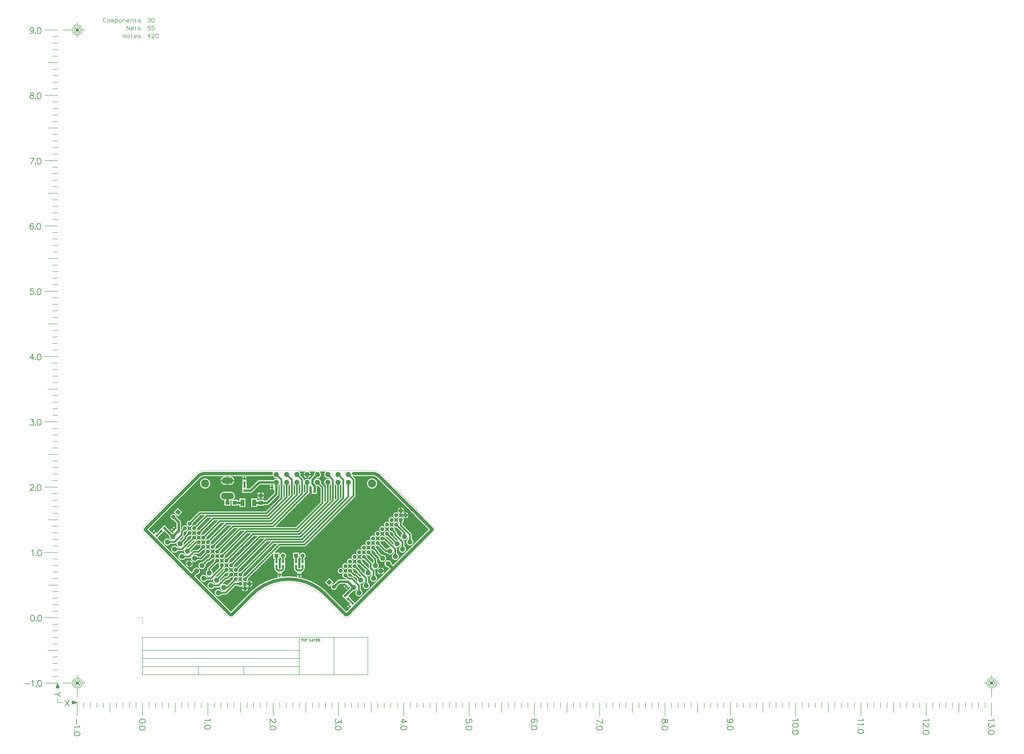
<source format=gtl>
G04 This is an RS-274x file exported by *
G04 gerbv version 2.6A *
G04 More information is available about gerbv at *
G04 http://gerbv.geda-project.org/ *
G04 --End of header info--*
%MOIN*%
%FSLAX34Y34*%
%IPPOS*%
G04 --Define apertures--*
%ADD10C,0.0500*%
%ADD11R,0.0600X0.0600*%
%ADD12R,0.0600X0.1000*%
%ADD13R,0.0600X0.0600*%
%ADD14P,0.0495X4.0000X270.0000*%
%ADD15P,0.0495X4.0000X360.0000*%
%ADD16P,0.0453X4.0000X360.0000*%
%ADD17P,0.0453X4.0000X90.0000*%
%ADD18R,0.0350X0.0350*%
%ADD19R,0.0350X0.0350*%
%ADD20R,0.0320X0.0320*%
%ADD21C,0.0250*%
%ADD22C,0.0350*%
%ADD23C,0.0050*%
%ADD24C,0.0070*%
%ADD25C,0.0090*%
%ADD26C,0.0080*%
%ADD27C,0.0010*%
%ADD28C,0.0100*%
%ADD29C,0.0300*%
%ADD30C,0.0780*%
%ADD31C,0.0620*%
%ADD32P,0.0877X4.0000X270.0000*%
%ADD33P,0.0877X4.0000X180.0000*%
%ADD34O,0.1772X0.0984*%
%ADD35O,0.1968X0.0984*%
%ADD36R,0.0620X0.0620*%
%ADD37C,0.1250*%
%ADD38C,0.0250*%
%ADD39C,0.0350*%
G04 --Start main section--*
G36*
G01X0021605Y0020446D02*
G01X0021640Y0020396D01*
G01X0021681Y0020351D01*
G01X0021726Y0020311D01*
G01X0021775Y0020276D01*
G01X0021787Y0020269D01*
G01X0021787Y0018577D01*
G01X0021584Y0018374D01*
G01X0021556Y0018385D01*
G01X0021556Y0020473D01*
G01X0021586Y0020481D01*
G01X0021605Y0020446D01*
G37*
G36*
G01X0021605Y0020446D02*
G37*
G36*
G01X0024154Y0020483D02*
G01X0024154Y0019144D01*
G01X0023941Y0018931D01*
G01X0023914Y0018943D01*
G01X0023914Y0020269D01*
G01X0023926Y0020276D01*
G01X0023975Y0020311D01*
G01X0024020Y0020351D01*
G01X0024061Y0020396D01*
G01X0024096Y0020446D01*
G01X0024124Y0020497D01*
G01X0024127Y0020498D01*
G01X0024154Y0020483D01*
G37*
G36*
G01X0024154Y0020483D02*
G37*
G36*
G01X0019961Y0021770D02*
G01X0019970Y0021764D01*
G01X0019978Y0021736D01*
G01X0020001Y0021680D01*
G01X0020030Y0021627D01*
G01X0020065Y0021577D01*
G01X0020106Y0021532D01*
G01X0020151Y0021492D01*
G01X0020200Y0021457D01*
G01X0020254Y0021427D01*
G01X0020310Y0021404D01*
G01X0020368Y0021387D01*
G01X0020428Y0021377D01*
G01X0020488Y0021374D01*
G01X0020549Y0021377D01*
G01X0020609Y0021387D01*
G01X0020622Y0021391D01*
G01X0020805Y0021208D01*
G01X0020786Y0021185D01*
G01X0020776Y0021192D01*
G01X0020723Y0021221D01*
G01X0020667Y0021244D01*
G01X0020609Y0021261D01*
G01X0020549Y0021271D01*
G01X0020488Y0021274D01*
G01X0020428Y0021271D01*
G01X0020368Y0021261D01*
G01X0020310Y0021244D01*
G01X0020254Y0021221D01*
G01X0020200Y0021192D01*
G01X0020151Y0021156D01*
G01X0020106Y0021116D01*
G01X0020065Y0021071D01*
G01X0020057Y0021059D01*
G01X0017834Y0021059D01*
G01X0017791Y0021057D01*
G01X0017749Y0021048D01*
G01X0017709Y0021035D01*
G01X0017671Y0021016D01*
G01X0017635Y0020992D01*
G01X0017603Y0020964D01*
G01X0017603Y0020964D01*
G01X0016415Y0019776D01*
G01X0015925Y0019776D01*
G01X0015925Y0020425D01*
G01X0015910Y0020425D01*
G01X0015910Y0020990D01*
G01X0015910Y0021200D01*
G01X0015600Y0021200D01*
G01X0015290Y0021200D01*
G01X0015290Y0020990D01*
G01X0015290Y0020425D01*
G01X0015275Y0020425D01*
G01X0015275Y0019775D01*
G01X0015275Y0019461D01*
G01X0015274Y0019450D01*
G01X0015275Y0019439D01*
G01X0015275Y0019125D01*
G01X0015589Y0019125D01*
G01X0015600Y0019124D01*
G01X0016550Y0019124D01*
G01X0016550Y0019124D01*
G01X0016593Y0019127D01*
G01X0016634Y0019135D01*
G01X0016675Y0019149D01*
G01X0016713Y0019168D01*
G01X0016748Y0019192D01*
G01X0016780Y0019220D01*
G01X0017969Y0020408D01*
G01X0020057Y0020408D01*
G01X0020065Y0020396D01*
G01X0020106Y0020351D01*
G01X0020142Y0020319D01*
G01X0020131Y0020289D01*
G01X0019938Y0020289D01*
G01X0019938Y0019964D01*
G01X0019938Y0019639D01*
G01X0020162Y0019639D01*
G01X0020162Y0019103D01*
G01X0018985Y0017926D01*
G01X0018550Y0017926D01*
G01X0018550Y0018050D01*
G01X0017650Y0018050D01*
G01X0017650Y0017926D01*
G01X0017550Y0017926D01*
G01X0017550Y0018250D01*
G01X0016650Y0018250D01*
G01X0016650Y0016950D01*
G01X0017550Y0016950D01*
G01X0017550Y0017274D01*
G01X0017650Y0017274D01*
G01X0017650Y0017150D01*
G01X0018550Y0017150D01*
G01X0018550Y0017274D01*
G01X0019120Y0017274D01*
G01X0019120Y0017274D01*
G01X0019163Y0017277D01*
G01X0019204Y0017285D01*
G01X0019245Y0017299D01*
G01X0019283Y0017318D01*
G01X0019318Y0017342D01*
G01X0019350Y0017370D01*
G01X0020718Y0018738D01*
G01X0020718Y0018738D01*
G01X0020747Y0018770D01*
G01X0020770Y0018805D01*
G01X0020789Y0018844D01*
G01X0020803Y0018884D01*
G01X0020811Y0018926D01*
G01X0020814Y0018968D01*
G01X0020814Y0019964D01*
G01X0020814Y0020303D01*
G01X0020825Y0020311D01*
G01X0020871Y0020351D01*
G01X0020911Y0020396D01*
G01X0020946Y0020446D01*
G01X0020974Y0020497D01*
G01X0020977Y0020498D01*
G01X0021004Y0020483D01*
G01X0021004Y0018394D01*
G01X0018886Y0016276D01*
G01X0008808Y0016276D01*
G01X0008764Y0016272D01*
G01X0008722Y0016262D01*
G01X0008682Y0016246D01*
G01X0008645Y0016223D01*
G01X0008613Y0016195D01*
G01X0007257Y0014840D01*
G01X0007252Y0014841D01*
G01X0007192Y0014845D01*
G01X0007132Y0014841D01*
G01X0007072Y0014829D01*
G01X0007015Y0014810D01*
G01X0006961Y0014783D01*
G01X0006911Y0014750D01*
G01X0006866Y0014710D01*
G01X0006826Y0014665D01*
G01X0006792Y0014615D01*
G01X0006766Y0014560D01*
G01X0006746Y0014503D01*
G01X0006735Y0014444D01*
G01X0006731Y0014384D01*
G01X0006735Y0014324D01*
G01X0006746Y0014265D01*
G01X0006766Y0014208D01*
G01X0006792Y0014154D01*
G01X0006826Y0014103D01*
G01X0006866Y0014058D01*
G01X0006911Y0014018D01*
G01X0006961Y0013985D01*
G01X0007015Y0013958D01*
G01X0007072Y0013939D01*
G01X0007132Y0013927D01*
G01X0007192Y0013923D01*
G01X0007252Y0013927D01*
G01X0007311Y0013939D01*
G01X0007368Y0013958D01*
G01X0007422Y0013985D01*
G01X0007472Y0014018D01*
G01X0007518Y0014058D01*
G01X0007557Y0014103D01*
G01X0007591Y0014154D01*
G01X0007618Y0014208D01*
G01X0007637Y0014265D01*
G01X0007649Y0014324D01*
G01X0007653Y0014384D01*
G01X0007649Y0014444D01*
G01X0007648Y0014450D01*
G01X0008922Y0015724D01*
G01X0009517Y0015724D01*
G01X0009528Y0015696D01*
G01X0007965Y0014133D01*
G01X0007959Y0014134D01*
G01X0007899Y0014138D01*
G01X0007839Y0014134D01*
G01X0007779Y0014122D01*
G01X0007722Y0014103D01*
G01X0007668Y0014076D01*
G01X0007618Y0014043D01*
G01X0007573Y0014003D01*
G01X0007533Y0013958D01*
G01X0007500Y0013907D01*
G01X0007473Y0013853D01*
G01X0007454Y0013796D01*
G01X0007442Y0013737D01*
G01X0007438Y0013677D01*
G01X0007442Y0013617D01*
G01X0007454Y0013558D01*
G01X0007473Y0013501D01*
G01X0007500Y0013446D01*
G01X0007533Y0013396D01*
G01X0007573Y0013351D01*
G01X0007618Y0013311D01*
G01X0007668Y0013278D01*
G01X0007722Y0013251D01*
G01X0007779Y0013232D01*
G01X0007839Y0013220D01*
G01X0007899Y0013216D01*
G01X0007959Y0013220D01*
G01X0008018Y0013232D01*
G01X0008075Y0013251D01*
G01X0008129Y0013278D01*
G01X0008179Y0013311D01*
G01X0008225Y0013351D01*
G01X0008265Y0013396D01*
G01X0008298Y0013446D01*
G01X0008325Y0013501D01*
G01X0008344Y0013558D01*
G01X0008356Y0013617D01*
G01X0008360Y0013677D01*
G01X0008356Y0013737D01*
G01X0008355Y0013743D01*
G01X0009936Y0015324D01*
G01X0010531Y0015324D01*
G01X0010542Y0015296D01*
G01X0008672Y0013426D01*
G01X0008666Y0013427D01*
G01X0008606Y0013431D01*
G01X0008546Y0013427D01*
G01X0008487Y0013415D01*
G01X0008429Y0013396D01*
G01X0008375Y0013369D01*
G01X0008325Y0013336D01*
G01X0008280Y0013296D01*
G01X0008240Y0013250D01*
G01X0008207Y0013200D01*
G01X0008180Y0013146D01*
G01X0008161Y0013089D01*
G01X0008149Y0013030D01*
G01X0008145Y0012970D01*
G01X0008149Y0012910D01*
G01X0008161Y0012851D01*
G01X0008180Y0012793D01*
G01X0008207Y0012739D01*
G01X0008240Y0012689D01*
G01X0008280Y0012644D01*
G01X0008325Y0012604D01*
G01X0008375Y0012571D01*
G01X0008429Y0012544D01*
G01X0008487Y0012525D01*
G01X0008546Y0012513D01*
G01X0008606Y0012509D01*
G01X0008666Y0012513D01*
G01X0008725Y0012525D01*
G01X0008782Y0012544D01*
G01X0008836Y0012571D01*
G01X0008887Y0012604D01*
G01X0008932Y0012644D01*
G01X0008972Y0012689D01*
G01X0009005Y0012739D01*
G01X0009032Y0012793D01*
G01X0009051Y0012851D01*
G01X0009063Y0012910D01*
G01X0009067Y0012970D01*
G01X0009063Y0013030D01*
G01X0009062Y0013036D01*
G01X0010950Y0014924D01*
G01X0011545Y0014924D01*
G01X0011557Y0014896D01*
G01X0009379Y0012719D01*
G01X0009373Y0012720D01*
G01X0009313Y0012724D01*
G01X0009253Y0012720D01*
G01X0009194Y0012708D01*
G01X0009137Y0012689D01*
G01X0009082Y0012662D01*
G01X0009032Y0012628D01*
G01X0008987Y0012589D01*
G01X0008947Y0012543D01*
G01X0008914Y0012493D01*
G01X0008887Y0012439D01*
G01X0008868Y0012382D01*
G01X0008856Y0012323D01*
G01X0008852Y0012263D01*
G01X0008856Y0012203D01*
G01X0008868Y0012143D01*
G01X0008887Y0012086D01*
G01X0008914Y0012032D01*
G01X0008947Y0011982D01*
G01X0008987Y0011937D01*
G01X0009032Y0011897D01*
G01X0009082Y0011864D01*
G01X0009137Y0011837D01*
G01X0009194Y0011817D01*
G01X0009253Y0011806D01*
G01X0009313Y0011802D01*
G01X0009373Y0011806D01*
G01X0009432Y0011817D01*
G01X0009489Y0011837D01*
G01X0009543Y0011864D01*
G01X0009594Y0011897D01*
G01X0009639Y0011937D01*
G01X0009679Y0011982D01*
G01X0009712Y0012032D01*
G01X0009739Y0012086D01*
G01X0009758Y0012143D01*
G01X0009770Y0012203D01*
G01X0009774Y0012263D01*
G01X0009770Y0012323D01*
G01X0009769Y0012329D01*
G01X0011965Y0014524D01*
G01X0012559Y0014524D01*
G01X0012571Y0014496D01*
G01X0010086Y0012012D01*
G01X0010080Y0012013D01*
G01X0010020Y0012017D01*
G01X0009960Y0012013D01*
G01X0009901Y0012001D01*
G01X0009844Y0011982D01*
G01X0009790Y0011955D01*
G01X0009739Y0011921D01*
G01X0009694Y0011882D01*
G01X0009654Y0011836D01*
G01X0009621Y0011786D01*
G01X0009594Y0011732D01*
G01X0009575Y0011675D01*
G01X0009563Y0011616D01*
G01X0009559Y0011556D01*
G01X0009563Y0011495D01*
G01X0009575Y0011436D01*
G01X0009594Y0011379D01*
G01X0009621Y0011325D01*
G01X0009654Y0011275D01*
G01X0009694Y0011230D01*
G01X0009739Y0011190D01*
G01X0009790Y0011156D01*
G01X0009844Y0011130D01*
G01X0009901Y0011110D01*
G01X0009960Y0011099D01*
G01X0010020Y0011095D01*
G01X0010080Y0011099D01*
G01X0010139Y0011110D01*
G01X0010197Y0011130D01*
G01X0010251Y0011156D01*
G01X0010301Y0011190D01*
G01X0010346Y0011230D01*
G01X0010386Y0011275D01*
G01X0010419Y0011325D01*
G01X0010446Y0011379D01*
G01X0010465Y0011436D01*
G01X0010477Y0011495D01*
G01X0010481Y0011556D01*
G01X0010477Y0011616D01*
G01X0010476Y0011621D01*
G01X0012979Y0014124D01*
G01X0013574Y0014124D01*
G01X0013585Y0014096D01*
G01X0010793Y0011304D01*
G01X0010787Y0011306D01*
G01X0010727Y0011310D01*
G01X0010667Y0011306D01*
G01X0010608Y0011294D01*
G01X0010551Y0011274D01*
G01X0010497Y0011248D01*
G01X0010447Y0011214D01*
G01X0010401Y0011174D01*
G01X0010361Y0011129D01*
G01X0010328Y0011079D01*
G01X0010301Y0011025D01*
G01X0010282Y0010968D01*
G01X0010270Y0010909D01*
G01X0010266Y0010849D01*
G01X0010270Y0010788D01*
G01X0010282Y0010729D01*
G01X0010301Y0010672D01*
G01X0010328Y0010618D01*
G01X0010361Y0010568D01*
G01X0010401Y0010523D01*
G01X0010447Y0010483D01*
G01X0010497Y0010449D01*
G01X0010551Y0010423D01*
G01X0010608Y0010403D01*
G01X0010667Y0010391D01*
G01X0010727Y0010388D01*
G01X0010787Y0010391D01*
G01X0010847Y0010403D01*
G01X0010904Y0010423D01*
G01X0010958Y0010449D01*
G01X0011008Y0010483D01*
G01X0011053Y0010523D01*
G01X0011093Y0010568D01*
G01X0011126Y0010618D01*
G01X0011153Y0010672D01*
G01X0011172Y0010729D01*
G01X0011184Y0010788D01*
G01X0011188Y0010849D01*
G01X0011184Y0010909D01*
G01X0011183Y0010914D01*
G01X0013993Y0013724D01*
G01X0014588Y0013724D01*
G01X0014599Y0013696D01*
G01X0011500Y0010597D01*
G01X0011494Y0010598D01*
G01X0011434Y0010602D01*
G01X0011374Y0010598D01*
G01X0011315Y0010587D01*
G01X0011258Y0010567D01*
G01X0011204Y0010541D01*
G01X0011154Y0010507D01*
G01X0011108Y0010467D01*
G01X0011069Y0010422D01*
G01X0011035Y0010372D01*
G01X0011008Y0010318D01*
G01X0010989Y0010261D01*
G01X0010977Y0010202D01*
G01X0010973Y0010141D01*
G01X0010977Y0010081D01*
G01X0010989Y0010022D01*
G01X0011008Y0009965D01*
G01X0011035Y0009911D01*
G01X0011069Y0009861D01*
G01X0011108Y0009815D01*
G01X0011154Y0009776D01*
G01X0011204Y0009742D01*
G01X0011258Y0009716D01*
G01X0011315Y0009696D01*
G01X0011374Y0009684D01*
G01X0011434Y0009680D01*
G01X0011494Y0009684D01*
G01X0011554Y0009696D01*
G01X0011611Y0009716D01*
G01X0011665Y0009742D01*
G01X0011715Y0009776D01*
G01X0011760Y0009815D01*
G01X0011800Y0009861D01*
G01X0011834Y0009911D01*
G01X0011860Y0009965D01*
G01X0011880Y0010022D01*
G01X0011891Y0010081D01*
G01X0011895Y0010141D01*
G01X0011891Y0010202D01*
G01X0011890Y0010207D01*
G01X0015007Y0013324D01*
G01X0015602Y0013324D01*
G01X0015613Y0013296D01*
G01X0012207Y0009890D01*
G01X0012202Y0009891D01*
G01X0012141Y0009895D01*
G01X0012081Y0009891D01*
G01X0012022Y0009880D01*
G01X0011965Y0009860D01*
G01X0011911Y0009834D01*
G01X0011861Y0009800D01*
G01X0011815Y0009760D01*
G01X0011776Y0009715D01*
G01X0011742Y0009665D01*
G01X0011716Y0009611D01*
G01X0011696Y0009554D01*
G01X0011684Y0009494D01*
G01X0011680Y0009434D01*
G01X0011684Y0009374D01*
G01X0011696Y0009315D01*
G01X0011716Y0009258D01*
G01X0011742Y0009204D01*
G01X0011776Y0009154D01*
G01X0011815Y0009108D01*
G01X0011861Y0009069D01*
G01X0011911Y0009035D01*
G01X0011965Y0009008D01*
G01X0012022Y0008989D01*
G01X0012081Y0008977D01*
G01X0012141Y0008973D01*
G01X0012202Y0008977D01*
G01X0012261Y0008989D01*
G01X0012318Y0009008D01*
G01X0012372Y0009035D01*
G01X0012422Y0009069D01*
G01X0012467Y0009108D01*
G01X0012507Y0009154D01*
G01X0012541Y0009204D01*
G01X0012567Y0009258D01*
G01X0012587Y0009315D01*
G01X0012598Y0009374D01*
G01X0012602Y0009434D01*
G01X0012598Y0009494D01*
G01X0012597Y0009500D01*
G01X0016021Y0012924D01*
G01X0016616Y0012924D01*
G01X0016628Y0012896D01*
G01X0012914Y0009183D01*
G01X0012909Y0009184D01*
G01X0012849Y0009188D01*
G01X0012788Y0009184D01*
G01X0012729Y0009172D01*
G01X0012672Y0009153D01*
G01X0012618Y0009126D01*
G01X0012568Y0009093D01*
G01X0012523Y0009053D01*
G01X0012483Y0009008D01*
G01X0012449Y0008958D01*
G01X0012423Y0008904D01*
G01X0012403Y0008847D01*
G01X0012391Y0008787D01*
G01X0012388Y0008727D01*
G01X0012391Y0008667D01*
G01X0012403Y0008608D01*
G01X0012423Y0008551D01*
G01X0012449Y0008497D01*
G01X0012483Y0008447D01*
G01X0012523Y0008401D01*
G01X0012568Y0008361D01*
G01X0012618Y0008328D01*
G01X0012672Y0008301D01*
G01X0012729Y0008282D01*
G01X0012788Y0008270D01*
G01X0012849Y0008266D01*
G01X0012909Y0008270D01*
G01X0012968Y0008282D01*
G01X0013025Y0008301D01*
G01X0013079Y0008328D01*
G01X0013129Y0008361D01*
G01X0013175Y0008401D01*
G01X0013214Y0008447D01*
G01X0013248Y0008497D01*
G01X0013274Y0008551D01*
G01X0013294Y0008608D01*
G01X0013306Y0008667D01*
G01X0013310Y0008727D01*
G01X0013306Y0008787D01*
G01X0013304Y0008793D01*
G01X0017036Y0012524D01*
G01X0017630Y0012524D01*
G01X0017642Y0012496D01*
G01X0013621Y0008476D01*
G01X0013616Y0008477D01*
G01X0013556Y0008481D01*
G01X0013495Y0008477D01*
G01X0013436Y0008465D01*
G01X0013379Y0008446D01*
G01X0013325Y0008419D01*
G01X0013275Y0008386D01*
G01X0013230Y0008346D01*
G01X0013190Y0008301D01*
G01X0013156Y0008251D01*
G01X0013130Y0008197D01*
G01X0013110Y0008139D01*
G01X0013099Y0008080D01*
G01X0013095Y0008020D01*
G01X0013099Y0007960D01*
G01X0013110Y0007901D01*
G01X0013130Y0007844D01*
G01X0013156Y0007790D01*
G01X0013190Y0007739D01*
G01X0013230Y0007694D01*
G01X0013275Y0007654D01*
G01X0013325Y0007621D01*
G01X0013379Y0007594D01*
G01X0013436Y0007575D01*
G01X0013495Y0007563D01*
G01X0013556Y0007559D01*
G01X0013616Y0007563D01*
G01X0013675Y0007575D01*
G01X0013732Y0007594D01*
G01X0013786Y0007621D01*
G01X0013836Y0007654D01*
G01X0013882Y0007694D01*
G01X0013921Y0007739D01*
G01X0013955Y0007790D01*
G01X0013982Y0007844D01*
G01X0014001Y0007901D01*
G01X0014013Y0007960D01*
G01X0014017Y0008020D01*
G01X0014013Y0008080D01*
G01X0014012Y0008086D01*
G01X0018050Y0012124D01*
G01X0018645Y0012124D01*
G01X0018656Y0012096D01*
G01X0014329Y0007769D01*
G01X0014323Y0007770D01*
G01X0014263Y0007774D01*
G01X0014203Y0007770D01*
G01X0014143Y0007758D01*
G01X0014086Y0007739D01*
G01X0014032Y0007712D01*
G01X0013982Y0007679D01*
G01X0013937Y0007639D01*
G01X0013897Y0007594D01*
G01X0013864Y0007543D01*
G01X0013837Y0007489D01*
G01X0013817Y0007432D01*
G01X0013806Y0007373D01*
G01X0013802Y0007313D01*
G01X0013806Y0007253D01*
G01X0013817Y0007194D01*
G01X0013837Y0007137D01*
G01X0013864Y0007082D01*
G01X0013897Y0007032D01*
G01X0013937Y0006987D01*
G01X0013982Y0006947D01*
G01X0014032Y0006914D01*
G01X0014086Y0006887D01*
G01X0014143Y0006868D01*
G01X0014203Y0006856D01*
G01X0014263Y0006852D01*
G01X0014323Y0006856D01*
G01X0014382Y0006868D01*
G01X0014439Y0006887D01*
G01X0014493Y0006914D01*
G01X0014543Y0006947D01*
G01X0014589Y0006987D01*
G01X0014628Y0007032D01*
G01X0014662Y0007082D01*
G01X0014689Y0007137D01*
G01X0014708Y0007194D01*
G01X0014720Y0007253D01*
G01X0014724Y0007313D01*
G01X0014720Y0007373D01*
G01X0014719Y0007379D01*
G01X0019064Y0011724D01*
G01X0019659Y0011724D01*
G01X0019670Y0011696D01*
G01X0015036Y0007062D01*
G01X0015030Y0007063D01*
G01X0014970Y0007067D01*
G01X0014910Y0007063D01*
G01X0014851Y0007051D01*
G01X0014793Y0007032D01*
G01X0014739Y0007005D01*
G01X0014689Y0006972D01*
G01X0014644Y0006932D01*
G01X0014604Y0006887D01*
G01X0014571Y0006836D01*
G01X0014544Y0006782D01*
G01X0014525Y0006725D01*
G01X0014513Y0006666D01*
G01X0014509Y0006606D01*
G01X0014513Y0006546D01*
G01X0014525Y0006487D01*
G01X0014544Y0006429D01*
G01X0014571Y0006375D01*
G01X0014604Y0006325D01*
G01X0014644Y0006280D01*
G01X0014689Y0006240D01*
G01X0014739Y0006207D01*
G01X0014793Y0006180D01*
G01X0014851Y0006161D01*
G01X0014910Y0006149D01*
G01X0014970Y0006145D01*
G01X0015030Y0006149D01*
G01X0015089Y0006161D01*
G01X0015146Y0006180D01*
G01X0015200Y0006207D01*
G01X0015250Y0006240D01*
G01X0015296Y0006280D01*
G01X0015336Y0006325D01*
G01X0015369Y0006375D01*
G01X0015396Y0006429D01*
G01X0015415Y0006487D01*
G01X0015427Y0006546D01*
G01X0015431Y0006606D01*
G01X0015427Y0006666D01*
G01X0015426Y0006672D01*
G01X0020078Y0011324D01*
G01X0020673Y0011324D01*
G01X0020684Y0011296D01*
G01X0015743Y0006355D01*
G01X0015737Y0006356D01*
G01X0015677Y0006360D01*
G01X0015617Y0006356D01*
G01X0015558Y0006344D01*
G01X0015501Y0006325D01*
G01X0015446Y0006298D01*
G01X0015396Y0006265D01*
G01X0015351Y0006225D01*
G01X0015311Y0006179D01*
G01X0015278Y0006129D01*
G01X0015251Y0006075D01*
G01X0015232Y0006018D01*
G01X0015220Y0005959D01*
G01X0015216Y0005899D01*
G01X0015220Y0005839D01*
G01X0015232Y0005779D01*
G01X0015251Y0005722D01*
G01X0015278Y0005668D01*
G01X0015311Y0005618D01*
G01X0015351Y0005573D01*
G01X0015396Y0005533D01*
G01X0015446Y0005500D01*
G01X0015501Y0005473D01*
G01X0015558Y0005454D01*
G01X0015617Y0005442D01*
G01X0015677Y0005438D01*
G01X0015737Y0005442D01*
G01X0015796Y0005454D01*
G01X0015853Y0005473D01*
G01X0015907Y0005500D01*
G01X0015958Y0005533D01*
G01X0016003Y0005573D01*
G01X0016043Y0005618D01*
G01X0016076Y0005668D01*
G01X0016103Y0005722D01*
G01X0016122Y0005779D01*
G01X0016134Y0005839D01*
G01X0016138Y0005899D01*
G01X0016134Y0005959D01*
G01X0016133Y0005965D01*
G01X0020012Y0009844D01*
G01X0020040Y0009833D01*
G01X0020040Y0009040D01*
G01X0020224Y0009040D01*
G01X0020224Y0008875D01*
G01X0020175Y0008875D01*
G01X0020175Y0008225D01*
G01X0020175Y0007575D01*
G01X0020224Y0007575D01*
G01X0020224Y0007450D01*
G01X0020228Y0007407D01*
G01X0020238Y0007365D01*
G01X0020254Y0007325D01*
G01X0020277Y0007288D01*
G01X0020305Y0007255D01*
G01X0020505Y0007055D01*
G01X0020538Y0007027D01*
G01X0020575Y0007004D01*
G01X0020615Y0006988D01*
G01X0020657Y0006978D01*
G01X0020675Y0006976D01*
G01X0020675Y0006700D01*
G01X0021000Y0006700D01*
G01X0021325Y0006700D01*
G01X0021325Y0006976D01*
G01X0021343Y0006978D01*
G01X0021385Y0006988D01*
G01X0021425Y0007004D01*
G01X0021462Y0007027D01*
G01X0021495Y0007055D01*
G01X0021695Y0007255D01*
G01X0021723Y0007288D01*
G01X0021746Y0007325D01*
G01X0021762Y0007365D01*
G01X0021772Y0007407D01*
G01X0021776Y0007450D01*
G01X0021776Y0007575D01*
G01X0021825Y0007575D01*
G01X0021825Y0008225D01*
G01X0021825Y0008875D01*
G01X0021776Y0008875D01*
G01X0021776Y0009131D01*
G01X0021781Y0009134D01*
G01X0021826Y0009174D01*
G01X0021866Y0009219D01*
G01X0021899Y0009270D01*
G01X0021926Y0009324D01*
G01X0021945Y0009381D01*
G01X0021957Y0009440D01*
G01X0021961Y0009500D01*
G01X0021957Y0009560D01*
G01X0021945Y0009619D01*
G01X0021926Y0009676D01*
G01X0021899Y0009730D01*
G01X0021866Y0009781D01*
G01X0021826Y0009826D01*
G01X0021781Y0009866D01*
G01X0021730Y0009899D01*
G01X0021676Y0009926D01*
G01X0021619Y0009945D01*
G01X0021560Y0009957D01*
G01X0021500Y0009961D01*
G01X0021440Y0009957D01*
G01X0021381Y0009945D01*
G01X0021324Y0009926D01*
G01X0021270Y0009899D01*
G01X0021219Y0009866D01*
G01X0021174Y0009826D01*
G01X0021134Y0009781D01*
G01X0021101Y0009730D01*
G01X0021074Y0009676D01*
G01X0021055Y0009619D01*
G01X0021043Y0009560D01*
G01X0021039Y0009500D01*
G01X0021043Y0009440D01*
G01X0021055Y0009381D01*
G01X0021074Y0009324D01*
G01X0021101Y0009270D01*
G01X0021134Y0009219D01*
G01X0021174Y0009174D01*
G01X0021219Y0009134D01*
G01X0021224Y0009131D01*
G01X0021224Y0008875D01*
G01X0021175Y0008875D01*
G01X0021175Y0008225D01*
G01X0021175Y0007575D01*
G01X0021145Y0007575D01*
G01X0020855Y0007575D01*
G01X0020825Y0007575D01*
G01X0020825Y0008225D01*
G01X0020825Y0008875D01*
G01X0020776Y0008875D01*
G01X0020776Y0009040D01*
G01X0020960Y0009040D01*
G01X0020960Y0009960D01*
G01X0020167Y0009960D01*
G01X0020156Y0009988D01*
G01X0021092Y0010924D01*
G01X0024800Y0010924D01*
G01X0024843Y0010928D01*
G01X0024885Y0010938D01*
G01X0024925Y0010954D01*
G01X0024962Y0010977D01*
G01X0024995Y0011005D01*
G01X0032499Y0018509D01*
G01X0032527Y0018541D01*
G01X0032549Y0018578D01*
G01X0032566Y0018618D01*
G01X0032576Y0018660D01*
G01X0032579Y0018704D01*
G01X0032579Y0021123D01*
G01X0032576Y0021166D01*
G01X0032566Y0021208D01*
G01X0032549Y0021248D01*
G01X0032527Y0021285D01*
G01X0032499Y0021318D01*
G01X0032095Y0021722D01*
G01X0032113Y0021746D01*
G01X0032147Y0021730D01*
G01X0032196Y0021713D01*
G01X0032248Y0021703D01*
G01X0032300Y0021699D01*
G01X0035262Y0021699D01*
G01X0035330Y0021691D01*
G01X0035419Y0021673D01*
G01X0035507Y0021649D01*
G01X0035592Y0021617D01*
G01X0035675Y0021579D01*
G01X0035754Y0021535D01*
G01X0035830Y0021484D01*
G01X0035901Y0021428D01*
G01X0035946Y0021387D01*
G01X0035967Y0021366D01*
G01X0035967Y0021366D01*
G01X0035988Y0021345D01*
G01X0037362Y0019972D01*
G01X0038776Y0018558D01*
G01X0040191Y0017144D01*
G01X0041605Y0015730D01*
G01X0043020Y0014316D01*
G01X0043791Y0013545D01*
G01X0043791Y0013515D01*
G01X0042545Y0012268D01*
G01X0042545Y0012268D01*
G01X0041131Y0010854D01*
G01X0041131Y0010854D01*
G01X0039717Y0009440D01*
G01X0038343Y0008067D01*
G01X0038131Y0008280D01*
G01X0038129Y0008320D01*
G01X0038118Y0008380D01*
G01X0038102Y0008438D01*
G01X0038078Y0008494D01*
G01X0038049Y0008547D01*
G01X0038014Y0008597D01*
G01X0037974Y0008642D01*
G01X0037928Y0008682D01*
G01X0037879Y0008717D01*
G01X0037826Y0008747D01*
G01X0037770Y0008770D01*
G01X0037711Y0008787D01*
G01X0037652Y0008797D01*
G01X0037591Y0008800D01*
G01X0037531Y0008797D01*
G01X0037471Y0008787D01*
G01X0037412Y0008770D01*
G01X0037356Y0008747D01*
G01X0037303Y0008717D01*
G01X0037254Y0008682D01*
G01X0037209Y0008642D01*
G01X0037168Y0008597D01*
G01X0037133Y0008547D01*
G01X0037104Y0008494D01*
G01X0037081Y0008438D01*
G01X0037064Y0008380D01*
G01X0037054Y0008320D01*
G01X0037050Y0008260D01*
G01X0037054Y0008199D01*
G01X0037064Y0008139D01*
G01X0037081Y0008081D01*
G01X0037104Y0008025D01*
G01X0037133Y0007972D01*
G01X0037168Y0007922D01*
G01X0037209Y0007877D01*
G01X0037254Y0007837D01*
G01X0037303Y0007802D01*
G01X0037356Y0007772D01*
G01X0037412Y0007749D01*
G01X0037471Y0007732D01*
G01X0037531Y0007722D01*
G01X0037556Y0007721D01*
G01X0037777Y0007500D01*
G01X0036888Y0006612D01*
G01X0036888Y0006612D01*
G01X0035474Y0005197D01*
G01X0035474Y0005197D01*
G01X0034060Y0003783D01*
G01X0034060Y0003783D01*
G01X0032645Y0002369D01*
G01X0032645Y0002369D01*
G01X0032532Y0002255D01*
G01X0032189Y0002598D01*
G01X0032165Y0002574D01*
G01X0031890Y0002850D01*
G01X0031924Y0002884D01*
G01X0031465Y0003343D01*
G01X0032227Y0004105D01*
G01X0032241Y0004103D01*
G01X0032302Y0004100D01*
G01X0032362Y0004103D01*
G01X0032422Y0004113D01*
G01X0032480Y0004130D01*
G01X0032536Y0004153D01*
G01X0032589Y0004183D01*
G01X0032639Y0004218D01*
G01X0032684Y0004258D01*
G01X0032725Y0004303D01*
G01X0032760Y0004353D01*
G01X0032789Y0004406D01*
G01X0032812Y0004462D01*
G01X0032829Y0004520D01*
G01X0032831Y0004532D01*
G01X0032861Y0004530D01*
G01X0032861Y0004270D01*
G01X0032849Y0004263D01*
G01X0032800Y0004228D01*
G01X0032754Y0004188D01*
G01X0032714Y0004143D01*
G01X0032679Y0004093D01*
G01X0032650Y0004040D01*
G01X0032626Y0003984D01*
G01X0032610Y0003926D01*
G01X0032599Y0003866D01*
G01X0032596Y0003805D01*
G01X0032599Y0003745D01*
G01X0032610Y0003685D01*
G01X0032626Y0003627D01*
G01X0032650Y0003571D01*
G01X0032679Y0003518D01*
G01X0032714Y0003468D01*
G01X0032754Y0003423D01*
G01X0032800Y0003382D01*
G01X0032849Y0003347D01*
G01X0032902Y0003318D01*
G01X0032958Y0003295D01*
G01X0033017Y0003278D01*
G01X0033076Y0003268D01*
G01X0033137Y0003264D01*
G01X0033197Y0003268D01*
G01X0033257Y0003278D01*
G01X0033316Y0003295D01*
G01X0033372Y0003318D01*
G01X0033425Y0003347D01*
G01X0033474Y0003382D01*
G01X0033519Y0003423D01*
G01X0033560Y0003468D01*
G01X0033595Y0003518D01*
G01X0033624Y0003571D01*
G01X0033647Y0003627D01*
G01X0033664Y0003685D01*
G01X0033674Y0003745D01*
G01X0033678Y0003805D01*
G01X0033674Y0003866D01*
G01X0033664Y0003926D01*
G01X0033647Y0003984D01*
G01X0033624Y0004040D01*
G01X0033595Y0004093D01*
G01X0033560Y0004143D01*
G01X0033519Y0004188D01*
G01X0033474Y0004228D01*
G01X0033425Y0004263D01*
G01X0033413Y0004270D01*
G01X0033413Y0004920D01*
G01X0033409Y0004963D01*
G01X0033399Y0005005D01*
G01X0033383Y0005045D01*
G01X0033360Y0005082D01*
G01X0033332Y0005115D01*
G01X0033234Y0005213D01*
G01X0033250Y0005240D01*
G01X0033295Y0005227D01*
G01X0033355Y0005217D01*
G01X0033415Y0005213D01*
G01X0033476Y0005217D01*
G01X0033536Y0005227D01*
G01X0033594Y0005244D01*
G01X0033650Y0005267D01*
G01X0033703Y0005296D01*
G01X0033752Y0005331D01*
G01X0033798Y0005372D01*
G01X0033838Y0005417D01*
G01X0033873Y0005466D01*
G01X0033903Y0005519D01*
G01X0033926Y0005575D01*
G01X0033943Y0005634D01*
G01X0033945Y0005646D01*
G01X0033975Y0005643D01*
G01X0033975Y0005383D01*
G01X0033963Y0005377D01*
G01X0033913Y0005342D01*
G01X0033868Y0005301D01*
G01X0033828Y0005256D01*
G01X0033792Y0005207D01*
G01X0033763Y0005154D01*
G01X0033740Y0005098D01*
G01X0033723Y0005039D01*
G01X0033713Y0004979D01*
G01X0033710Y0004919D01*
G01X0033713Y0004858D01*
G01X0033723Y0004799D01*
G01X0033740Y0004740D01*
G01X0033763Y0004684D01*
G01X0033792Y0004631D01*
G01X0033828Y0004582D01*
G01X0033868Y0004536D01*
G01X0033913Y0004496D01*
G01X0033963Y0004461D01*
G01X0034016Y0004432D01*
G01X0034072Y0004408D01*
G01X0034130Y0004392D01*
G01X0034190Y0004381D01*
G01X0034250Y0004378D01*
G01X0034311Y0004381D01*
G01X0034371Y0004392D01*
G01X0034429Y0004408D01*
G01X0034485Y0004432D01*
G01X0034538Y0004461D01*
G01X0034588Y0004496D01*
G01X0034633Y0004536D01*
G01X0034673Y0004582D01*
G01X0034708Y0004631D01*
G01X0034738Y0004684D01*
G01X0034761Y0004740D01*
G01X0034778Y0004799D01*
G01X0034788Y0004858D01*
G01X0034791Y0004919D01*
G01X0034788Y0004979D01*
G01X0034778Y0005039D01*
G01X0034761Y0005098D01*
G01X0034738Y0005154D01*
G01X0034708Y0005207D01*
G01X0034673Y0005256D01*
G01X0034633Y0005301D01*
G01X0034588Y0005342D01*
G01X0034538Y0005377D01*
G01X0034526Y0005383D01*
G01X0034526Y0006034D01*
G01X0034523Y0006077D01*
G01X0034513Y0006119D01*
G01X0034496Y0006159D01*
G01X0034474Y0006196D01*
G01X0034445Y0006229D01*
G01X0034348Y0006327D01*
G01X0034363Y0006353D01*
G01X0034408Y0006340D01*
G01X0034468Y0006330D01*
G01X0034529Y0006327D01*
G01X0034589Y0006330D01*
G01X0034649Y0006340D01*
G01X0034707Y0006357D01*
G01X0034763Y0006380D01*
G01X0034817Y0006410D01*
G01X0034866Y0006445D01*
G01X0034911Y0006485D01*
G01X0034952Y0006530D01*
G01X0034987Y0006580D01*
G01X0035016Y0006633D01*
G01X0035039Y0006689D01*
G01X0035056Y0006747D01*
G01X0035058Y0006759D01*
G01X0035088Y0006757D01*
G01X0035088Y0006497D01*
G01X0035076Y0006490D01*
G01X0035027Y0006455D01*
G01X0034982Y0006415D01*
G01X0034941Y0006370D01*
G01X0034906Y0006320D01*
G01X0034877Y0006267D01*
G01X0034853Y0006211D01*
G01X0034837Y0006153D01*
G01X0034827Y0006093D01*
G01X0034823Y0006032D01*
G01X0034827Y0005972D01*
G01X0034837Y0005912D01*
G01X0034853Y0005854D01*
G01X0034877Y0005798D01*
G01X0034906Y0005745D01*
G01X0034941Y0005695D01*
G01X0034982Y0005650D01*
G01X0035027Y0005610D01*
G01X0035076Y0005574D01*
G01X0035129Y0005545D01*
G01X0035185Y0005522D01*
G01X0035244Y0005505D01*
G01X0035303Y0005495D01*
G01X0035364Y0005492D01*
G01X0035425Y0005495D01*
G01X0035484Y0005505D01*
G01X0035543Y0005522D01*
G01X0035599Y0005545D01*
G01X0035652Y0005574D01*
G01X0035701Y0005610D01*
G01X0035746Y0005650D01*
G01X0035787Y0005695D01*
G01X0035822Y0005745D01*
G01X0035851Y0005798D01*
G01X0035874Y0005854D01*
G01X0035891Y0005912D01*
G01X0035901Y0005972D01*
G01X0035905Y0006032D01*
G01X0035901Y0006093D01*
G01X0035891Y0006153D01*
G01X0035874Y0006211D01*
G01X0035851Y0006267D01*
G01X0035822Y0006320D01*
G01X0035787Y0006370D01*
G01X0035746Y0006415D01*
G01X0035701Y0006455D01*
G01X0035652Y0006490D01*
G01X0035640Y0006497D01*
G01X0035640Y0007147D01*
G01X0035636Y0007190D01*
G01X0035626Y0007233D01*
G01X0035610Y0007273D01*
G01X0035587Y0007309D01*
G01X0035559Y0007342D01*
G01X0035461Y0007440D01*
G01X0035477Y0007467D01*
G01X0035522Y0007454D01*
G01X0035582Y0007444D01*
G01X0035642Y0007440D01*
G01X0035703Y0007444D01*
G01X0035763Y0007454D01*
G01X0035821Y0007471D01*
G01X0035877Y0007494D01*
G01X0035930Y0007523D01*
G01X0035980Y0007558D01*
G01X0036025Y0007599D01*
G01X0036065Y0007644D01*
G01X0036100Y0007693D01*
G01X0036130Y0007746D01*
G01X0036153Y0007803D01*
G01X0036170Y0007861D01*
G01X0036180Y0007921D01*
G01X0036183Y0007981D01*
G01X0036180Y0008042D01*
G01X0036170Y0008101D01*
G01X0036153Y0008160D01*
G01X0036130Y0008216D01*
G01X0036100Y0008269D01*
G01X0036065Y0008318D01*
G01X0036025Y0008364D01*
G01X0035980Y0008404D01*
G01X0035930Y0008439D01*
G01X0035918Y0008446D01*
G01X0035918Y0008973D01*
G01X0035915Y0009017D01*
G01X0035905Y0009059D01*
G01X0035888Y0009099D01*
G01X0035866Y0009136D01*
G01X0035837Y0009168D01*
G01X0035052Y0009954D01*
G01X0035053Y0009960D01*
G01X0035057Y0010020D01*
G01X0035053Y0010080D01*
G01X0035041Y0010139D01*
G01X0035022Y0010197D01*
G01X0034995Y0010251D01*
G01X0034961Y0010301D01*
G01X0034922Y0010346D01*
G01X0034876Y0010386D01*
G01X0034826Y0010419D01*
G01X0034772Y0010446D01*
G01X0034715Y0010465D01*
G01X0034656Y0010477D01*
G01X0034596Y0010481D01*
G01X0034535Y0010477D01*
G01X0034476Y0010465D01*
G01X0034419Y0010446D01*
G01X0034365Y0010419D01*
G01X0034315Y0010386D01*
G01X0034270Y0010346D01*
G01X0034230Y0010301D01*
G01X0034196Y0010251D01*
G01X0034170Y0010197D01*
G01X0034150Y0010139D01*
G01X0034139Y0010080D01*
G01X0034135Y0010020D01*
G01X0034139Y0009960D01*
G01X0034150Y0009901D01*
G01X0034170Y0009844D01*
G01X0034196Y0009790D01*
G01X0034230Y0009739D01*
G01X0034270Y0009694D01*
G01X0034315Y0009654D01*
G01X0034365Y0009621D01*
G01X0034419Y0009594D01*
G01X0034476Y0009575D01*
G01X0034535Y0009563D01*
G01X0034596Y0009559D01*
G01X0034656Y0009563D01*
G01X0034661Y0009564D01*
G01X0035367Y0008859D01*
G01X0035367Y0008446D01*
G01X0035355Y0008439D01*
G01X0035305Y0008404D01*
G01X0035260Y0008364D01*
G01X0035242Y0008343D01*
G01X0035237Y0008342D01*
G01X0035207Y0008349D01*
G01X0035196Y0008377D01*
G01X0035173Y0008414D01*
G01X0035145Y0008447D01*
G01X0034344Y0009247D01*
G01X0034346Y0009253D01*
G01X0034350Y0009313D01*
G01X0034346Y0009373D01*
G01X0034334Y0009432D01*
G01X0034314Y0009489D01*
G01X0034288Y0009543D01*
G01X0034254Y0009594D01*
G01X0034215Y0009639D01*
G01X0034169Y0009679D01*
G01X0034119Y0009712D01*
G01X0034065Y0009739D01*
G01X0034008Y0009758D01*
G01X0033949Y0009770D01*
G01X0033889Y0009774D01*
G01X0033828Y0009770D01*
G01X0033769Y0009758D01*
G01X0033712Y0009739D01*
G01X0033658Y0009712D01*
G01X0033608Y0009679D01*
G01X0033563Y0009639D01*
G01X0033523Y0009594D01*
G01X0033489Y0009543D01*
G01X0033463Y0009489D01*
G01X0033443Y0009432D01*
G01X0033431Y0009373D01*
G01X0033428Y0009313D01*
G01X0033431Y0009253D01*
G01X0033443Y0009194D01*
G01X0033463Y0009137D01*
G01X0033489Y0009082D01*
G01X0033523Y0009032D01*
G01X0033563Y0008987D01*
G01X0033608Y0008947D01*
G01X0033658Y0008914D01*
G01X0033712Y0008887D01*
G01X0033769Y0008868D01*
G01X0033828Y0008856D01*
G01X0033889Y0008852D01*
G01X0033949Y0008856D01*
G01X0033954Y0008857D01*
G01X0034674Y0008137D01*
G01X0034674Y0007561D01*
G01X0034675Y0007544D01*
G01X0034646Y0007531D01*
G01X0033637Y0008540D01*
G01X0033638Y0008546D01*
G01X0033642Y0008606D01*
G01X0033638Y0008666D01*
G01X0033627Y0008725D01*
G01X0033607Y0008782D01*
G01X0033581Y0008836D01*
G01X0033547Y0008887D01*
G01X0033507Y0008932D01*
G01X0033462Y0008972D01*
G01X0033412Y0009005D01*
G01X0033358Y0009032D01*
G01X0033301Y0009051D01*
G01X0033242Y0009063D01*
G01X0033181Y0009067D01*
G01X0033121Y0009063D01*
G01X0033062Y0009051D01*
G01X0033005Y0009032D01*
G01X0032951Y0009005D01*
G01X0032901Y0008972D01*
G01X0032855Y0008932D01*
G01X0032816Y0008887D01*
G01X0032782Y0008836D01*
G01X0032756Y0008782D01*
G01X0032736Y0008725D01*
G01X0032724Y0008666D01*
G01X0032720Y0008606D01*
G01X0032724Y0008546D01*
G01X0032736Y0008487D01*
G01X0032756Y0008429D01*
G01X0032782Y0008375D01*
G01X0032816Y0008325D01*
G01X0032855Y0008280D01*
G01X0032901Y0008240D01*
G01X0032951Y0008207D01*
G01X0033005Y0008180D01*
G01X0033062Y0008161D01*
G01X0033121Y0008149D01*
G01X0033181Y0008145D01*
G01X0033242Y0008149D01*
G01X0033247Y0008150D01*
G01X0034146Y0007251D01*
G01X0034146Y0007250D01*
G01X0034106Y0007205D01*
G01X0034071Y0007155D01*
G01X0034042Y0007102D01*
G01X0034018Y0007046D01*
G01X0034002Y0006988D01*
G01X0033991Y0006928D01*
G01X0033988Y0006868D01*
G01X0033991Y0006807D01*
G01X0034002Y0006747D01*
G01X0034014Y0006702D01*
G01X0033988Y0006686D01*
G01X0033468Y0007206D01*
G01X0033467Y0007222D01*
G01X0033457Y0007264D01*
G01X0033440Y0007304D01*
G01X0033417Y0007341D01*
G01X0033389Y0007374D01*
G01X0032930Y0007833D01*
G01X0032931Y0007839D01*
G01X0032935Y0007899D01*
G01X0032931Y0007959D01*
G01X0032920Y0008018D01*
G01X0032900Y0008075D01*
G01X0032874Y0008129D01*
G01X0032840Y0008179D01*
G01X0032800Y0008225D01*
G01X0032755Y0008265D01*
G01X0032705Y0008298D01*
G01X0032651Y0008325D01*
G01X0032594Y0008344D01*
G01X0032534Y0008356D01*
G01X0032474Y0008360D01*
G01X0032414Y0008356D01*
G01X0032355Y0008344D01*
G01X0032298Y0008325D01*
G01X0032244Y0008298D01*
G01X0032194Y0008265D01*
G01X0032148Y0008225D01*
G01X0032109Y0008179D01*
G01X0032075Y0008129D01*
G01X0032048Y0008075D01*
G01X0032029Y0008018D01*
G01X0032017Y0007959D01*
G01X0032013Y0007899D01*
G01X0032017Y0007839D01*
G01X0032029Y0007779D01*
G01X0032048Y0007722D01*
G01X0032075Y0007668D01*
G01X0032109Y0007618D01*
G01X0032148Y0007573D01*
G01X0032194Y0007533D01*
G01X0032244Y0007500D01*
G01X0032298Y0007473D01*
G01X0032355Y0007454D01*
G01X0032414Y0007442D01*
G01X0032474Y0007438D01*
G01X0032534Y0007442D01*
G01X0032540Y0007443D01*
G01X0032920Y0007063D01*
G01X0032922Y0007047D01*
G01X0032932Y0007005D01*
G01X0032948Y0006965D01*
G01X0032971Y0006928D01*
G01X0032999Y0006895D01*
G01X0033600Y0006294D01*
G01X0033584Y0006267D01*
G01X0033536Y0006281D01*
G01X0033476Y0006291D01*
G01X0033415Y0006295D01*
G01X0033355Y0006291D01*
G01X0033295Y0006281D01*
G01X0033282Y0006278D01*
G01X0032843Y0006717D01*
G01X0032810Y0006745D01*
G01X0032773Y0006768D01*
G01X0032733Y0006784D01*
G01X0032691Y0006794D01*
G01X0032647Y0006798D01*
G01X0032551Y0006798D01*
G01X0032223Y0007126D01*
G01X0032224Y0007132D01*
G01X0032228Y0007192D01*
G01X0032224Y0007252D01*
G01X0032213Y0007311D01*
G01X0032193Y0007368D01*
G01X0032166Y0007422D01*
G01X0032133Y0007472D01*
G01X0032093Y0007518D01*
G01X0032048Y0007557D01*
G01X0031998Y0007591D01*
G01X0031944Y0007618D01*
G01X0031887Y0007637D01*
G01X0031827Y0007649D01*
G01X0031767Y0007653D01*
G01X0031707Y0007649D01*
G01X0031648Y0007637D01*
G01X0031591Y0007618D01*
G01X0031537Y0007591D01*
G01X0031487Y0007557D01*
G01X0031441Y0007518D01*
G01X0031401Y0007472D01*
G01X0031368Y0007422D01*
G01X0031341Y0007368D01*
G01X0031322Y0007311D01*
G01X0031310Y0007252D01*
G01X0031306Y0007192D01*
G01X0031310Y0007132D01*
G01X0031322Y0007072D01*
G01X0031341Y0007015D01*
G01X0031368Y0006961D01*
G01X0031401Y0006911D01*
G01X0031441Y0006866D01*
G01X0031487Y0006826D01*
G01X0031537Y0006792D01*
G01X0031591Y0006766D01*
G01X0031648Y0006746D01*
G01X0031707Y0006735D01*
G01X0031767Y0006731D01*
G01X0031827Y0006735D01*
G01X0031833Y0006736D01*
G01X0032242Y0006327D01*
G01X0032275Y0006299D01*
G01X0032312Y0006276D01*
G01X0032352Y0006259D01*
G01X0032394Y0006249D01*
G01X0032437Y0006246D01*
G01X0032533Y0006246D01*
G01X0032892Y0005887D01*
G01X0032888Y0005874D01*
G01X0032878Y0005815D01*
G01X0032874Y0005754D01*
G01X0032878Y0005693D01*
G01X0032888Y0005634D01*
G01X0032901Y0005589D01*
G01X0032874Y0005573D01*
G01X0032252Y0006195D01*
G01X0032219Y0006223D01*
G01X0032182Y0006246D01*
G01X0032142Y0006262D01*
G01X0032100Y0006272D01*
G01X0032057Y0006276D01*
G01X0031659Y0006276D01*
G01X0031516Y0006419D01*
G01X0031517Y0006424D01*
G01X0031521Y0006485D01*
G01X0031517Y0006545D01*
G01X0031505Y0006604D01*
G01X0031486Y0006661D01*
G01X0031459Y0006715D01*
G01X0031426Y0006765D01*
G01X0031386Y0006811D01*
G01X0031341Y0006850D01*
G01X0031291Y0006884D01*
G01X0031237Y0006910D01*
G01X0031179Y0006930D01*
G01X0031120Y0006942D01*
G01X0031060Y0006946D01*
G01X0031000Y0006942D01*
G01X0030941Y0006930D01*
G01X0030884Y0006910D01*
G01X0030830Y0006884D01*
G01X0030779Y0006850D01*
G01X0030734Y0006811D01*
G01X0030694Y0006765D01*
G01X0030661Y0006715D01*
G01X0030634Y0006661D01*
G01X0030615Y0006604D01*
G01X0030603Y0006545D01*
G01X0030599Y0006485D01*
G01X0030603Y0006424D01*
G01X0030615Y0006365D01*
G01X0030634Y0006308D01*
G01X0030661Y0006254D01*
G01X0030694Y0006204D01*
G01X0030734Y0006159D01*
G01X0030779Y0006119D01*
G01X0030830Y0006085D01*
G01X0030884Y0006059D01*
G01X0030941Y0006039D01*
G01X0031000Y0006028D01*
G01X0031060Y0006024D01*
G01X0031120Y0006028D01*
G01X0031126Y0006029D01*
G01X0031271Y0005883D01*
G01X0031260Y0005856D01*
G01X0030106Y0005856D01*
G01X0030063Y0005853D01*
G01X0030021Y0005845D01*
G01X0029981Y0005831D01*
G01X0029943Y0005812D01*
G01X0029907Y0005788D01*
G01X0029875Y0005760D01*
G01X0029875Y0005760D01*
G01X0029293Y0005178D01*
G01X0029292Y0005178D01*
G01X0029232Y0005174D01*
G01X0029173Y0005162D01*
G01X0029116Y0005143D01*
G01X0029062Y0005116D01*
G01X0029012Y0005083D01*
G01X0028966Y0005043D01*
G01X0028927Y0004997D01*
G01X0028893Y0004947D01*
G01X0028866Y0004893D01*
G01X0028847Y0004836D01*
G01X0028835Y0004777D01*
G01X0028831Y0004717D01*
G01X0028835Y0004657D01*
G01X0028847Y0004597D01*
G01X0028866Y0004540D01*
G01X0028893Y0004486D01*
G01X0028927Y0004436D01*
G01X0028966Y0004391D01*
G01X0029012Y0004351D01*
G01X0029062Y0004318D01*
G01X0029116Y0004291D01*
G01X0029173Y0004272D01*
G01X0029232Y0004260D01*
G01X0029292Y0004256D01*
G01X0029353Y0004260D01*
G01X0029412Y0004272D01*
G01X0029469Y0004291D01*
G01X0029523Y0004318D01*
G01X0029573Y0004351D01*
G01X0029618Y0004391D01*
G01X0029658Y0004436D01*
G01X0029692Y0004486D01*
G01X0029718Y0004540D01*
G01X0029738Y0004597D01*
G01X0029749Y0004657D01*
G01X0029753Y0004717D01*
G01X0029753Y0004717D01*
G01X0030240Y0005204D01*
G01X0031148Y0005204D01*
G01X0031159Y0005177D01*
G01X0031073Y0005091D01*
G01X0031303Y0004861D01*
G01X0031533Y0004631D01*
G01X0031692Y0004790D01*
G01X0031767Y0004715D01*
G01X0031764Y0004701D01*
G01X0031761Y0004640D01*
G01X0031764Y0004580D01*
G01X0031767Y0004566D01*
G01X0030775Y0003574D01*
G01X0030768Y0003566D01*
G01X0030546Y0003344D01*
G01X0030768Y0003122D01*
G01X0030775Y0003114D01*
G01X0030783Y0003107D01*
G01X0031005Y0002884D01*
G01X0031465Y0002425D01*
G01X0031500Y0002459D01*
G01X0031775Y0002184D01*
G01X0031616Y0002026D01*
G01X0031836Y0001806D01*
G01X0031765Y0001736D01*
G01X0031836Y0001665D01*
G01X0031616Y0001446D01*
G01X0031669Y0001393D01*
G01X0031207Y0000931D01*
G01X0028267Y0003872D01*
G01X0028267Y0003872D01*
G01X0028086Y0004047D01*
G01X0027900Y0004217D01*
G01X0027709Y0004381D01*
G01X0027513Y0004540D01*
G01X0027312Y0004692D01*
G01X0027107Y0004838D01*
G01X0026897Y0004978D01*
G01X0026684Y0005112D01*
G01X0026466Y0005239D01*
G01X0026245Y0005359D01*
G01X0026020Y0005473D01*
G01X0025792Y0005580D01*
G01X0025561Y0005680D01*
G01X0025326Y0005773D01*
G01X0025090Y0005858D01*
G01X0024850Y0005937D01*
G01X0024608Y0006008D01*
G01X0024365Y0006072D01*
G01X0024119Y0006129D01*
G01X0023872Y0006178D01*
G01X0023624Y0006220D01*
G01X0023374Y0006254D01*
G01X0023123Y0006281D01*
G01X0022872Y0006300D01*
G01X0022620Y0006311D01*
G01X0022369Y0006315D01*
G01X0022117Y0006311D01*
G01X0021865Y0006300D01*
G01X0021614Y0006281D01*
G01X0021363Y0006254D01*
G01X0021338Y0006251D01*
G01X0021325Y0006279D01*
G01X0021325Y0006500D01*
G01X0021100Y0006500D01*
G01X0021100Y0006275D01*
G01X0021296Y0006275D01*
G01X0021298Y0006245D01*
G01X0021113Y0006220D01*
G01X0020865Y0006178D01*
G01X0020618Y0006129D01*
G01X0020372Y0006072D01*
G01X0020129Y0006008D01*
G01X0019887Y0005937D01*
G01X0019648Y0005858D01*
G01X0019411Y0005773D01*
G01X0019176Y0005680D01*
G01X0018945Y0005580D01*
G01X0018717Y0005473D01*
G01X0018492Y0005359D01*
G01X0018271Y0005239D01*
G01X0018053Y0005112D01*
G01X0017840Y0004978D01*
G01X0017630Y0004838D01*
G01X0017425Y0004692D01*
G01X0017224Y0004540D01*
G01X0017028Y0004381D01*
G01X0016837Y0004217D01*
G01X0016651Y0004047D01*
G01X0016502Y0003903D01*
G01X0016497Y0003898D01*
G01X0014791Y0002192D01*
G01X0014791Y0002192D01*
G01X0013530Y0000931D01*
G01X0012092Y0002369D01*
G01X0012092Y0002369D01*
G01X0010677Y0003783D01*
G01X0010677Y0003783D01*
G01X0009263Y0005197D01*
G01X0009263Y0005197D01*
G01X0008070Y0006390D01*
G01X0008287Y0006607D01*
G01X0008320Y0006609D01*
G01X0008380Y0006619D01*
G01X0008438Y0006635D01*
G01X0008494Y0006659D01*
G01X0008547Y0006688D01*
G01X0008597Y0006723D01*
G01X0008642Y0006764D01*
G01X0008682Y0006809D01*
G01X0008717Y0006858D01*
G01X0008747Y0006911D01*
G01X0008770Y0006967D01*
G01X0008787Y0007026D01*
G01X0008797Y0007085D01*
G01X0008800Y0007146D01*
G01X0008797Y0007207D01*
G01X0008787Y0007266D01*
G01X0008770Y0007325D01*
G01X0008747Y0007381D01*
G01X0008717Y0007434D01*
G01X0008682Y0007483D01*
G01X0008642Y0007528D01*
G01X0008597Y0007569D01*
G01X0008547Y0007604D01*
G01X0008494Y0007633D01*
G01X0008438Y0007656D01*
G01X0008380Y0007673D01*
G01X0008320Y0007683D01*
G01X0008260Y0007687D01*
G01X0008199Y0007683D01*
G01X0008139Y0007673D01*
G01X0008081Y0007656D01*
G01X0008025Y0007633D01*
G01X0007972Y0007604D01*
G01X0007922Y0007569D01*
G01X0007877Y0007528D01*
G01X0007837Y0007483D01*
G01X0007802Y0007434D01*
G01X0007772Y0007381D01*
G01X0007749Y0007325D01*
G01X0007732Y0007266D01*
G01X0007722Y0007207D01*
G01X0007720Y0007174D01*
G01X0007504Y0006957D01*
G01X0006435Y0008026D01*
G01X0006435Y0008026D01*
G01X0005021Y0009440D01*
G01X0005021Y0009440D01*
G01X0003606Y0010854D01*
G01X0003606Y0010854D01*
G01X0002255Y0012205D01*
G01X0002598Y0012548D01*
G01X0002574Y0012572D01*
G01X0002850Y0012847D01*
G01X0002884Y0012813D01*
G01X0003343Y0013272D01*
G01X0004105Y0012510D01*
G01X0004103Y0012496D01*
G01X0004100Y0012435D01*
G01X0004103Y0012375D01*
G01X0004113Y0012315D01*
G01X0004130Y0012257D01*
G01X0004153Y0012201D01*
G01X0004183Y0012148D01*
G01X0004218Y0012098D01*
G01X0004258Y0012053D01*
G01X0004303Y0012012D01*
G01X0004353Y0011977D01*
G01X0004406Y0011948D01*
G01X0004462Y0011925D01*
G01X0004520Y0011908D01*
G01X0004532Y0011906D01*
G01X0004530Y0011876D01*
G01X0004270Y0011876D01*
G01X0004263Y0011888D01*
G01X0004228Y0011937D01*
G01X0004188Y0011983D01*
G01X0004143Y0012023D01*
G01X0004093Y0012058D01*
G01X0004040Y0012087D01*
G01X0003984Y0012111D01*
G01X0003926Y0012127D01*
G01X0003866Y0012138D01*
G01X0003805Y0012141D01*
G01X0003745Y0012138D01*
G01X0003685Y0012127D01*
G01X0003627Y0012111D01*
G01X0003571Y0012087D01*
G01X0003518Y0012058D01*
G01X0003468Y0012023D01*
G01X0003423Y0011983D01*
G01X0003382Y0011937D01*
G01X0003347Y0011888D01*
G01X0003318Y0011835D01*
G01X0003295Y0011779D01*
G01X0003278Y0011721D01*
G01X0003268Y0011661D01*
G01X0003264Y0011600D01*
G01X0003268Y0011540D01*
G01X0003278Y0011480D01*
G01X0003295Y0011422D01*
G01X0003318Y0011366D01*
G01X0003347Y0011312D01*
G01X0003382Y0011263D01*
G01X0003423Y0011218D01*
G01X0003468Y0011177D01*
G01X0003518Y0011142D01*
G01X0003571Y0011113D01*
G01X0003627Y0011090D01*
G01X0003685Y0011073D01*
G01X0003745Y0011063D01*
G01X0003805Y0011059D01*
G01X0003866Y0011063D01*
G01X0003926Y0011073D01*
G01X0003984Y0011090D01*
G01X0004040Y0011113D01*
G01X0004093Y0011142D01*
G01X0004143Y0011177D01*
G01X0004188Y0011218D01*
G01X0004228Y0011263D01*
G01X0004263Y0011312D01*
G01X0004270Y0011324D01*
G01X0004920Y0011324D01*
G01X0004963Y0011328D01*
G01X0005005Y0011338D01*
G01X0005045Y0011354D01*
G01X0005082Y0011377D01*
G01X0005115Y0011405D01*
G01X0005213Y0011503D01*
G01X0005240Y0011487D01*
G01X0005227Y0011442D01*
G01X0005217Y0011382D01*
G01X0005213Y0011322D01*
G01X0005217Y0011261D01*
G01X0005227Y0011201D01*
G01X0005244Y0011143D01*
G01X0005267Y0011087D01*
G01X0005296Y0011034D01*
G01X0005331Y0010985D01*
G01X0005372Y0010939D01*
G01X0005417Y0010899D01*
G01X0005466Y0010864D01*
G01X0005519Y0010835D01*
G01X0005575Y0010811D01*
G01X0005634Y0010795D01*
G01X0005646Y0010792D01*
G01X0005643Y0010762D01*
G01X0005383Y0010762D01*
G01X0005377Y0010774D01*
G01X0005342Y0010824D01*
G01X0005301Y0010869D01*
G01X0005256Y0010909D01*
G01X0005207Y0010945D01*
G01X0005154Y0010974D01*
G01X0005098Y0010997D01*
G01X0005039Y0011014D01*
G01X0004979Y0011024D01*
G01X0004919Y0011027D01*
G01X0004858Y0011024D01*
G01X0004799Y0011014D01*
G01X0004740Y0010997D01*
G01X0004684Y0010974D01*
G01X0004631Y0010945D01*
G01X0004582Y0010909D01*
G01X0004536Y0010869D01*
G01X0004496Y0010824D01*
G01X0004461Y0010774D01*
G01X0004432Y0010721D01*
G01X0004408Y0010665D01*
G01X0004392Y0010607D01*
G01X0004381Y0010547D01*
G01X0004378Y0010487D01*
G01X0004381Y0010426D01*
G01X0004392Y0010366D01*
G01X0004408Y0010308D01*
G01X0004432Y0010252D01*
G01X0004461Y0010199D01*
G01X0004496Y0010149D01*
G01X0004536Y0010104D01*
G01X0004582Y0010064D01*
G01X0004631Y0010029D01*
G01X0004684Y0009999D01*
G01X0004740Y0009976D01*
G01X0004799Y0009959D01*
G01X0004858Y0009949D01*
G01X0004919Y0009946D01*
G01X0004979Y0009949D01*
G01X0005039Y0009959D01*
G01X0005098Y0009976D01*
G01X0005154Y0009999D01*
G01X0005207Y0010029D01*
G01X0005256Y0010064D01*
G01X0005301Y0010104D01*
G01X0005342Y0010149D01*
G01X0005377Y0010199D01*
G01X0005383Y0010211D01*
G01X0006034Y0010211D01*
G01X0006077Y0010214D01*
G01X0006119Y0010224D01*
G01X0006159Y0010241D01*
G01X0006196Y0010263D01*
G01X0006229Y0010292D01*
G01X0006327Y0010389D01*
G01X0006353Y0010374D01*
G01X0006340Y0010329D01*
G01X0006330Y0010269D01*
G01X0006327Y0010208D01*
G01X0006330Y0010148D01*
G01X0006340Y0010088D01*
G01X0006357Y0010030D01*
G01X0006380Y0009974D01*
G01X0006410Y0009920D01*
G01X0006445Y0009871D01*
G01X0006485Y0009826D01*
G01X0006530Y0009785D01*
G01X0006580Y0009750D01*
G01X0006633Y0009721D01*
G01X0006689Y0009698D01*
G01X0006747Y0009681D01*
G01X0006759Y0009679D01*
G01X0006757Y0009649D01*
G01X0006497Y0009649D01*
G01X0006490Y0009661D01*
G01X0006455Y0009710D01*
G01X0006415Y0009756D01*
G01X0006370Y0009796D01*
G01X0006320Y0009831D01*
G01X0006267Y0009860D01*
G01X0006211Y0009884D01*
G01X0006153Y0009900D01*
G01X0006093Y0009911D01*
G01X0006032Y0009914D01*
G01X0005972Y0009911D01*
G01X0005912Y0009900D01*
G01X0005854Y0009884D01*
G01X0005798Y0009860D01*
G01X0005745Y0009831D01*
G01X0005695Y0009796D01*
G01X0005650Y0009756D01*
G01X0005610Y0009710D01*
G01X0005574Y0009661D01*
G01X0005545Y0009608D01*
G01X0005522Y0009552D01*
G01X0005505Y0009493D01*
G01X0005495Y0009434D01*
G01X0005492Y0009373D01*
G01X0005495Y0009313D01*
G01X0005505Y0009253D01*
G01X0005522Y0009194D01*
G01X0005545Y0009138D01*
G01X0005574Y0009085D01*
G01X0005610Y0009036D01*
G01X0005650Y0008991D01*
G01X0005695Y0008950D01*
G01X0005745Y0008915D01*
G01X0005798Y0008886D01*
G01X0005854Y0008863D01*
G01X0005912Y0008846D01*
G01X0005972Y0008836D01*
G01X0006032Y0008832D01*
G01X0006093Y0008836D01*
G01X0006153Y0008846D01*
G01X0006211Y0008863D01*
G01X0006267Y0008886D01*
G01X0006320Y0008915D01*
G01X0006370Y0008950D01*
G01X0006415Y0008991D01*
G01X0006455Y0009036D01*
G01X0006490Y0009085D01*
G01X0006497Y0009097D01*
G01X0007147Y0009097D01*
G01X0007190Y0009101D01*
G01X0007233Y0009111D01*
G01X0007273Y0009127D01*
G01X0007309Y0009150D01*
G01X0007342Y0009178D01*
G01X0007440Y0009276D01*
G01X0007467Y0009260D01*
G01X0007454Y0009215D01*
G01X0007444Y0009155D01*
G01X0007440Y0009095D01*
G01X0007444Y0009034D01*
G01X0007454Y0008974D01*
G01X0007471Y0008916D01*
G01X0007494Y0008860D01*
G01X0007523Y0008807D01*
G01X0007558Y0008757D01*
G01X0007599Y0008712D01*
G01X0007644Y0008672D01*
G01X0007693Y0008637D01*
G01X0007746Y0008607D01*
G01X0007803Y0008584D01*
G01X0007861Y0008567D01*
G01X0007921Y0008557D01*
G01X0007981Y0008554D01*
G01X0008042Y0008557D01*
G01X0008101Y0008567D01*
G01X0008160Y0008584D01*
G01X0008216Y0008607D01*
G01X0008269Y0008637D01*
G01X0008318Y0008672D01*
G01X0008364Y0008712D01*
G01X0008404Y0008757D01*
G01X0008439Y0008807D01*
G01X0008446Y0008819D01*
G01X0008973Y0008819D01*
G01X0009017Y0008822D01*
G01X0009059Y0008832D01*
G01X0009099Y0008849D01*
G01X0009136Y0008872D01*
G01X0009168Y0008900D01*
G01X0009954Y0009686D01*
G01X0009960Y0009684D01*
G01X0010020Y0009680D01*
G01X0010080Y0009684D01*
G01X0010139Y0009696D01*
G01X0010197Y0009716D01*
G01X0010251Y0009742D01*
G01X0010301Y0009776D01*
G01X0010346Y0009815D01*
G01X0010386Y0009861D01*
G01X0010419Y0009911D01*
G01X0010446Y0009965D01*
G01X0010465Y0010022D01*
G01X0010477Y0010081D01*
G01X0010481Y0010141D01*
G01X0010477Y0010202D01*
G01X0010465Y0010261D01*
G01X0010446Y0010318D01*
G01X0010419Y0010372D01*
G01X0010386Y0010422D01*
G01X0010346Y0010467D01*
G01X0010301Y0010507D01*
G01X0010251Y0010541D01*
G01X0010197Y0010567D01*
G01X0010139Y0010587D01*
G01X0010080Y0010598D01*
G01X0010020Y0010602D01*
G01X0009960Y0010598D01*
G01X0009901Y0010587D01*
G01X0009844Y0010567D01*
G01X0009790Y0010541D01*
G01X0009739Y0010507D01*
G01X0009694Y0010467D01*
G01X0009654Y0010422D01*
G01X0009621Y0010372D01*
G01X0009594Y0010318D01*
G01X0009575Y0010261D01*
G01X0009563Y0010202D01*
G01X0009559Y0010141D01*
G01X0009563Y0010081D01*
G01X0009564Y0010076D01*
G01X0008859Y0009371D01*
G01X0008446Y0009371D01*
G01X0008439Y0009382D01*
G01X0008404Y0009432D01*
G01X0008364Y0009477D01*
G01X0008318Y0009518D01*
G01X0008269Y0009553D01*
G01X0008216Y0009582D01*
G01X0008160Y0009605D01*
G01X0008101Y0009622D01*
G01X0008042Y0009632D01*
G01X0007981Y0009636D01*
G01X0007921Y0009632D01*
G01X0007861Y0009622D01*
G01X0007816Y0009609D01*
G01X0007800Y0009636D01*
G01X0007988Y0009824D01*
G01X0008564Y0009824D01*
G01X0008608Y0009828D01*
G01X0008650Y0009838D01*
G01X0008690Y0009854D01*
G01X0008727Y0009877D01*
G01X0008760Y0009905D01*
G01X0009247Y0010393D01*
G01X0009253Y0010391D01*
G01X0009313Y0010388D01*
G01X0009373Y0010391D01*
G01X0009432Y0010403D01*
G01X0009489Y0010423D01*
G01X0009543Y0010449D01*
G01X0009594Y0010483D01*
G01X0009639Y0010523D01*
G01X0009679Y0010568D01*
G01X0009712Y0010618D01*
G01X0009739Y0010672D01*
G01X0009758Y0010729D01*
G01X0009770Y0010788D01*
G01X0009774Y0010849D01*
G01X0009770Y0010909D01*
G01X0009758Y0010968D01*
G01X0009739Y0011025D01*
G01X0009712Y0011079D01*
G01X0009679Y0011129D01*
G01X0009639Y0011174D01*
G01X0009594Y0011214D01*
G01X0009543Y0011248D01*
G01X0009489Y0011274D01*
G01X0009432Y0011294D01*
G01X0009373Y0011306D01*
G01X0009313Y0011310D01*
G01X0009253Y0011306D01*
G01X0009194Y0011294D01*
G01X0009137Y0011274D01*
G01X0009082Y0011248D01*
G01X0009032Y0011214D01*
G01X0008987Y0011174D01*
G01X0008947Y0011129D01*
G01X0008914Y0011079D01*
G01X0008887Y0011025D01*
G01X0008868Y0010968D01*
G01X0008856Y0010909D01*
G01X0008852Y0010849D01*
G01X0008856Y0010788D01*
G01X0008857Y0010783D01*
G01X0008450Y0010376D01*
G01X0007874Y0010376D01*
G01X0007831Y0010372D01*
G01X0007789Y0010362D01*
G01X0007749Y0010346D01*
G01X0007712Y0010323D01*
G01X0007679Y0010295D01*
G01X0007408Y0010023D01*
G01X0007381Y0010039D01*
G01X0007395Y0010088D01*
G01X0007405Y0010148D01*
G01X0007408Y0010208D01*
G01X0007405Y0010269D01*
G01X0007395Y0010329D01*
G01X0007391Y0010342D01*
G01X0008279Y0011230D01*
G01X0008280Y0011230D01*
G01X0008325Y0011190D01*
G01X0008375Y0011156D01*
G01X0008429Y0011130D01*
G01X0008487Y0011110D01*
G01X0008546Y0011099D01*
G01X0008606Y0011095D01*
G01X0008666Y0011099D01*
G01X0008725Y0011110D01*
G01X0008782Y0011130D01*
G01X0008836Y0011156D01*
G01X0008887Y0011190D01*
G01X0008932Y0011230D01*
G01X0008972Y0011275D01*
G01X0009005Y0011325D01*
G01X0009032Y0011379D01*
G01X0009051Y0011436D01*
G01X0009063Y0011495D01*
G01X0009067Y0011556D01*
G01X0009063Y0011616D01*
G01X0009051Y0011675D01*
G01X0009032Y0011732D01*
G01X0009005Y0011786D01*
G01X0008972Y0011836D01*
G01X0008932Y0011882D01*
G01X0008887Y0011921D01*
G01X0008836Y0011955D01*
G01X0008782Y0011982D01*
G01X0008725Y0012001D01*
G01X0008666Y0012013D01*
G01X0008606Y0012017D01*
G01X0008546Y0012013D01*
G01X0008487Y0012001D01*
G01X0008429Y0011982D01*
G01X0008375Y0011955D01*
G01X0008325Y0011921D01*
G01X0008280Y0011882D01*
G01X0008240Y0011836D01*
G01X0008237Y0011831D01*
G01X0008215Y0011831D01*
G01X0008172Y0011828D01*
G01X0008130Y0011818D01*
G01X0008090Y0011801D01*
G01X0008053Y0011779D01*
G01X0008020Y0011751D01*
G01X0007001Y0010732D01*
G01X0006988Y0010736D01*
G01X0006928Y0010746D01*
G01X0006868Y0010749D01*
G01X0006807Y0010746D01*
G01X0006747Y0010736D01*
G01X0006702Y0010723D01*
G01X0006686Y0010749D01*
G01X0007206Y0011269D01*
G01X0007222Y0011270D01*
G01X0007264Y0011281D01*
G01X0007304Y0011297D01*
G01X0007341Y0011320D01*
G01X0007374Y0011348D01*
G01X0007833Y0011807D01*
G01X0007839Y0011806D01*
G01X0007899Y0011802D01*
G01X0007959Y0011806D01*
G01X0008018Y0011817D01*
G01X0008075Y0011837D01*
G01X0008129Y0011864D01*
G01X0008179Y0011897D01*
G01X0008225Y0011937D01*
G01X0008265Y0011982D01*
G01X0008298Y0012032D01*
G01X0008325Y0012086D01*
G01X0008344Y0012143D01*
G01X0008356Y0012203D01*
G01X0008360Y0012263D01*
G01X0008356Y0012323D01*
G01X0008344Y0012382D01*
G01X0008325Y0012439D01*
G01X0008298Y0012493D01*
G01X0008265Y0012543D01*
G01X0008225Y0012589D01*
G01X0008179Y0012628D01*
G01X0008129Y0012662D01*
G01X0008075Y0012689D01*
G01X0008018Y0012708D01*
G01X0007959Y0012720D01*
G01X0007899Y0012724D01*
G01X0007839Y0012720D01*
G01X0007779Y0012708D01*
G01X0007722Y0012689D01*
G01X0007668Y0012662D01*
G01X0007618Y0012628D01*
G01X0007573Y0012589D01*
G01X0007533Y0012543D01*
G01X0007500Y0012493D01*
G01X0007473Y0012439D01*
G01X0007454Y0012382D01*
G01X0007442Y0012323D01*
G01X0007438Y0012263D01*
G01X0007442Y0012203D01*
G01X0007443Y0012197D01*
G01X0007063Y0011817D01*
G01X0007047Y0011815D01*
G01X0007005Y0011805D01*
G01X0006965Y0011789D01*
G01X0006928Y0011766D01*
G01X0006895Y0011738D01*
G01X0006294Y0011137D01*
G01X0006267Y0011153D01*
G01X0006281Y0011201D01*
G01X0006291Y0011261D01*
G01X0006295Y0011322D01*
G01X0006291Y0011382D01*
G01X0006281Y0011442D01*
G01X0006278Y0011455D01*
G01X0006717Y0011895D01*
G01X0006745Y0011927D01*
G01X0006768Y0011964D01*
G01X0006784Y0012004D01*
G01X0006794Y0012046D01*
G01X0006798Y0012090D01*
G01X0006798Y0012186D01*
G01X0007126Y0012514D01*
G01X0007132Y0012513D01*
G01X0007192Y0012509D01*
G01X0007252Y0012513D01*
G01X0007311Y0012525D01*
G01X0007368Y0012544D01*
G01X0007422Y0012571D01*
G01X0007472Y0012604D01*
G01X0007518Y0012644D01*
G01X0007557Y0012689D01*
G01X0007591Y0012739D01*
G01X0007618Y0012793D01*
G01X0007637Y0012851D01*
G01X0007649Y0012910D01*
G01X0007653Y0012970D01*
G01X0007649Y0013030D01*
G01X0007637Y0013089D01*
G01X0007618Y0013146D01*
G01X0007591Y0013200D01*
G01X0007557Y0013250D01*
G01X0007518Y0013296D01*
G01X0007472Y0013336D01*
G01X0007422Y0013369D01*
G01X0007368Y0013396D01*
G01X0007311Y0013415D01*
G01X0007252Y0013427D01*
G01X0007192Y0013431D01*
G01X0007132Y0013427D01*
G01X0007072Y0013415D01*
G01X0007015Y0013396D01*
G01X0006961Y0013369D01*
G01X0006911Y0013336D01*
G01X0006866Y0013296D01*
G01X0006826Y0013250D01*
G01X0006792Y0013200D01*
G01X0006766Y0013146D01*
G01X0006746Y0013089D01*
G01X0006735Y0013030D01*
G01X0006731Y0012970D01*
G01X0006735Y0012910D01*
G01X0006736Y0012904D01*
G01X0006327Y0012495D01*
G01X0006299Y0012462D01*
G01X0006276Y0012425D01*
G01X0006259Y0012385D01*
G01X0006249Y0012343D01*
G01X0006246Y0012300D01*
G01X0006246Y0012204D01*
G01X0005887Y0011845D01*
G01X0005874Y0011849D01*
G01X0005815Y0011859D01*
G01X0005754Y0011863D01*
G01X0005693Y0011859D01*
G01X0005634Y0011849D01*
G01X0005589Y0011836D01*
G01X0005573Y0011863D01*
G01X0006195Y0012485D01*
G01X0006223Y0012518D01*
G01X0006246Y0012555D01*
G01X0006262Y0012595D01*
G01X0006272Y0012637D01*
G01X0006276Y0012680D01*
G01X0006276Y0013078D01*
G01X0006419Y0013221D01*
G01X0006424Y0013220D01*
G01X0006485Y0013216D01*
G01X0006545Y0013220D01*
G01X0006604Y0013232D01*
G01X0006661Y0013251D01*
G01X0006715Y0013278D01*
G01X0006765Y0013311D01*
G01X0006811Y0013351D01*
G01X0006850Y0013396D01*
G01X0006884Y0013446D01*
G01X0006910Y0013501D01*
G01X0006930Y0013558D01*
G01X0006942Y0013617D01*
G01X0006946Y0013677D01*
G01X0006942Y0013737D01*
G01X0006930Y0013796D01*
G01X0006910Y0013853D01*
G01X0006884Y0013907D01*
G01X0006850Y0013958D01*
G01X0006811Y0014003D01*
G01X0006765Y0014043D01*
G01X0006715Y0014076D01*
G01X0006661Y0014103D01*
G01X0006604Y0014122D01*
G01X0006545Y0014134D01*
G01X0006485Y0014138D01*
G01X0006424Y0014134D01*
G01X0006365Y0014122D01*
G01X0006308Y0014103D01*
G01X0006254Y0014076D01*
G01X0006204Y0014043D01*
G01X0006159Y0014003D01*
G01X0006119Y0013958D01*
G01X0006085Y0013907D01*
G01X0006059Y0013853D01*
G01X0006039Y0013796D01*
G01X0006028Y0013737D01*
G01X0006024Y0013677D01*
G01X0006028Y0013617D01*
G01X0006029Y0013611D01*
G01X0005883Y0013466D01*
G01X0005856Y0013477D01*
G01X0005856Y0014632D01*
G01X0005853Y0014674D01*
G01X0005845Y0014716D01*
G01X0005831Y0014756D01*
G01X0005812Y0014794D01*
G01X0005788Y0014830D01*
G01X0005760Y0014862D01*
G01X0005760Y0014862D01*
G01X0005178Y0015444D01*
G01X0005178Y0015445D01*
G01X0005174Y0015505D01*
G01X0005162Y0015564D01*
G01X0005143Y0015621D01*
G01X0005116Y0015675D01*
G01X0005083Y0015725D01*
G01X0005043Y0015771D01*
G01X0004997Y0015810D01*
G01X0004947Y0015844D01*
G01X0004893Y0015871D01*
G01X0004836Y0015890D01*
G01X0004777Y0015902D01*
G01X0004717Y0015906D01*
G01X0004657Y0015902D01*
G01X0004597Y0015890D01*
G01X0004540Y0015871D01*
G01X0004486Y0015844D01*
G01X0004436Y0015810D01*
G01X0004391Y0015771D01*
G01X0004351Y0015725D01*
G01X0004318Y0015675D01*
G01X0004291Y0015621D01*
G01X0004272Y0015564D01*
G01X0004260Y0015505D01*
G01X0004256Y0015445D01*
G01X0004260Y0015385D01*
G01X0004272Y0015325D01*
G01X0004291Y0015268D01*
G01X0004318Y0015214D01*
G01X0004351Y0015164D01*
G01X0004391Y0015119D01*
G01X0004436Y0015079D01*
G01X0004486Y0015045D01*
G01X0004540Y0015019D01*
G01X0004597Y0014999D01*
G01X0004657Y0014988D01*
G01X0004717Y0014984D01*
G01X0004717Y0014984D01*
G01X0005204Y0014497D01*
G01X0005204Y0013595D01*
G01X0005177Y0013583D01*
G01X0005091Y0013669D01*
G01X0004861Y0013439D01*
G01X0004631Y0013209D01*
G01X0004771Y0013069D01*
G01X0004772Y0013028D01*
G01X0004715Y0012970D01*
G01X0004701Y0012973D01*
G01X0004640Y0012976D01*
G01X0004580Y0012973D01*
G01X0004566Y0012970D01*
G01X0003574Y0013962D01*
G01X0003566Y0013969D01*
G01X0003344Y0014192D01*
G01X0003122Y0013969D01*
G01X0003114Y0013962D01*
G01X0003107Y0013954D01*
G01X0002884Y0013732D01*
G01X0002425Y0013272D01*
G01X0002459Y0013238D01*
G01X0002184Y0012962D01*
G01X0002026Y0013121D01*
G01X0001806Y0012902D01*
G01X0001736Y0012972D01*
G01X0001665Y0012902D01*
G01X0001446Y0013121D01*
G01X0001393Y0013068D01*
G01X0000931Y0013530D01*
G01X0001717Y0014316D01*
G01X0001717Y0014316D01*
G01X0004546Y0017145D01*
G01X0004546Y0017145D01*
G01X0005960Y0018559D01*
G01X0005960Y0018559D01*
G01X0007374Y0019973D01*
G01X0007374Y0019973D01*
G01X0008745Y0021344D01*
G01X0008770Y0021366D01*
G01X0008770Y0021366D01*
G01X0008770Y0021367D01*
G01X0008836Y0021428D01*
G01X0008908Y0021484D01*
G01X0008983Y0021535D01*
G01X0009062Y0021579D01*
G01X0009145Y0021617D01*
G01X0009230Y0021649D01*
G01X0009318Y0021673D01*
G01X0009407Y0021691D01*
G01X0009475Y0021699D01*
G01X0019700Y0021699D01*
G01X0019752Y0021703D01*
G01X0019804Y0021713D01*
G01X0019853Y0021730D01*
G01X0019900Y0021753D01*
G01X0019935Y0021776D01*
G01X0019961Y0021770D01*
G37*
G36*
G01X0019961Y0021770D02*
G37*
G36*
G01X0023180Y0020446D02*
G01X0023215Y0020396D01*
G01X0023255Y0020351D01*
G01X0023301Y0020311D01*
G01X0023350Y0020276D01*
G01X0023362Y0020269D01*
G01X0023362Y0018952D01*
G01X0023158Y0018748D01*
G01X0023131Y0018760D01*
G01X0023131Y0020473D01*
G01X0023161Y0020481D01*
G01X0023180Y0020446D01*
G37*
G36*
G01X0023180Y0020446D02*
G37*
G36*
G01X0027274Y0019857D02*
G01X0027274Y0017664D01*
G01X0023486Y0013876D01*
G01X0020305Y0013876D01*
G01X0020294Y0013904D01*
G01X0025351Y0018961D01*
G01X0025375Y0018975D01*
G01X0025375Y0018975D01*
G01X0025375Y0018975D01*
G01X0025600Y0018975D01*
G01X0025600Y0019300D01*
G01X0025800Y0019300D01*
G01X0025800Y0018975D01*
G01X0026339Y0018975D01*
G01X0026350Y0018974D01*
G01X0026361Y0018975D01*
G01X0026675Y0018975D01*
G01X0026675Y0019289D01*
G01X0026676Y0019300D01*
G01X0026676Y0019950D01*
G01X0026676Y0020174D01*
G01X0026706Y0020200D01*
G01X0026727Y0020196D01*
G01X0026787Y0020193D01*
G01X0026848Y0020196D01*
G01X0026908Y0020206D01*
G01X0026921Y0020210D01*
G01X0027274Y0019857D01*
G37*
G36*
G01X0027274Y0019857D02*
G37*
G36*
G01X0022579Y0020483D02*
G01X0022579Y0018769D01*
G01X0022367Y0018557D01*
G01X0022339Y0018568D01*
G01X0022339Y0020269D01*
G01X0022351Y0020276D01*
G01X0022400Y0020311D01*
G01X0022445Y0020351D01*
G01X0022486Y0020396D01*
G01X0022521Y0020446D01*
G01X0022549Y0020497D01*
G01X0022552Y0020498D01*
G01X0022579Y0020483D01*
G37*
G36*
G01X0022579Y0020483D02*
G37*
G36*
G01X0028878Y0020483D02*
G01X0028878Y0018068D01*
G01X0028666Y0017856D01*
G01X0028638Y0017867D01*
G01X0028638Y0020269D01*
G01X0028650Y0020276D01*
G01X0028699Y0020311D01*
G01X0028745Y0020351D01*
G01X0028785Y0020396D01*
G01X0028820Y0020446D01*
G01X0028848Y0020497D01*
G01X0028851Y0020498D01*
G01X0028878Y0020483D01*
G37*
G36*
G01X0028878Y0020483D02*
G37*
G36*
G01X0024755Y0020446D02*
G01X0024790Y0020396D01*
G01X0024830Y0020351D01*
G01X0024875Y0020311D01*
G01X0024925Y0020276D01*
G01X0024937Y0020269D01*
G01X0024937Y0019327D01*
G01X0024733Y0019123D01*
G01X0024705Y0019135D01*
G01X0024705Y0020473D01*
G01X0024735Y0020481D01*
G01X0024755Y0020446D01*
G37*
G36*
G01X0024755Y0020446D02*
G37*
G36*
G01X0026485Y0022362D02*
G01X0026450Y0022338D01*
G01X0026405Y0022297D01*
G01X0026365Y0022252D01*
G01X0026329Y0022202D01*
G01X0026300Y0022149D01*
G01X0026277Y0022093D01*
G01X0026260Y0022035D01*
G01X0026250Y0021975D01*
G01X0026247Y0021915D01*
G01X0026250Y0021854D01*
G01X0026252Y0021840D01*
G01X0025770Y0021358D01*
G01X0025742Y0021326D01*
G01X0025718Y0021290D01*
G01X0025699Y0021252D01*
G01X0025685Y0021212D01*
G01X0025677Y0021170D01*
G01X0025674Y0021127D01*
G01X0025674Y0021127D01*
G01X0025674Y0021068D01*
G01X0025644Y0021058D01*
G01X0025635Y0021071D01*
G01X0025595Y0021116D01*
G01X0025550Y0021156D01*
G01X0025500Y0021192D01*
G01X0025447Y0021221D01*
G01X0025391Y0021244D01*
G01X0025333Y0021261D01*
G01X0025273Y0021271D01*
G01X0025213Y0021274D01*
G01X0025152Y0021271D01*
G01X0025092Y0021261D01*
G01X0025034Y0021244D01*
G01X0024978Y0021221D01*
G01X0024925Y0021192D01*
G01X0024875Y0021156D01*
G01X0024830Y0021116D01*
G01X0024790Y0021071D01*
G01X0024755Y0021021D01*
G01X0024735Y0020987D01*
G01X0024705Y0020994D01*
G01X0024705Y0021123D01*
G01X0024702Y0021166D01*
G01X0024692Y0021208D01*
G01X0024675Y0021248D01*
G01X0024653Y0021285D01*
G01X0024625Y0021318D01*
G01X0024161Y0021781D01*
G01X0024165Y0021794D01*
G01X0024175Y0021854D01*
G01X0024179Y0021915D01*
G01X0024175Y0021975D01*
G01X0024165Y0022035D01*
G01X0024148Y0022093D01*
G01X0024125Y0022149D01*
G01X0024096Y0022202D01*
G01X0024061Y0022252D01*
G01X0024020Y0022297D01*
G01X0023975Y0022338D01*
G01X0023940Y0022362D01*
G01X0023950Y0022392D01*
G01X0024901Y0022392D01*
G01X0024910Y0022362D01*
G01X0024875Y0022338D01*
G01X0024830Y0022297D01*
G01X0024790Y0022252D01*
G01X0024755Y0022202D01*
G01X0024725Y0022149D01*
G01X0024702Y0022093D01*
G01X0024685Y0022035D01*
G01X0024682Y0022015D01*
G01X0025213Y0022015D01*
G01X0025743Y0022015D01*
G01X0025740Y0022035D01*
G01X0025723Y0022093D01*
G01X0025700Y0022149D01*
G01X0025671Y0022202D01*
G01X0025635Y0022252D01*
G01X0025595Y0022297D01*
G01X0025550Y0022338D01*
G01X0025515Y0022362D01*
G01X0025525Y0022392D01*
G01X0026475Y0022392D01*
G01X0026485Y0022362D01*
G37*
G36*
G01X0026485Y0022362D02*
G37*
G36*
G01X0029479Y0020446D02*
G01X0029514Y0020396D01*
G01X0029555Y0020351D01*
G01X0029600Y0020311D01*
G01X0029649Y0020276D01*
G01X0029661Y0020269D01*
G01X0029661Y0018251D01*
G01X0029458Y0018048D01*
G01X0029430Y0018059D01*
G01X0029430Y0020473D01*
G01X0029460Y0020481D01*
G01X0029479Y0020446D01*
G37*
G36*
G01X0029479Y0020446D02*
G37*
G36*
G01X0028060Y0022362D02*
G01X0028025Y0022338D01*
G01X0027980Y0022297D01*
G01X0027939Y0022252D01*
G01X0027904Y0022202D01*
G01X0027875Y0022149D01*
G01X0027852Y0022093D01*
G01X0027835Y0022035D01*
G01X0027825Y0021975D01*
G01X0027821Y0021915D01*
G01X0027825Y0021854D01*
G01X0027835Y0021794D01*
G01X0027852Y0021736D01*
G01X0027875Y0021680D01*
G01X0027904Y0021627D01*
G01X0027939Y0021577D01*
G01X0027980Y0021532D01*
G01X0028025Y0021492D01*
G01X0028074Y0021457D01*
G01X0028128Y0021427D01*
G01X0028184Y0021404D01*
G01X0028242Y0021387D01*
G01X0028302Y0021377D01*
G01X0028362Y0021374D01*
G01X0028423Y0021377D01*
G01X0028483Y0021387D01*
G01X0028496Y0021391D01*
G01X0028679Y0021208D01*
G01X0028660Y0021185D01*
G01X0028650Y0021192D01*
G01X0028597Y0021221D01*
G01X0028541Y0021244D01*
G01X0028483Y0021261D01*
G01X0028423Y0021271D01*
G01X0028362Y0021274D01*
G01X0028302Y0021271D01*
G01X0028242Y0021261D01*
G01X0028184Y0021244D01*
G01X0028128Y0021221D01*
G01X0028074Y0021192D01*
G01X0028025Y0021156D01*
G01X0027980Y0021116D01*
G01X0027939Y0021071D01*
G01X0027904Y0021021D01*
G01X0027875Y0020968D01*
G01X0027852Y0020912D01*
G01X0027835Y0020854D01*
G01X0027825Y0020794D01*
G01X0027821Y0020734D01*
G01X0027825Y0020673D01*
G01X0027835Y0020613D01*
G01X0027852Y0020555D01*
G01X0027875Y0020499D01*
G01X0027904Y0020446D01*
G01X0027939Y0020396D01*
G01X0027980Y0020351D01*
G01X0028025Y0020311D01*
G01X0028074Y0020276D01*
G01X0028086Y0020269D01*
G01X0028086Y0017876D01*
G01X0027854Y0017644D01*
G01X0027826Y0017655D01*
G01X0027826Y0019971D01*
G01X0027822Y0020014D01*
G01X0027812Y0020056D01*
G01X0027796Y0020096D01*
G01X0027773Y0020133D01*
G01X0027745Y0020166D01*
G01X0027311Y0020600D01*
G01X0027315Y0020613D01*
G01X0027325Y0020673D01*
G01X0027328Y0020734D01*
G01X0027325Y0020794D01*
G01X0027315Y0020854D01*
G01X0027298Y0020912D01*
G01X0027275Y0020968D01*
G01X0027245Y0021021D01*
G01X0027210Y0021071D01*
G01X0027170Y0021116D01*
G01X0027125Y0021156D01*
G01X0027075Y0021192D01*
G01X0027022Y0021221D01*
G01X0026966Y0021244D01*
G01X0026908Y0021261D01*
G01X0026848Y0021271D01*
G01X0026787Y0021274D01*
G01X0026727Y0021271D01*
G01X0026667Y0021261D01*
G01X0026624Y0021249D01*
G01X0026609Y0021275D01*
G01X0026713Y0021380D01*
G01X0026727Y0021377D01*
G01X0026787Y0021374D01*
G01X0026848Y0021377D01*
G01X0026908Y0021387D01*
G01X0026966Y0021404D01*
G01X0027022Y0021427D01*
G01X0027075Y0021457D01*
G01X0027125Y0021492D01*
G01X0027170Y0021532D01*
G01X0027210Y0021577D01*
G01X0027245Y0021627D01*
G01X0027275Y0021680D01*
G01X0027298Y0021736D01*
G01X0027315Y0021794D01*
G01X0027325Y0021854D01*
G01X0027328Y0021915D01*
G01X0027325Y0021975D01*
G01X0027315Y0022035D01*
G01X0027298Y0022093D01*
G01X0027275Y0022149D01*
G01X0027245Y0022202D01*
G01X0027210Y0022252D01*
G01X0027170Y0022297D01*
G01X0027125Y0022338D01*
G01X0027090Y0022362D01*
G01X0027099Y0022392D01*
G01X0028050Y0022392D01*
G01X0028060Y0022362D01*
G37*
G36*
G01X0028060Y0022362D02*
G37*
G36*
G01X0030453Y0020483D02*
G01X0030453Y0018443D01*
G01X0030241Y0018231D01*
G01X0030213Y0018242D01*
G01X0030213Y0020269D01*
G01X0030225Y0020276D01*
G01X0030274Y0020311D01*
G01X0030319Y0020351D01*
G01X0030360Y0020396D01*
G01X0030395Y0020446D01*
G01X0030423Y0020497D01*
G01X0030426Y0020498D01*
G01X0030453Y0020483D01*
G37*
G36*
G01X0030453Y0020483D02*
G37*
%LPC*%
G36*
G01X0024500Y0009961D02*
G01X0024440Y0009957D01*
G01X0024381Y0009945D01*
G01X0024324Y0009926D01*
G01X0024269Y0009899D01*
G01X0024219Y0009866D01*
G01X0024174Y0009826D01*
G01X0024134Y0009781D01*
G01X0024101Y0009730D01*
G01X0024074Y0009676D01*
G01X0024055Y0009619D01*
G01X0024043Y0009560D01*
G01X0024039Y0009500D01*
G01X0024043Y0009440D01*
G01X0024055Y0009381D01*
G01X0024074Y0009324D01*
G01X0024101Y0009270D01*
G01X0024134Y0009219D01*
G01X0024174Y0009174D01*
G01X0024219Y0009134D01*
G01X0024224Y0009131D01*
G01X0024224Y0008875D01*
G01X0024175Y0008875D01*
G01X0024175Y0008225D01*
G01X0024175Y0007575D01*
G01X0024145Y0007575D01*
G01X0023855Y0007575D01*
G01X0023825Y0007575D01*
G01X0023825Y0008225D01*
G01X0023825Y0008875D01*
G01X0023776Y0008875D01*
G01X0023776Y0009040D01*
G01X0023960Y0009040D01*
G01X0023960Y0009960D01*
G01X0023040Y0009960D01*
G01X0023040Y0009040D01*
G01X0023224Y0009040D01*
G01X0023224Y0008875D01*
G01X0023175Y0008875D01*
G01X0023175Y0008225D01*
G01X0023175Y0007575D01*
G01X0023224Y0007575D01*
G01X0023224Y0007450D01*
G01X0023228Y0007407D01*
G01X0023238Y0007365D01*
G01X0023254Y0007325D01*
G01X0023277Y0007288D01*
G01X0023305Y0007255D01*
G01X0023505Y0007055D01*
G01X0023538Y0007027D01*
G01X0023575Y0007004D01*
G01X0023615Y0006988D01*
G01X0023657Y0006978D01*
G01X0023675Y0006976D01*
G01X0023675Y0006700D01*
G01X0024000Y0006700D01*
G01X0024000Y0006600D01*
G01X0024000Y0006600D01*
G01X0024000Y0006700D01*
G01X0024325Y0006700D01*
G01X0024325Y0006976D01*
G01X0024343Y0006978D01*
G01X0024385Y0006988D01*
G01X0024425Y0007004D01*
G01X0024462Y0007027D01*
G01X0024495Y0007055D01*
G01X0024695Y0007255D01*
G01X0024723Y0007288D01*
G01X0024746Y0007325D01*
G01X0024762Y0007365D01*
G01X0024772Y0007407D01*
G01X0024776Y0007450D01*
G01X0024776Y0007575D01*
G01X0024825Y0007575D01*
G01X0024825Y0008225D01*
G01X0024825Y0008875D01*
G01X0024776Y0008875D01*
G01X0024776Y0009131D01*
G01X0024781Y0009134D01*
G01X0024826Y0009174D01*
G01X0024866Y0009219D01*
G01X0024899Y0009270D01*
G01X0024926Y0009324D01*
G01X0024945Y0009381D01*
G01X0024957Y0009440D01*
G01X0024961Y0009500D01*
G01X0024957Y0009560D01*
G01X0024945Y0009619D01*
G01X0024926Y0009676D01*
G01X0024899Y0009730D01*
G01X0024866Y0009781D01*
G01X0024826Y0009826D01*
G01X0024781Y0009866D01*
G01X0024730Y0009899D01*
G01X0024676Y0009926D01*
G01X0024619Y0009945D01*
G01X0024560Y0009957D01*
G01X0024500Y0009961D01*
G37*
G36*
G01X0024500Y0009961D02*
G37*
G36*
G01X0031060Y0008360D02*
G01X0031000Y0008356D01*
G01X0030941Y0008344D01*
G01X0030884Y0008325D01*
G01X0030830Y0008298D01*
G01X0030779Y0008265D01*
G01X0030734Y0008225D01*
G01X0030694Y0008179D01*
G01X0030661Y0008129D01*
G01X0030634Y0008075D01*
G01X0030615Y0008018D01*
G01X0030603Y0007959D01*
G01X0030599Y0007899D01*
G01X0030603Y0007839D01*
G01X0030615Y0007779D01*
G01X0030634Y0007722D01*
G01X0030661Y0007668D01*
G01X0030694Y0007618D01*
G01X0030734Y0007573D01*
G01X0030779Y0007533D01*
G01X0030830Y0007500D01*
G01X0030884Y0007473D01*
G01X0030941Y0007454D01*
G01X0031000Y0007442D01*
G01X0031060Y0007438D01*
G01X0031120Y0007442D01*
G01X0031179Y0007454D01*
G01X0031237Y0007473D01*
G01X0031291Y0007500D01*
G01X0031341Y0007533D01*
G01X0031386Y0007573D01*
G01X0031426Y0007618D01*
G01X0031459Y0007668D01*
G01X0031486Y0007722D01*
G01X0031505Y0007779D01*
G01X0031517Y0007839D01*
G01X0031521Y0007899D01*
G01X0031517Y0007959D01*
G01X0031505Y0008018D01*
G01X0031486Y0008075D01*
G01X0031459Y0008129D01*
G01X0031426Y0008179D01*
G01X0031386Y0008225D01*
G01X0031341Y0008265D01*
G01X0031291Y0008298D01*
G01X0031237Y0008325D01*
G01X0031179Y0008344D01*
G01X0031120Y0008356D01*
G01X0031060Y0008360D01*
G37*
G36*
G01X0031060Y0008360D02*
G37*
G36*
G01X0030353Y0007653D02*
G01X0030293Y0007649D01*
G01X0030234Y0007637D01*
G01X0030177Y0007618D01*
G01X0030123Y0007591D01*
G01X0030072Y0007557D01*
G01X0030027Y0007518D01*
G01X0029987Y0007472D01*
G01X0029954Y0007422D01*
G01X0029927Y0007368D01*
G01X0029908Y0007311D01*
G01X0029896Y0007252D01*
G01X0029892Y0007192D01*
G01X0029896Y0007132D01*
G01X0029908Y0007072D01*
G01X0029927Y0007015D01*
G01X0029954Y0006961D01*
G01X0029987Y0006911D01*
G01X0030027Y0006866D01*
G01X0030072Y0006826D01*
G01X0030123Y0006792D01*
G01X0030177Y0006766D01*
G01X0030234Y0006746D01*
G01X0030293Y0006735D01*
G01X0030353Y0006731D01*
G01X0030413Y0006735D01*
G01X0030472Y0006746D01*
G01X0030529Y0006766D01*
G01X0030584Y0006792D01*
G01X0030634Y0006826D01*
G01X0030679Y0006866D01*
G01X0030719Y0006911D01*
G01X0030752Y0006961D01*
G01X0030779Y0007015D01*
G01X0030798Y0007072D01*
G01X0030810Y0007132D01*
G01X0030814Y0007192D01*
G01X0030810Y0007252D01*
G01X0030798Y0007311D01*
G01X0030779Y0007368D01*
G01X0030752Y0007422D01*
G01X0030719Y0007472D01*
G01X0030679Y0007518D01*
G01X0030634Y0007557D01*
G01X0030584Y0007591D01*
G01X0030529Y0007618D01*
G01X0030472Y0007637D01*
G01X0030413Y0007649D01*
G01X0030353Y0007653D01*
G37*
G36*
G01X0030353Y0007653D02*
G37*
G36*
G01X0036578Y0007677D02*
G01X0036578Y0007246D01*
G01X0037008Y0007246D01*
G01X0037005Y0007266D01*
G01X0036988Y0007325D01*
G01X0036965Y0007381D01*
G01X0036935Y0007434D01*
G01X0036900Y0007483D01*
G01X0036860Y0007528D01*
G01X0036815Y0007569D01*
G01X0036765Y0007604D01*
G01X0036712Y0007633D01*
G01X0036656Y0007656D01*
G01X0036598Y0007673D01*
G01X0036578Y0007677D01*
G37*
G36*
G01X0036578Y0007677D02*
G37*
G36*
G01X0036378Y0007677D02*
G01X0036357Y0007673D01*
G01X0036299Y0007656D01*
G01X0036243Y0007633D01*
G01X0036190Y0007604D01*
G01X0036140Y0007569D01*
G01X0036095Y0007528D01*
G01X0036055Y0007483D01*
G01X0036020Y0007434D01*
G01X0035990Y0007381D01*
G01X0035967Y0007325D01*
G01X0035950Y0007266D01*
G01X0035947Y0007246D01*
G01X0036378Y0007246D01*
G01X0036378Y0007677D01*
G37*
G36*
G01X0036378Y0007677D02*
G37*
G36*
G01X0033181Y0010481D02*
G01X0033121Y0010477D01*
G01X0033062Y0010465D01*
G01X0033005Y0010446D01*
G01X0032951Y0010419D01*
G01X0032901Y0010386D01*
G01X0032855Y0010346D01*
G01X0032816Y0010301D01*
G01X0032782Y0010251D01*
G01X0032756Y0010197D01*
G01X0032736Y0010139D01*
G01X0032724Y0010080D01*
G01X0032720Y0010020D01*
G01X0032724Y0009960D01*
G01X0032736Y0009901D01*
G01X0032756Y0009844D01*
G01X0032782Y0009790D01*
G01X0032816Y0009739D01*
G01X0032855Y0009694D01*
G01X0032901Y0009654D01*
G01X0032951Y0009621D01*
G01X0033005Y0009594D01*
G01X0033062Y0009575D01*
G01X0033121Y0009563D01*
G01X0033181Y0009559D01*
G01X0033242Y0009563D01*
G01X0033301Y0009575D01*
G01X0033358Y0009594D01*
G01X0033412Y0009621D01*
G01X0033462Y0009654D01*
G01X0033507Y0009694D01*
G01X0033547Y0009739D01*
G01X0033581Y0009790D01*
G01X0033607Y0009844D01*
G01X0033627Y0009901D01*
G01X0033638Y0009960D01*
G01X0033642Y0010020D01*
G01X0033638Y0010080D01*
G01X0033627Y0010139D01*
G01X0033607Y0010197D01*
G01X0033581Y0010251D01*
G01X0033547Y0010301D01*
G01X0033507Y0010346D01*
G01X0033462Y0010386D01*
G01X0033412Y0010419D01*
G01X0033358Y0010446D01*
G01X0033301Y0010465D01*
G01X0033242Y0010477D01*
G01X0033181Y0010481D01*
G37*
G36*
G01X0033181Y0010481D02*
G37*
G36*
G01X0010727Y0009895D02*
G01X0010667Y0009891D01*
G01X0010608Y0009880D01*
G01X0010551Y0009860D01*
G01X0010497Y0009834D01*
G01X0010447Y0009800D01*
G01X0010401Y0009760D01*
G01X0010361Y0009715D01*
G01X0010328Y0009665D01*
G01X0010301Y0009611D01*
G01X0010282Y0009554D01*
G01X0010270Y0009494D01*
G01X0010266Y0009434D01*
G01X0010270Y0009374D01*
G01X0010271Y0009369D01*
G01X0010019Y0009116D01*
G01X0009954Y0009116D01*
G01X0009910Y0009112D01*
G01X0009868Y0009102D01*
G01X0009828Y0009086D01*
G01X0009791Y0009063D01*
G01X0009758Y0009035D01*
G01X0009228Y0008505D01*
G01X0009215Y0008508D01*
G01X0009155Y0008519D01*
G01X0009095Y0008522D01*
G01X0009034Y0008519D01*
G01X0008974Y0008508D01*
G01X0008916Y0008492D01*
G01X0008860Y0008468D01*
G01X0008807Y0008439D01*
G01X0008757Y0008404D01*
G01X0008712Y0008364D01*
G01X0008672Y0008318D01*
G01X0008637Y0008269D01*
G01X0008607Y0008216D01*
G01X0008584Y0008160D01*
G01X0008567Y0008101D01*
G01X0008557Y0008042D01*
G01X0008554Y0007981D01*
G01X0008557Y0007921D01*
G01X0008567Y0007861D01*
G01X0008584Y0007803D01*
G01X0008607Y0007746D01*
G01X0008637Y0007693D01*
G01X0008672Y0007644D01*
G01X0008712Y0007599D01*
G01X0008757Y0007558D01*
G01X0008807Y0007523D01*
G01X0008860Y0007494D01*
G01X0008916Y0007471D01*
G01X0008974Y0007454D01*
G01X0009034Y0007444D01*
G01X0009095Y0007440D01*
G01X0009155Y0007444D01*
G01X0009215Y0007454D01*
G01X0009273Y0007471D01*
G01X0009329Y0007494D01*
G01X0009382Y0007523D01*
G01X0009432Y0007558D01*
G01X0009477Y0007599D01*
G01X0009518Y0007644D01*
G01X0009553Y0007693D01*
G01X0009582Y0007746D01*
G01X0009605Y0007803D01*
G01X0009622Y0007861D01*
G01X0009632Y0007921D01*
G01X0009636Y0007981D01*
G01X0009632Y0008042D01*
G01X0009622Y0008101D01*
G01X0009618Y0008115D01*
G01X0010068Y0008564D01*
G01X0010133Y0008564D01*
G01X0010176Y0008568D01*
G01X0010218Y0008578D01*
G01X0010258Y0008594D01*
G01X0010295Y0008617D01*
G01X0010328Y0008645D01*
G01X0010661Y0008978D01*
G01X0010667Y0008977D01*
G01X0010727Y0008973D01*
G01X0010787Y0008977D01*
G01X0010847Y0008989D01*
G01X0010904Y0009008D01*
G01X0010958Y0009035D01*
G01X0011008Y0009069D01*
G01X0011053Y0009108D01*
G01X0011093Y0009154D01*
G01X0011126Y0009204D01*
G01X0011153Y0009258D01*
G01X0011172Y0009315D01*
G01X0011184Y0009374D01*
G01X0011188Y0009434D01*
G01X0011184Y0009494D01*
G01X0011172Y0009554D01*
G01X0011153Y0009611D01*
G01X0011126Y0009665D01*
G01X0011093Y0009715D01*
G01X0011053Y0009760D01*
G01X0011008Y0009800D01*
G01X0010958Y0009834D01*
G01X0010904Y0009860D01*
G01X0010847Y0009880D01*
G01X0010787Y0009891D01*
G01X0010727Y0009895D01*
G37*
G36*
G01X0010727Y0009895D02*
G37*
G36*
G01X0032474Y0009774D02*
G01X0032414Y0009770D01*
G01X0032355Y0009758D01*
G01X0032298Y0009739D01*
G01X0032244Y0009712D01*
G01X0032194Y0009679D01*
G01X0032148Y0009639D01*
G01X0032109Y0009594D01*
G01X0032075Y0009543D01*
G01X0032048Y0009489D01*
G01X0032029Y0009432D01*
G01X0032017Y0009373D01*
G01X0032013Y0009313D01*
G01X0032017Y0009253D01*
G01X0032029Y0009194D01*
G01X0032048Y0009137D01*
G01X0032075Y0009082D01*
G01X0032109Y0009032D01*
G01X0032148Y0008987D01*
G01X0032194Y0008947D01*
G01X0032244Y0008914D01*
G01X0032298Y0008887D01*
G01X0032355Y0008868D01*
G01X0032414Y0008856D01*
G01X0032474Y0008852D01*
G01X0032534Y0008856D01*
G01X0032594Y0008868D01*
G01X0032651Y0008887D01*
G01X0032705Y0008914D01*
G01X0032755Y0008947D01*
G01X0032800Y0008987D01*
G01X0032840Y0009032D01*
G01X0032874Y0009082D01*
G01X0032900Y0009137D01*
G01X0032920Y0009194D01*
G01X0032931Y0009253D01*
G01X0032935Y0009313D01*
G01X0032931Y0009373D01*
G01X0032920Y0009432D01*
G01X0032900Y0009489D01*
G01X0032874Y0009543D01*
G01X0032840Y0009594D01*
G01X0032800Y0009639D01*
G01X0032755Y0009679D01*
G01X0032705Y0009712D01*
G01X0032651Y0009739D01*
G01X0032594Y0009758D01*
G01X0032534Y0009770D01*
G01X0032474Y0009774D01*
G37*
G36*
G01X0032474Y0009774D02*
G37*
G36*
G01X0035303Y0012602D02*
G01X0035243Y0012598D01*
G01X0035183Y0012587D01*
G01X0035126Y0012567D01*
G01X0035072Y0012541D01*
G01X0035022Y0012507D01*
G01X0034977Y0012467D01*
G01X0034937Y0012422D01*
G01X0034904Y0012372D01*
G01X0034877Y0012318D01*
G01X0034857Y0012261D01*
G01X0034846Y0012202D01*
G01X0034842Y0012141D01*
G01X0034846Y0012081D01*
G01X0034857Y0012022D01*
G01X0034877Y0011965D01*
G01X0034904Y0011911D01*
G01X0034937Y0011861D01*
G01X0034977Y0011815D01*
G01X0035022Y0011776D01*
G01X0035072Y0011742D01*
G01X0035126Y0011716D01*
G01X0035183Y0011696D01*
G01X0035243Y0011684D01*
G01X0035303Y0011680D01*
G01X0035363Y0011684D01*
G01X0035422Y0011696D01*
G01X0035479Y0011716D01*
G01X0035533Y0011742D01*
G01X0035583Y0011776D01*
G01X0035629Y0011815D01*
G01X0035668Y0011861D01*
G01X0035702Y0011911D01*
G01X0035729Y0011965D01*
G01X0035748Y0012022D01*
G01X0035760Y0012081D01*
G01X0035764Y0012141D01*
G01X0035760Y0012202D01*
G01X0035748Y0012261D01*
G01X0035729Y0012318D01*
G01X0035702Y0012372D01*
G01X0035668Y0012422D01*
G01X0035629Y0012467D01*
G01X0035583Y0012507D01*
G01X0035533Y0012541D01*
G01X0035479Y0012567D01*
G01X0035422Y0012587D01*
G01X0035363Y0012598D01*
G01X0035303Y0012602D01*
G37*
G36*
G01X0035303Y0012602D02*
G37*
G36*
G01X0034596Y0011895D02*
G01X0034535Y0011891D01*
G01X0034476Y0011880D01*
G01X0034419Y0011860D01*
G01X0034365Y0011834D01*
G01X0034315Y0011800D01*
G01X0034270Y0011760D01*
G01X0034230Y0011715D01*
G01X0034196Y0011665D01*
G01X0034170Y0011611D01*
G01X0034150Y0011554D01*
G01X0034139Y0011494D01*
G01X0034135Y0011434D01*
G01X0034139Y0011374D01*
G01X0034150Y0011315D01*
G01X0034170Y0011258D01*
G01X0034196Y0011204D01*
G01X0034230Y0011154D01*
G01X0034270Y0011108D01*
G01X0034315Y0011069D01*
G01X0034365Y0011035D01*
G01X0034419Y0011008D01*
G01X0034476Y0010989D01*
G01X0034535Y0010977D01*
G01X0034596Y0010973D01*
G01X0034656Y0010977D01*
G01X0034715Y0010989D01*
G01X0034772Y0011008D01*
G01X0034826Y0011035D01*
G01X0034876Y0011069D01*
G01X0034922Y0011108D01*
G01X0034961Y0011154D01*
G01X0034995Y0011204D01*
G01X0035022Y0011258D01*
G01X0035041Y0011315D01*
G01X0035053Y0011374D01*
G01X0035057Y0011434D01*
G01X0035053Y0011494D01*
G01X0035041Y0011554D01*
G01X0035022Y0011611D01*
G01X0034995Y0011665D01*
G01X0034961Y0011715D01*
G01X0034922Y0011760D01*
G01X0034876Y0011800D01*
G01X0034826Y0011834D01*
G01X0034772Y0011860D01*
G01X0034715Y0011880D01*
G01X0034656Y0011891D01*
G01X0034596Y0011895D01*
G37*
G36*
G01X0034596Y0011895D02*
G37*
G36*
G01X0033889Y0011188D02*
G01X0033828Y0011184D01*
G01X0033769Y0011172D01*
G01X0033712Y0011153D01*
G01X0033658Y0011126D01*
G01X0033608Y0011093D01*
G01X0033563Y0011053D01*
G01X0033523Y0011008D01*
G01X0033489Y0010958D01*
G01X0033463Y0010904D01*
G01X0033443Y0010847D01*
G01X0033431Y0010787D01*
G01X0033428Y0010727D01*
G01X0033431Y0010667D01*
G01X0033443Y0010608D01*
G01X0033463Y0010551D01*
G01X0033489Y0010497D01*
G01X0033523Y0010447D01*
G01X0033563Y0010401D01*
G01X0033608Y0010361D01*
G01X0033658Y0010328D01*
G01X0033712Y0010301D01*
G01X0033769Y0010282D01*
G01X0033828Y0010270D01*
G01X0033889Y0010266D01*
G01X0033949Y0010270D01*
G01X0034008Y0010282D01*
G01X0034065Y0010301D01*
G01X0034119Y0010328D01*
G01X0034169Y0010361D01*
G01X0034215Y0010401D01*
G01X0034254Y0010447D01*
G01X0034288Y0010497D01*
G01X0034314Y0010551D01*
G01X0034334Y0010608D01*
G01X0034346Y0010667D01*
G01X0034350Y0010727D01*
G01X0034346Y0010787D01*
G01X0034334Y0010847D01*
G01X0034314Y0010904D01*
G01X0034288Y0010958D01*
G01X0034254Y0011008D01*
G01X0034215Y0011053D01*
G01X0034169Y0011093D01*
G01X0034119Y0011126D01*
G01X0034065Y0011153D01*
G01X0034008Y0011172D01*
G01X0033949Y0011184D01*
G01X0033889Y0011188D01*
G37*
G36*
G01X0033889Y0011188D02*
G37*
G36*
G01X0031767Y0009067D02*
G01X0031707Y0009063D01*
G01X0031648Y0009051D01*
G01X0031591Y0009032D01*
G01X0031537Y0009005D01*
G01X0031487Y0008972D01*
G01X0031441Y0008932D01*
G01X0031401Y0008887D01*
G01X0031368Y0008836D01*
G01X0031341Y0008782D01*
G01X0031322Y0008725D01*
G01X0031310Y0008666D01*
G01X0031306Y0008606D01*
G01X0031310Y0008546D01*
G01X0031322Y0008487D01*
G01X0031341Y0008429D01*
G01X0031368Y0008375D01*
G01X0031401Y0008325D01*
G01X0031441Y0008280D01*
G01X0031487Y0008240D01*
G01X0031537Y0008207D01*
G01X0031591Y0008180D01*
G01X0031648Y0008161D01*
G01X0031707Y0008149D01*
G01X0031767Y0008145D01*
G01X0031827Y0008149D01*
G01X0031887Y0008161D01*
G01X0031944Y0008180D01*
G01X0031998Y0008207D01*
G01X0032048Y0008240D01*
G01X0032093Y0008280D01*
G01X0032133Y0008325D01*
G01X0032166Y0008375D01*
G01X0032193Y0008429D01*
G01X0032213Y0008487D01*
G01X0032224Y0008546D01*
G01X0032228Y0008606D01*
G01X0032224Y0008666D01*
G01X0032213Y0008725D01*
G01X0032193Y0008782D01*
G01X0032166Y0008836D01*
G01X0032133Y0008887D01*
G01X0032093Y0008932D01*
G01X0032048Y0008972D01*
G01X0031998Y0009005D01*
G01X0031944Y0009032D01*
G01X0031887Y0009051D01*
G01X0031827Y0009063D01*
G01X0031767Y0009067D01*
G37*
G36*
G01X0031767Y0009067D02*
G37*
G36*
G01X0007046Y0008160D02*
G01X0006615Y0008160D01*
G01X0006619Y0008139D01*
G01X0006635Y0008081D01*
G01X0006659Y0008025D01*
G01X0006688Y0007972D01*
G01X0006723Y0007922D01*
G01X0006764Y0007877D01*
G01X0006809Y0007837D01*
G01X0006858Y0007802D01*
G01X0006911Y0007772D01*
G01X0006967Y0007749D01*
G01X0007026Y0007732D01*
G01X0007046Y0007729D01*
G01X0007046Y0008160D01*
G37*
G36*
G01X0007046Y0008160D02*
G37*
G36*
G01X0007246Y0008160D02*
G01X0007246Y0007729D01*
G01X0007266Y0007732D01*
G01X0007325Y0007749D01*
G01X0007381Y0007772D01*
G01X0007434Y0007802D01*
G01X0007483Y0007837D01*
G01X0007528Y0007877D01*
G01X0007569Y0007922D01*
G01X0007604Y0007972D01*
G01X0007633Y0008025D01*
G01X0007656Y0008081D01*
G01X0007673Y0008139D01*
G01X0007677Y0008160D01*
G01X0007246Y0008160D01*
G37*
G36*
G01X0007246Y0008160D02*
G37*
G36*
G01X0035303Y0011188D02*
G01X0035243Y0011184D01*
G01X0035183Y0011172D01*
G01X0035126Y0011153D01*
G01X0035072Y0011126D01*
G01X0035022Y0011093D01*
G01X0034977Y0011053D01*
G01X0034937Y0011008D01*
G01X0034904Y0010958D01*
G01X0034877Y0010904D01*
G01X0034857Y0010847D01*
G01X0034846Y0010787D01*
G01X0034842Y0010727D01*
G01X0034846Y0010667D01*
G01X0034857Y0010608D01*
G01X0034877Y0010551D01*
G01X0034904Y0010497D01*
G01X0034937Y0010447D01*
G01X0034977Y0010401D01*
G01X0035022Y0010361D01*
G01X0035072Y0010328D01*
G01X0035126Y0010301D01*
G01X0035183Y0010282D01*
G01X0035243Y0010270D01*
G01X0035303Y0010266D01*
G01X0035363Y0010270D01*
G01X0035369Y0010271D01*
G01X0035621Y0010019D01*
G01X0035621Y0009954D01*
G01X0035625Y0009910D01*
G01X0035635Y0009868D01*
G01X0035651Y0009828D01*
G01X0035674Y0009791D01*
G01X0035702Y0009758D01*
G01X0036232Y0009228D01*
G01X0036229Y0009215D01*
G01X0036218Y0009155D01*
G01X0036215Y0009095D01*
G01X0036218Y0009034D01*
G01X0036229Y0008974D01*
G01X0036245Y0008916D01*
G01X0036269Y0008860D01*
G01X0036298Y0008807D01*
G01X0036333Y0008757D01*
G01X0036373Y0008712D01*
G01X0036419Y0008672D01*
G01X0036468Y0008637D01*
G01X0036521Y0008607D01*
G01X0036577Y0008584D01*
G01X0036636Y0008567D01*
G01X0036695Y0008557D01*
G01X0036756Y0008554D01*
G01X0036816Y0008557D01*
G01X0036876Y0008567D01*
G01X0036935Y0008584D01*
G01X0036991Y0008607D01*
G01X0037044Y0008637D01*
G01X0037093Y0008672D01*
G01X0037138Y0008712D01*
G01X0037179Y0008757D01*
G01X0037214Y0008807D01*
G01X0037243Y0008860D01*
G01X0037266Y0008916D01*
G01X0037283Y0008974D01*
G01X0037293Y0009034D01*
G01X0037297Y0009095D01*
G01X0037293Y0009155D01*
G01X0037283Y0009215D01*
G01X0037266Y0009273D01*
G01X0037243Y0009329D01*
G01X0037214Y0009382D01*
G01X0037179Y0009432D01*
G01X0037138Y0009477D01*
G01X0037093Y0009518D01*
G01X0037044Y0009553D01*
G01X0036991Y0009582D01*
G01X0036935Y0009605D01*
G01X0036876Y0009622D01*
G01X0036816Y0009632D01*
G01X0036756Y0009636D01*
G01X0036695Y0009632D01*
G01X0036636Y0009622D01*
G01X0036623Y0009618D01*
G01X0036173Y0010068D01*
G01X0036173Y0010133D01*
G01X0036170Y0010176D01*
G01X0036159Y0010218D01*
G01X0036143Y0010258D01*
G01X0036120Y0010295D01*
G01X0036092Y0010328D01*
G01X0035759Y0010661D01*
G01X0035760Y0010667D01*
G01X0035764Y0010727D01*
G01X0035760Y0010787D01*
G01X0035748Y0010847D01*
G01X0035729Y0010904D01*
G01X0035702Y0010958D01*
G01X0035668Y0011008D01*
G01X0035629Y0011053D01*
G01X0035583Y0011093D01*
G01X0035533Y0011126D01*
G01X0035479Y0011153D01*
G01X0035422Y0011172D01*
G01X0035363Y0011184D01*
G01X0035303Y0011188D01*
G37*
G36*
G01X0035303Y0011188D02*
G37*
G36*
G01X0007046Y0008790D02*
G01X0007026Y0008787D01*
G01X0006967Y0008770D01*
G01X0006911Y0008747D01*
G01X0006858Y0008717D01*
G01X0006809Y0008682D01*
G01X0006764Y0008642D01*
G01X0006723Y0008597D01*
G01X0006688Y0008547D01*
G01X0006659Y0008494D01*
G01X0006635Y0008438D01*
G01X0006619Y0008380D01*
G01X0006615Y0008360D01*
G01X0007046Y0008360D01*
G01X0007046Y0008790D01*
G37*
G36*
G01X0007046Y0008790D02*
G37*
G36*
G01X0007246Y0008790D02*
G01X0007246Y0008360D01*
G01X0007677Y0008360D01*
G01X0007673Y0008380D01*
G01X0007656Y0008438D01*
G01X0007633Y0008494D01*
G01X0007604Y0008547D01*
G01X0007569Y0008597D01*
G01X0007528Y0008642D01*
G01X0007483Y0008682D01*
G01X0007434Y0008717D01*
G01X0007381Y0008747D01*
G01X0007325Y0008770D01*
G01X0007266Y0008787D01*
G01X0007246Y0008790D01*
G37*
G36*
G01X0007246Y0008790D02*
G37*
G36*
G01X0035947Y0007046D02*
G01X0035950Y0007026D01*
G01X0035967Y0006967D01*
G01X0035990Y0006911D01*
G01X0036020Y0006858D01*
G01X0036055Y0006809D01*
G01X0036095Y0006764D01*
G01X0036140Y0006723D01*
G01X0036190Y0006688D01*
G01X0036243Y0006659D01*
G01X0036299Y0006635D01*
G01X0036357Y0006619D01*
G01X0036378Y0006615D01*
G01X0036378Y0007046D01*
G01X0035947Y0007046D01*
G37*
G36*
G01X0035947Y0007046D02*
G37*
G36*
G01X0015777Y0004934D02*
G01X0015777Y0004585D01*
G01X0016126Y0004585D01*
G01X0016122Y0004604D01*
G01X0016103Y0004661D01*
G01X0016076Y0004715D01*
G01X0016043Y0004765D01*
G01X0016003Y0004811D01*
G01X0015958Y0004850D01*
G01X0015907Y0004884D01*
G01X0015853Y0004910D01*
G01X0015796Y0004930D01*
G01X0015777Y0004934D01*
G37*
G36*
G01X0015777Y0004934D02*
G37*
G36*
G01X0015577Y0004934D02*
G01X0015558Y0004930D01*
G01X0015501Y0004910D01*
G01X0015446Y0004884D01*
G01X0015396Y0004850D01*
G01X0015351Y0004811D01*
G01X0015311Y0004765D01*
G01X0015278Y0004715D01*
G01X0015251Y0004661D01*
G01X0015232Y0004604D01*
G01X0015228Y0004585D01*
G01X0015577Y0004585D01*
G01X0015577Y0004934D01*
G37*
G36*
G01X0015577Y0004934D02*
G37*
G36*
G01X0016284Y0005092D02*
G01X0015834Y0005092D01*
G01X0016284Y0004641D01*
G01X0016284Y0005092D01*
G37*
G36*
G01X0016284Y0005092D02*
G37*
G36*
G01X0030932Y0004949D02*
G01X0030773Y0004790D01*
G01X0030932Y0004631D01*
G01X0031091Y0004790D01*
G01X0030932Y0004949D01*
G37*
G36*
G01X0030932Y0004949D02*
G37*
G36*
G01X0016126Y0004385D02*
G01X0015777Y0004385D01*
G01X0015777Y0004035D01*
G01X0015796Y0004039D01*
G01X0015853Y0004059D01*
G01X0015907Y0004085D01*
G01X0015958Y0004119D01*
G01X0016003Y0004159D01*
G01X0016043Y0004204D01*
G01X0016076Y0004254D01*
G01X0016103Y0004308D01*
G01X0016122Y0004365D01*
G01X0016126Y0004385D01*
G37*
G36*
G01X0016126Y0004385D02*
G37*
G36*
G01X0031475Y0001884D02*
G01X0031326Y0001736D01*
G01X0031475Y0001587D01*
G01X0031623Y0001736D01*
G01X0031475Y0001884D01*
G37*
G36*
G01X0031475Y0001884D02*
G37*
G36*
G01X0031233Y0004649D02*
G01X0031073Y0004490D01*
G01X0031233Y0004331D01*
G01X0031392Y0004490D01*
G01X0031233Y0004649D01*
G37*
G36*
G01X0031233Y0004649D02*
G37*
G36*
G01X0015577Y0004385D02*
G01X0015228Y0004385D01*
G01X0015232Y0004365D01*
G01X0015251Y0004308D01*
G01X0015278Y0004254D01*
G01X0015311Y0004204D01*
G01X0015351Y0004159D01*
G01X0015396Y0004119D01*
G01X0015446Y0004085D01*
G01X0015501Y0004059D01*
G01X0015558Y0004039D01*
G01X0015577Y0004035D01*
G01X0015577Y0004385D01*
G37*
G36*
G01X0015577Y0004385D02*
G37*
G36*
G01X0016935Y0005092D02*
G01X0016484Y0005092D01*
G01X0016484Y0004641D01*
G01X0016935Y0005092D01*
G37*
G36*
G01X0016935Y0005092D02*
G37*
G36*
G01X0024325Y0006500D02*
G01X0024100Y0006500D01*
G01X0024100Y0006275D01*
G01X0024325Y0006275D01*
G01X0024325Y0006500D01*
G37*
G36*
G01X0024325Y0006500D02*
G37*
G36*
G01X0023900Y0006500D02*
G01X0023675Y0006500D01*
G01X0023675Y0006275D01*
G01X0023900Y0006275D01*
G01X0023900Y0006500D01*
G37*
G36*
G01X0023900Y0006500D02*
G37*
G36*
G01X0036578Y0007046D02*
G01X0036578Y0006615D01*
G01X0036598Y0006619D01*
G01X0036656Y0006635D01*
G01X0036712Y0006659D01*
G01X0036765Y0006688D01*
G01X0036815Y0006723D01*
G01X0036860Y0006764D01*
G01X0036900Y0006809D01*
G01X0036935Y0006858D01*
G01X0036965Y0006911D01*
G01X0036988Y0006967D01*
G01X0037005Y0007026D01*
G01X0037008Y0007046D01*
G01X0036578Y0007046D01*
G37*
G36*
G01X0036578Y0007046D02*
G37*
G36*
G01X0011434Y0009188D02*
G01X0011374Y0009184D01*
G01X0011315Y0009172D01*
G01X0011258Y0009153D01*
G01X0011204Y0009126D01*
G01X0011154Y0009093D01*
G01X0011108Y0009053D01*
G01X0011069Y0009008D01*
G01X0011035Y0008958D01*
G01X0011008Y0008904D01*
G01X0010989Y0008847D01*
G01X0010977Y0008787D01*
G01X0010973Y0008727D01*
G01X0010977Y0008667D01*
G01X0010978Y0008661D01*
G01X0010013Y0007696D01*
G01X0009985Y0007663D01*
G01X0009962Y0007626D01*
G01X0009946Y0007586D01*
G01X0009936Y0007544D01*
G01X0009932Y0007501D01*
G01X0009932Y0007332D01*
G01X0009920Y0007326D01*
G01X0009871Y0007290D01*
G01X0009826Y0007250D01*
G01X0009785Y0007205D01*
G01X0009750Y0007155D01*
G01X0009721Y0007102D01*
G01X0009698Y0007046D01*
G01X0009681Y0006988D01*
G01X0009671Y0006928D01*
G01X0009667Y0006868D01*
G01X0009671Y0006807D01*
G01X0009681Y0006747D01*
G01X0009698Y0006689D01*
G01X0009721Y0006633D01*
G01X0009750Y0006580D01*
G01X0009785Y0006530D01*
G01X0009826Y0006485D01*
G01X0009871Y0006445D01*
G01X0009920Y0006410D01*
G01X0009974Y0006380D01*
G01X0010030Y0006357D01*
G01X0010088Y0006340D01*
G01X0010100Y0006338D01*
G01X0010097Y0006308D01*
G01X0009838Y0006308D01*
G01X0009831Y0006320D01*
G01X0009796Y0006370D01*
G01X0009756Y0006415D01*
G01X0009710Y0006455D01*
G01X0009661Y0006490D01*
G01X0009608Y0006520D01*
G01X0009552Y0006543D01*
G01X0009493Y0006560D01*
G01X0009434Y0006570D01*
G01X0009373Y0006573D01*
G01X0009313Y0006570D01*
G01X0009253Y0006560D01*
G01X0009194Y0006543D01*
G01X0009138Y0006520D01*
G01X0009085Y0006490D01*
G01X0009036Y0006455D01*
G01X0008991Y0006415D01*
G01X0008950Y0006370D01*
G01X0008915Y0006320D01*
G01X0008886Y0006267D01*
G01X0008863Y0006211D01*
G01X0008846Y0006153D01*
G01X0008836Y0006093D01*
G01X0008832Y0006032D01*
G01X0008836Y0005972D01*
G01X0008846Y0005912D01*
G01X0008863Y0005854D01*
G01X0008886Y0005798D01*
G01X0008915Y0005745D01*
G01X0008950Y0005695D01*
G01X0008991Y0005650D01*
G01X0009036Y0005610D01*
G01X0009085Y0005574D01*
G01X0009138Y0005545D01*
G01X0009194Y0005522D01*
G01X0009253Y0005505D01*
G01X0009313Y0005495D01*
G01X0009373Y0005492D01*
G01X0009434Y0005495D01*
G01X0009493Y0005505D01*
G01X0009552Y0005522D01*
G01X0009608Y0005545D01*
G01X0009661Y0005574D01*
G01X0009710Y0005610D01*
G01X0009756Y0005650D01*
G01X0009796Y0005695D01*
G01X0009831Y0005745D01*
G01X0009838Y0005757D01*
G01X0010488Y0005757D01*
G01X0010531Y0005760D01*
G01X0010573Y0005770D01*
G01X0010613Y0005787D01*
G01X0010650Y0005809D01*
G01X0010683Y0005837D01*
G01X0010781Y0005935D01*
G01X0010807Y0005919D01*
G01X0010795Y0005874D01*
G01X0010784Y0005815D01*
G01X0010781Y0005754D01*
G01X0010784Y0005693D01*
G01X0010795Y0005634D01*
G01X0010811Y0005575D01*
G01X0010835Y0005519D01*
G01X0010864Y0005466D01*
G01X0010899Y0005417D01*
G01X0010939Y0005372D01*
G01X0010985Y0005331D01*
G01X0011034Y0005296D01*
G01X0011087Y0005267D01*
G01X0011143Y0005244D01*
G01X0011201Y0005227D01*
G01X0011213Y0005225D01*
G01X0011211Y0005195D01*
G01X0010951Y0005195D01*
G01X0010945Y0005207D01*
G01X0010909Y0005256D01*
G01X0010869Y0005301D01*
G01X0010824Y0005342D01*
G01X0010774Y0005377D01*
G01X0010721Y0005406D01*
G01X0010665Y0005429D01*
G01X0010607Y0005446D01*
G01X0010547Y0005456D01*
G01X0010487Y0005460D01*
G01X0010426Y0005456D01*
G01X0010366Y0005446D01*
G01X0010308Y0005429D01*
G01X0010252Y0005406D01*
G01X0010199Y0005377D01*
G01X0010149Y0005342D01*
G01X0010104Y0005301D01*
G01X0010064Y0005256D01*
G01X0010029Y0005207D01*
G01X0009999Y0005154D01*
G01X0009976Y0005098D01*
G01X0009959Y0005039D01*
G01X0009949Y0004979D01*
G01X0009946Y0004919D01*
G01X0009949Y0004858D01*
G01X0009959Y0004799D01*
G01X0009976Y0004740D01*
G01X0009999Y0004684D01*
G01X0010029Y0004631D01*
G01X0010064Y0004582D01*
G01X0010104Y0004536D01*
G01X0010149Y0004496D01*
G01X0010199Y0004461D01*
G01X0010252Y0004432D01*
G01X0010308Y0004408D01*
G01X0010366Y0004392D01*
G01X0010426Y0004381D01*
G01X0010487Y0004378D01*
G01X0010547Y0004381D01*
G01X0010607Y0004392D01*
G01X0010665Y0004408D01*
G01X0010721Y0004432D01*
G01X0010774Y0004461D01*
G01X0010824Y0004496D01*
G01X0010869Y0004536D01*
G01X0010909Y0004582D01*
G01X0010945Y0004631D01*
G01X0010951Y0004643D01*
G01X0011602Y0004643D01*
G01X0011645Y0004646D01*
G01X0011687Y0004657D01*
G01X0011727Y0004673D01*
G01X0011764Y0004696D01*
G01X0011797Y0004724D01*
G01X0011894Y0004822D01*
G01X0011921Y0004806D01*
G01X0011908Y0004761D01*
G01X0011898Y0004701D01*
G01X0011895Y0004640D01*
G01X0011898Y0004580D01*
G01X0011908Y0004520D01*
G01X0011925Y0004462D01*
G01X0011948Y0004406D01*
G01X0011977Y0004353D01*
G01X0012012Y0004303D01*
G01X0012053Y0004258D01*
G01X0012098Y0004218D01*
G01X0012148Y0004183D01*
G01X0012201Y0004153D01*
G01X0012257Y0004130D01*
G01X0012315Y0004113D01*
G01X0012327Y0004111D01*
G01X0012324Y0004081D01*
G01X0012065Y0004081D01*
G01X0012058Y0004093D01*
G01X0012023Y0004143D01*
G01X0011983Y0004188D01*
G01X0011937Y0004228D01*
G01X0011888Y0004263D01*
G01X0011835Y0004293D01*
G01X0011779Y0004316D01*
G01X0011721Y0004333D01*
G01X0011661Y0004343D01*
G01X0011600Y0004346D01*
G01X0011540Y0004343D01*
G01X0011480Y0004333D01*
G01X0011422Y0004316D01*
G01X0011366Y0004293D01*
G01X0011312Y0004263D01*
G01X0011263Y0004228D01*
G01X0011218Y0004188D01*
G01X0011177Y0004143D01*
G01X0011142Y0004093D01*
G01X0011113Y0004040D01*
G01X0011090Y0003984D01*
G01X0011073Y0003926D01*
G01X0011063Y0003866D01*
G01X0011059Y0003805D01*
G01X0011063Y0003745D01*
G01X0011073Y0003685D01*
G01X0011090Y0003627D01*
G01X0011113Y0003571D01*
G01X0011142Y0003518D01*
G01X0011177Y0003468D01*
G01X0011218Y0003423D01*
G01X0011263Y0003382D01*
G01X0011312Y0003347D01*
G01X0011366Y0003318D01*
G01X0011422Y0003295D01*
G01X0011480Y0003278D01*
G01X0011540Y0003268D01*
G01X0011600Y0003264D01*
G01X0011661Y0003268D01*
G01X0011721Y0003278D01*
G01X0011779Y0003295D01*
G01X0011835Y0003318D01*
G01X0011888Y0003347D01*
G01X0011937Y0003382D01*
G01X0011983Y0003423D01*
G01X0012023Y0003468D01*
G01X0012058Y0003518D01*
G01X0012065Y0003529D01*
G01X0012715Y0003529D01*
G01X0012758Y0003533D01*
G01X0012800Y0003543D01*
G01X0012840Y0003560D01*
G01X0012877Y0003582D01*
G01X0012910Y0003610D01*
G01X0014216Y0004916D01*
G01X0014601Y0004916D01*
G01X0014604Y0004911D01*
G01X0014644Y0004866D01*
G01X0014689Y0004826D01*
G01X0014739Y0004792D01*
G01X0014793Y0004766D01*
G01X0014851Y0004746D01*
G01X0014910Y0004735D01*
G01X0014970Y0004731D01*
G01X0015030Y0004735D01*
G01X0015089Y0004746D01*
G01X0015146Y0004766D01*
G01X0015200Y0004792D01*
G01X0015250Y0004826D01*
G01X0015296Y0004866D01*
G01X0015336Y0004911D01*
G01X0015369Y0004961D01*
G01X0015396Y0005015D01*
G01X0015415Y0005072D01*
G01X0015427Y0005131D01*
G01X0015431Y0005192D01*
G01X0015427Y0005252D01*
G01X0015415Y0005311D01*
G01X0015396Y0005368D01*
G01X0015369Y0005422D01*
G01X0015336Y0005472D01*
G01X0015296Y0005518D01*
G01X0015250Y0005557D01*
G01X0015200Y0005591D01*
G01X0015146Y0005618D01*
G01X0015089Y0005637D01*
G01X0015030Y0005649D01*
G01X0014970Y0005653D01*
G01X0014910Y0005649D01*
G01X0014851Y0005637D01*
G01X0014793Y0005618D01*
G01X0014739Y0005591D01*
G01X0014689Y0005557D01*
G01X0014644Y0005518D01*
G01X0014604Y0005472D01*
G01X0014601Y0005468D01*
G01X0014496Y0005468D01*
G01X0014489Y0005498D01*
G01X0014493Y0005500D01*
G01X0014543Y0005533D01*
G01X0014589Y0005573D01*
G01X0014628Y0005618D01*
G01X0014662Y0005668D01*
G01X0014689Y0005722D01*
G01X0014708Y0005779D01*
G01X0014720Y0005839D01*
G01X0014724Y0005899D01*
G01X0014720Y0005959D01*
G01X0014708Y0006018D01*
G01X0014689Y0006075D01*
G01X0014662Y0006129D01*
G01X0014628Y0006179D01*
G01X0014589Y0006225D01*
G01X0014543Y0006265D01*
G01X0014493Y0006298D01*
G01X0014439Y0006325D01*
G01X0014382Y0006344D01*
G01X0014323Y0006356D01*
G01X0014263Y0006360D01*
G01X0014203Y0006356D01*
G01X0014143Y0006344D01*
G01X0014086Y0006325D01*
G01X0014032Y0006298D01*
G01X0013982Y0006265D01*
G01X0013937Y0006225D01*
G01X0013897Y0006179D01*
G01X0013864Y0006129D01*
G01X0013837Y0006075D01*
G01X0013817Y0006018D01*
G01X0013806Y0005959D01*
G01X0013802Y0005899D01*
G01X0013806Y0005839D01*
G01X0013807Y0005833D01*
G01X0012918Y0004944D01*
G01X0012879Y0004948D01*
G01X0012858Y0004978D01*
G01X0012818Y0005023D01*
G01X0012773Y0005063D01*
G01X0012723Y0005098D01*
G01X0012670Y0005128D01*
G01X0012614Y0005151D01*
G01X0012556Y0005168D01*
G01X0012496Y0005178D01*
G01X0012435Y0005181D01*
G01X0012375Y0005178D01*
G01X0012315Y0005168D01*
G01X0012270Y0005155D01*
G01X0012254Y0005181D01*
G01X0012847Y0005774D01*
G01X0013000Y0005774D01*
G01X0013043Y0005778D01*
G01X0013085Y0005788D01*
G01X0013125Y0005804D01*
G01X0013162Y0005827D01*
G01X0013195Y0005855D01*
G01X0013490Y0006150D01*
G01X0013495Y0006149D01*
G01X0013556Y0006145D01*
G01X0013616Y0006149D01*
G01X0013675Y0006161D01*
G01X0013732Y0006180D01*
G01X0013786Y0006207D01*
G01X0013836Y0006240D01*
G01X0013882Y0006280D01*
G01X0013921Y0006325D01*
G01X0013955Y0006375D01*
G01X0013982Y0006429D01*
G01X0014001Y0006487D01*
G01X0014013Y0006546D01*
G01X0014017Y0006606D01*
G01X0014013Y0006666D01*
G01X0014001Y0006725D01*
G01X0013982Y0006782D01*
G01X0013955Y0006836D01*
G01X0013921Y0006887D01*
G01X0013882Y0006932D01*
G01X0013836Y0006972D01*
G01X0013786Y0007005D01*
G01X0013732Y0007032D01*
G01X0013675Y0007051D01*
G01X0013616Y0007063D01*
G01X0013556Y0007067D01*
G01X0013495Y0007063D01*
G01X0013436Y0007051D01*
G01X0013379Y0007032D01*
G01X0013325Y0007005D01*
G01X0013275Y0006972D01*
G01X0013230Y0006932D01*
G01X0013190Y0006887D01*
G01X0013156Y0006836D01*
G01X0013130Y0006782D01*
G01X0013110Y0006725D01*
G01X0013099Y0006666D01*
G01X0013095Y0006606D01*
G01X0013099Y0006546D01*
G01X0013100Y0006540D01*
G01X0012885Y0006326D01*
G01X0012733Y0006326D01*
G01X0012689Y0006322D01*
G01X0012647Y0006312D01*
G01X0012607Y0006296D01*
G01X0012571Y0006273D01*
G01X0012538Y0006245D01*
G01X0011862Y0005569D01*
G01X0011835Y0005585D01*
G01X0011849Y0005634D01*
G01X0011859Y0005693D01*
G01X0011863Y0005754D01*
G01X0011859Y0005815D01*
G01X0011849Y0005874D01*
G01X0011845Y0005887D01*
G01X0012415Y0006457D01*
G01X0012443Y0006490D01*
G01X0012466Y0006527D01*
G01X0012475Y0006549D01*
G01X0012783Y0006857D01*
G01X0012788Y0006856D01*
G01X0012849Y0006852D01*
G01X0012909Y0006856D01*
G01X0012968Y0006868D01*
G01X0013025Y0006887D01*
G01X0013079Y0006914D01*
G01X0013129Y0006947D01*
G01X0013174Y0006987D01*
G01X0013214Y0007032D01*
G01X0013248Y0007082D01*
G01X0013274Y0007137D01*
G01X0013294Y0007194D01*
G01X0013306Y0007253D01*
G01X0013310Y0007313D01*
G01X0013306Y0007373D01*
G01X0013294Y0007432D01*
G01X0013274Y0007489D01*
G01X0013248Y0007543D01*
G01X0013214Y0007594D01*
G01X0013174Y0007639D01*
G01X0013129Y0007679D01*
G01X0013079Y0007712D01*
G01X0013025Y0007739D01*
G01X0012968Y0007758D01*
G01X0012909Y0007770D01*
G01X0012849Y0007774D01*
G01X0012788Y0007770D01*
G01X0012729Y0007758D01*
G01X0012672Y0007739D01*
G01X0012618Y0007712D01*
G01X0012568Y0007679D01*
G01X0012523Y0007639D01*
G01X0012483Y0007594D01*
G01X0012449Y0007543D01*
G01X0012423Y0007489D01*
G01X0012403Y0007432D01*
G01X0012391Y0007373D01*
G01X0012388Y0007313D01*
G01X0012391Y0007253D01*
G01X0012393Y0007247D01*
G01X0012025Y0006880D01*
G01X0011997Y0006847D01*
G01X0011974Y0006810D01*
G01X0011965Y0006787D01*
G01X0011455Y0006278D01*
G01X0011442Y0006281D01*
G01X0011382Y0006291D01*
G01X0011322Y0006295D01*
G01X0011261Y0006291D01*
G01X0011201Y0006281D01*
G01X0011156Y0006268D01*
G01X0011141Y0006295D01*
G01X0012336Y0007491D01*
G01X0012365Y0007524D01*
G01X0012387Y0007561D01*
G01X0012404Y0007601D01*
G01X0012414Y0007643D01*
G01X0012414Y0007649D01*
G01X0012422Y0007654D01*
G01X0012467Y0007694D01*
G01X0012507Y0007739D01*
G01X0012541Y0007790D01*
G01X0012567Y0007844D01*
G01X0012587Y0007901D01*
G01X0012598Y0007960D01*
G01X0012602Y0008020D01*
G01X0012598Y0008080D01*
G01X0012587Y0008139D01*
G01X0012567Y0008197D01*
G01X0012541Y0008251D01*
G01X0012507Y0008301D01*
G01X0012467Y0008346D01*
G01X0012422Y0008386D01*
G01X0012372Y0008419D01*
G01X0012318Y0008446D01*
G01X0012261Y0008465D01*
G01X0012202Y0008477D01*
G01X0012141Y0008481D01*
G01X0012081Y0008477D01*
G01X0012022Y0008465D01*
G01X0011965Y0008446D01*
G01X0011911Y0008419D01*
G01X0011861Y0008386D01*
G01X0011815Y0008346D01*
G01X0011776Y0008301D01*
G01X0011742Y0008251D01*
G01X0011716Y0008197D01*
G01X0011696Y0008139D01*
G01X0011684Y0008080D01*
G01X0011680Y0008020D01*
G01X0011684Y0007960D01*
G01X0011696Y0007901D01*
G01X0011716Y0007844D01*
G01X0011742Y0007790D01*
G01X0011776Y0007739D01*
G01X0011789Y0007724D01*
G01X0010748Y0006683D01*
G01X0010721Y0006698D01*
G01X0010736Y0006747D01*
G01X0010746Y0006807D01*
G01X0010749Y0006868D01*
G01X0010746Y0006928D01*
G01X0010736Y0006988D01*
G01X0010719Y0007046D01*
G01X0010696Y0007102D01*
G01X0010666Y0007155D01*
G01X0010631Y0007205D01*
G01X0010591Y0007250D01*
G01X0010545Y0007290D01*
G01X0010496Y0007326D01*
G01X0010484Y0007332D01*
G01X0010484Y0007387D01*
G01X0011368Y0008271D01*
G01X0011374Y0008270D01*
G01X0011434Y0008266D01*
G01X0011494Y0008270D01*
G01X0011554Y0008282D01*
G01X0011611Y0008301D01*
G01X0011665Y0008328D01*
G01X0011715Y0008361D01*
G01X0011760Y0008401D01*
G01X0011800Y0008447D01*
G01X0011834Y0008497D01*
G01X0011860Y0008551D01*
G01X0011880Y0008608D01*
G01X0011891Y0008667D01*
G01X0011895Y0008727D01*
G01X0011891Y0008787D01*
G01X0011880Y0008847D01*
G01X0011860Y0008904D01*
G01X0011834Y0008958D01*
G01X0011800Y0009008D01*
G01X0011760Y0009053D01*
G01X0011715Y0009093D01*
G01X0011665Y0009126D01*
G01X0011611Y0009153D01*
G01X0011554Y0009172D01*
G01X0011494Y0009184D01*
G01X0011434Y0009188D01*
G37*
G36*
G01X0011434Y0009188D02*
G37*
G36*
G01X0016284Y0005742D02*
G01X0015834Y0005292D01*
G01X0016284Y0005292D01*
G01X0016284Y0005742D01*
G37*
G36*
G01X0016284Y0005742D02*
G37*
G36*
G01X0028585Y0006074D02*
G01X0027935Y0005424D01*
G01X0028585Y0004773D01*
G01X0029236Y0005424D01*
G01X0028585Y0006074D01*
G37*
G36*
G01X0028585Y0006074D02*
G37*
G36*
G01X0020900Y0006500D02*
G01X0020675Y0006500D01*
G01X0020675Y0006275D01*
G01X0020900Y0006275D01*
G01X0020900Y0006500D01*
G37*
G36*
G01X0020900Y0006500D02*
G37*
G36*
G01X0016484Y0005742D02*
G01X0016484Y0005292D01*
G01X0016935Y0005292D01*
G01X0016484Y0005742D01*
G37*
G36*
G01X0016484Y0005742D02*
G37*
G36*
G01X0019738Y0019864D02*
G01X0019513Y0019864D01*
G01X0019513Y0019639D01*
G01X0019738Y0019639D01*
G01X0019738Y0019864D01*
G37*
G36*
G01X0019738Y0019864D02*
G37*
G36*
G01X0018550Y0019150D02*
G01X0018200Y0019150D01*
G01X0018200Y0018800D01*
G01X0018550Y0018800D01*
G01X0018550Y0019150D01*
G37*
G36*
G01X0018550Y0019150D02*
G37*
G36*
G01X0035149Y0021324D02*
G01X0035073Y0021320D01*
G01X0034998Y0021309D01*
G01X0034924Y0021291D01*
G01X0034852Y0021265D01*
G01X0034783Y0021232D01*
G01X0034718Y0021193D01*
G01X0034657Y0021148D01*
G01X0034601Y0021097D01*
G01X0034549Y0021040D01*
G01X0034504Y0020979D01*
G01X0034465Y0020914D01*
G01X0034432Y0020845D01*
G01X0034407Y0020773D01*
G01X0034388Y0020699D01*
G01X0034377Y0020624D01*
G01X0034373Y0020548D01*
G01X0034377Y0020472D01*
G01X0034388Y0020397D01*
G01X0034407Y0020323D01*
G01X0034432Y0020251D01*
G01X0034465Y0020182D01*
G01X0034504Y0020117D01*
G01X0034549Y0020056D01*
G01X0034601Y0019999D01*
G01X0034657Y0019948D01*
G01X0034718Y0019903D01*
G01X0034783Y0019864D01*
G01X0034852Y0019831D01*
G01X0034924Y0019805D01*
G01X0034998Y0019787D01*
G01X0035073Y0019776D01*
G01X0035149Y0019772D01*
G01X0035225Y0019776D01*
G01X0035301Y0019787D01*
G01X0035374Y0019805D01*
G01X0035446Y0019831D01*
G01X0035515Y0019864D01*
G01X0035580Y0019903D01*
G01X0035641Y0019948D01*
G01X0035698Y0019999D01*
G01X0035749Y0020056D01*
G01X0035794Y0020117D01*
G01X0035834Y0020182D01*
G01X0035866Y0020251D01*
G01X0035892Y0020323D01*
G01X0035910Y0020397D01*
G01X0035921Y0020472D01*
G01X0035925Y0020548D01*
G01X0035921Y0020624D01*
G01X0035910Y0020699D01*
G01X0035892Y0020773D01*
G01X0035866Y0020845D01*
G01X0035834Y0020914D01*
G01X0035794Y0020979D01*
G01X0035749Y0021040D01*
G01X0035698Y0021097D01*
G01X0035641Y0021148D01*
G01X0035580Y0021193D01*
G01X0035515Y0021232D01*
G01X0035446Y0021265D01*
G01X0035374Y0021291D01*
G01X0035301Y0021309D01*
G01X0035225Y0021320D01*
G01X0035149Y0021324D01*
G37*
G36*
G01X0035149Y0021324D02*
G37*
G36*
G01X0009588Y0021324D02*
G01X0009512Y0021320D01*
G01X0009436Y0021309D01*
G01X0009363Y0021291D01*
G01X0009291Y0021265D01*
G01X0009222Y0021232D01*
G01X0009157Y0021193D01*
G01X0009096Y0021148D01*
G01X0009039Y0021097D01*
G01X0008988Y0021040D01*
G01X0008943Y0020979D01*
G01X0008904Y0020914D01*
G01X0008871Y0020845D01*
G01X0008845Y0020773D01*
G01X0008827Y0020699D01*
G01X0008816Y0020624D01*
G01X0008812Y0020548D01*
G01X0008816Y0020472D01*
G01X0008827Y0020397D01*
G01X0008845Y0020323D01*
G01X0008871Y0020251D01*
G01X0008904Y0020182D01*
G01X0008943Y0020117D01*
G01X0008988Y0020056D01*
G01X0009039Y0019999D01*
G01X0009096Y0019948D01*
G01X0009157Y0019903D01*
G01X0009222Y0019864D01*
G01X0009291Y0019831D01*
G01X0009363Y0019805D01*
G01X0009436Y0019787D01*
G01X0009512Y0019776D01*
G01X0009588Y0019772D01*
G01X0009664Y0019776D01*
G01X0009739Y0019787D01*
G01X0009813Y0019805D01*
G01X0009885Y0019831D01*
G01X0009954Y0019864D01*
G01X0010019Y0019903D01*
G01X0010080Y0019948D01*
G01X0010136Y0019999D01*
G01X0010188Y0020056D01*
G01X0010233Y0020117D01*
G01X0010272Y0020182D01*
G01X0010305Y0020251D01*
G01X0010330Y0020323D01*
G01X0010349Y0020397D01*
G01X0010360Y0020472D01*
G01X0010364Y0020548D01*
G01X0010360Y0020624D01*
G01X0010349Y0020699D01*
G01X0010330Y0020773D01*
G01X0010305Y0020845D01*
G01X0010272Y0020914D01*
G01X0010233Y0020979D01*
G01X0010188Y0021040D01*
G01X0010136Y0021097D01*
G01X0010080Y0021148D01*
G01X0010019Y0021193D01*
G01X0009954Y0021232D01*
G01X0009885Y0021265D01*
G01X0009813Y0021291D01*
G01X0009739Y0021309D01*
G01X0009664Y0021320D01*
G01X0009588Y0021324D01*
G37*
G36*
G01X0009588Y0021324D02*
G37*
G36*
G01X0018000Y0018600D02*
G01X0017650Y0018600D01*
G01X0017650Y0018250D01*
G01X0018000Y0018250D01*
G01X0018000Y0018600D01*
G37*
G36*
G01X0018000Y0018600D02*
G37*
G36*
G01X0013492Y0019281D02*
G01X0012508Y0019281D01*
G01X0012445Y0019278D01*
G01X0012382Y0019268D01*
G01X0012321Y0019253D01*
G01X0012262Y0019232D01*
G01X0012205Y0019205D01*
G01X0012151Y0019172D01*
G01X0012100Y0019135D01*
G01X0012053Y0019092D01*
G01X0012011Y0019046D01*
G01X0011973Y0018995D01*
G01X0011941Y0018941D01*
G01X0011914Y0018884D01*
G01X0011893Y0018824D01*
G01X0011877Y0018763D01*
G01X0011868Y0018701D01*
G01X0011865Y0018638D01*
G01X0011868Y0018575D01*
G01X0011877Y0018512D01*
G01X0011893Y0018451D01*
G01X0011914Y0018392D01*
G01X0011941Y0018335D01*
G01X0011973Y0018281D01*
G01X0012011Y0018230D01*
G01X0012053Y0018183D01*
G01X0012100Y0018141D01*
G01X0012151Y0018103D01*
G01X0012205Y0018071D01*
G01X0012262Y0018044D01*
G01X0012321Y0018023D01*
G01X0012382Y0018007D01*
G01X0012445Y0017998D01*
G01X0012508Y0017995D01*
G01X0012550Y0017995D01*
G01X0012550Y0017150D01*
G01X0013450Y0017150D01*
G01X0013450Y0017995D01*
G01X0013492Y0017995D01*
G01X0013555Y0017998D01*
G01X0013618Y0018007D01*
G01X0013626Y0018009D01*
G01X0013650Y0017991D01*
G01X0013650Y0017150D01*
G01X0014550Y0017150D01*
G01X0014550Y0017274D01*
G01X0014850Y0017274D01*
G01X0014850Y0016950D01*
G01X0015750Y0016950D01*
G01X0015750Y0018250D01*
G01X0014850Y0018250D01*
G01X0014850Y0017926D01*
G01X0014550Y0017926D01*
G01X0014550Y0018050D01*
G01X0013819Y0018050D01*
G01X0013811Y0018080D01*
G01X0013849Y0018103D01*
G01X0013900Y0018141D01*
G01X0013947Y0018183D01*
G01X0013989Y0018230D01*
G01X0014027Y0018281D01*
G01X0014059Y0018335D01*
G01X0014086Y0018392D01*
G01X0014107Y0018451D01*
G01X0014123Y0018512D01*
G01X0014132Y0018575D01*
G01X0014135Y0018638D01*
G01X0014132Y0018701D01*
G01X0014123Y0018763D01*
G01X0014107Y0018824D01*
G01X0014086Y0018884D01*
G01X0014059Y0018941D01*
G01X0014027Y0018995D01*
G01X0013989Y0019046D01*
G01X0013947Y0019092D01*
G01X0013900Y0019135D01*
G01X0013849Y0019172D01*
G01X0013795Y0019205D01*
G01X0013738Y0019232D01*
G01X0013679Y0019253D01*
G01X0013618Y0019268D01*
G01X0013555Y0019278D01*
G01X0013492Y0019281D01*
G37*
G36*
G01X0013492Y0019281D02*
G37*
G36*
G01X0018000Y0019150D02*
G01X0017650Y0019150D01*
G01X0017650Y0018800D01*
G01X0018000Y0018800D01*
G01X0018000Y0019150D01*
G37*
G36*
G01X0018000Y0019150D02*
G37*
G36*
G01X0018550Y0018600D02*
G01X0018200Y0018600D01*
G01X0018200Y0018250D01*
G01X0018550Y0018250D01*
G01X0018550Y0018600D01*
G37*
G36*
G01X0018550Y0018600D02*
G37*
G36*
G01X0019738Y0020289D02*
G01X0019513Y0020289D01*
G01X0019513Y0020064D01*
G01X0019738Y0020064D01*
G01X0019738Y0020289D01*
G37*
G36*
G01X0019738Y0020289D02*
G37*
G36*
G01X0015910Y0021610D02*
G01X0015700Y0021610D01*
G01X0015700Y0021400D01*
G01X0015910Y0021400D01*
G01X0015910Y0021610D01*
G37*
G36*
G01X0015910Y0021610D02*
G37*
G36*
G01X0015500Y0021610D02*
G01X0015290Y0021610D01*
G01X0015290Y0021400D01*
G01X0015500Y0021400D01*
G01X0015500Y0021610D01*
G37*
G36*
G01X0015500Y0021610D02*
G37*
G36*
G01X0014028Y0020900D02*
G01X0013100Y0020900D01*
G01X0013100Y0020357D01*
G01X0013394Y0020357D01*
G01X0013457Y0020360D01*
G01X0013519Y0020369D01*
G01X0013580Y0020385D01*
G01X0013640Y0020406D01*
G01X0013697Y0020433D01*
G01X0013751Y0020465D01*
G01X0013802Y0020503D01*
G01X0013848Y0020545D01*
G01X0013891Y0020592D01*
G01X0013928Y0020643D01*
G01X0013961Y0020697D01*
G01X0013988Y0020754D01*
G01X0014009Y0020813D01*
G01X0014024Y0020875D01*
G01X0014028Y0020900D01*
G37*
G36*
G01X0014028Y0020900D02*
G37*
G36*
G01X0012900Y0020900D02*
G01X0011972Y0020900D01*
G01X0011976Y0020875D01*
G01X0011991Y0020813D01*
G01X0012012Y0020754D01*
G01X0012039Y0020697D01*
G01X0012072Y0020643D01*
G01X0012109Y0020592D01*
G01X0012152Y0020545D01*
G01X0012198Y0020503D01*
G01X0012249Y0020465D01*
G01X0012303Y0020433D01*
G01X0012360Y0020406D01*
G01X0012420Y0020385D01*
G01X0012481Y0020369D01*
G01X0012543Y0020360D01*
G01X0012606Y0020357D01*
G01X0012900Y0020357D01*
G01X0012900Y0020900D01*
G37*
G36*
G01X0012900Y0020900D02*
G37*
G36*
G01X0013394Y0021643D02*
G01X0013100Y0021643D01*
G01X0013100Y0021100D01*
G01X0014028Y0021100D01*
G01X0014024Y0021125D01*
G01X0014009Y0021187D01*
G01X0013988Y0021246D01*
G01X0013961Y0021303D01*
G01X0013928Y0021357D01*
G01X0013891Y0021408D01*
G01X0013848Y0021455D01*
G01X0013802Y0021497D01*
G01X0013751Y0021535D01*
G01X0013697Y0021567D01*
G01X0013640Y0021594D01*
G01X0013580Y0021615D01*
G01X0013519Y0021631D01*
G01X0013457Y0021640D01*
G01X0013394Y0021643D01*
G37*
G36*
G01X0013394Y0021643D02*
G37*
G36*
G01X0012900Y0021643D02*
G01X0012606Y0021643D01*
G01X0012543Y0021640D01*
G01X0012481Y0021631D01*
G01X0012420Y0021615D01*
G01X0012360Y0021594D01*
G01X0012303Y0021567D01*
G01X0012249Y0021535D01*
G01X0012198Y0021497D01*
G01X0012152Y0021455D01*
G01X0012109Y0021408D01*
G01X0012072Y0021357D01*
G01X0012039Y0021303D01*
G01X0012012Y0021246D01*
G01X0011991Y0021187D01*
G01X0011976Y0021125D01*
G01X0011972Y0021100D01*
G01X0012900Y0021100D01*
G01X0012900Y0021643D01*
G37*
G36*
G01X0012900Y0021643D02*
G37*
G36*
G01X0039445Y0016935D02*
G01X0038995Y0016484D01*
G01X0039445Y0016484D01*
G01X0039445Y0016935D01*
G37*
G36*
G01X0039445Y0016935D02*
G37*
G36*
G01X0037424Y0014724D02*
G01X0037364Y0014720D01*
G01X0037305Y0014708D01*
G01X0037248Y0014689D01*
G01X0037194Y0014662D01*
G01X0037143Y0014628D01*
G01X0037098Y0014589D01*
G01X0037058Y0014543D01*
G01X0037025Y0014493D01*
G01X0036998Y0014439D01*
G01X0036979Y0014382D01*
G01X0036967Y0014323D01*
G01X0036963Y0014263D01*
G01X0036967Y0014203D01*
G01X0036979Y0014143D01*
G01X0036998Y0014086D01*
G01X0037025Y0014032D01*
G01X0037058Y0013982D01*
G01X0037098Y0013937D01*
G01X0037143Y0013897D01*
G01X0037194Y0013864D01*
G01X0037248Y0013837D01*
G01X0037305Y0013817D01*
G01X0037364Y0013806D01*
G01X0037424Y0013802D01*
G01X0037484Y0013806D01*
G01X0037543Y0013817D01*
G01X0037600Y0013837D01*
G01X0037655Y0013864D01*
G01X0037705Y0013897D01*
G01X0037750Y0013937D01*
G01X0037790Y0013982D01*
G01X0037823Y0014032D01*
G01X0037850Y0014086D01*
G01X0037869Y0014143D01*
G01X0037881Y0014203D01*
G01X0037885Y0014263D01*
G01X0037881Y0014323D01*
G01X0037869Y0014382D01*
G01X0037850Y0014439D01*
G01X0037823Y0014493D01*
G01X0037790Y0014543D01*
G01X0037750Y0014589D01*
G01X0037705Y0014628D01*
G01X0037655Y0014662D01*
G01X0037600Y0014689D01*
G01X0037543Y0014708D01*
G01X0037484Y0014720D01*
G01X0037424Y0014724D01*
G37*
G36*
G01X0037424Y0014724D02*
G37*
G36*
G01X0004790Y0013969D02*
G01X0004631Y0013810D01*
G01X0004790Y0013651D01*
G01X0004949Y0013810D01*
G01X0004790Y0013969D01*
G37*
G36*
G01X0004790Y0013969D02*
G37*
G36*
G01X0038131Y0015431D02*
G01X0038071Y0015427D01*
G01X0038012Y0015415D01*
G01X0037955Y0015396D01*
G01X0037901Y0015369D01*
G01X0037851Y0015336D01*
G01X0037805Y0015296D01*
G01X0037765Y0015250D01*
G01X0037732Y0015200D01*
G01X0037705Y0015146D01*
G01X0037686Y0015089D01*
G01X0037674Y0015030D01*
G01X0037670Y0014970D01*
G01X0037674Y0014910D01*
G01X0037686Y0014851D01*
G01X0037705Y0014793D01*
G01X0037732Y0014739D01*
G01X0037765Y0014689D01*
G01X0037805Y0014644D01*
G01X0037851Y0014604D01*
G01X0037901Y0014571D01*
G01X0037955Y0014544D01*
G01X0038012Y0014525D01*
G01X0038071Y0014513D01*
G01X0038131Y0014509D01*
G01X0038191Y0014513D01*
G01X0038250Y0014525D01*
G01X0038308Y0014544D01*
G01X0038362Y0014571D01*
G01X0038412Y0014604D01*
G01X0038457Y0014644D01*
G01X0038497Y0014689D01*
G01X0038530Y0014739D01*
G01X0038557Y0014793D01*
G01X0038576Y0014851D01*
G01X0038588Y0014910D01*
G01X0038592Y0014970D01*
G01X0038588Y0015030D01*
G01X0038576Y0015089D01*
G01X0038557Y0015146D01*
G01X0038530Y0015200D01*
G01X0038497Y0015250D01*
G01X0038457Y0015296D01*
G01X0038412Y0015336D01*
G01X0038362Y0015369D01*
G01X0038308Y0015396D01*
G01X0038250Y0015415D01*
G01X0038191Y0015427D01*
G01X0038131Y0015431D01*
G37*
G36*
G01X0038131Y0015431D02*
G37*
G36*
G01X0039545Y0015431D02*
G01X0039485Y0015427D01*
G01X0039426Y0015415D01*
G01X0039369Y0015396D01*
G01X0039315Y0015369D01*
G01X0039265Y0015336D01*
G01X0039219Y0015296D01*
G01X0039180Y0015250D01*
G01X0039146Y0015200D01*
G01X0039120Y0015146D01*
G01X0039100Y0015089D01*
G01X0039088Y0015030D01*
G01X0039084Y0014970D01*
G01X0039088Y0014910D01*
G01X0039100Y0014851D01*
G01X0039120Y0014793D01*
G01X0039146Y0014739D01*
G01X0039180Y0014689D01*
G01X0039219Y0014644D01*
G01X0039265Y0014604D01*
G01X0039270Y0014601D01*
G01X0039270Y0014496D01*
G01X0039240Y0014489D01*
G01X0039238Y0014493D01*
G01X0039204Y0014543D01*
G01X0039164Y0014589D01*
G01X0039119Y0014628D01*
G01X0039069Y0014662D01*
G01X0039015Y0014689D01*
G01X0038958Y0014708D01*
G01X0038898Y0014720D01*
G01X0038838Y0014724D01*
G01X0038778Y0014720D01*
G01X0038719Y0014708D01*
G01X0038662Y0014689D01*
G01X0038608Y0014662D01*
G01X0038558Y0014628D01*
G01X0038512Y0014589D01*
G01X0038473Y0014543D01*
G01X0038439Y0014493D01*
G01X0038412Y0014439D01*
G01X0038393Y0014382D01*
G01X0038381Y0014323D01*
G01X0038377Y0014263D01*
G01X0038381Y0014203D01*
G01X0038393Y0014143D01*
G01X0038412Y0014086D01*
G01X0038439Y0014032D01*
G01X0038473Y0013982D01*
G01X0038512Y0013937D01*
G01X0038558Y0013897D01*
G01X0038608Y0013864D01*
G01X0038662Y0013837D01*
G01X0038719Y0013817D01*
G01X0038778Y0013806D01*
G01X0038838Y0013802D01*
G01X0038898Y0013806D01*
G01X0038904Y0013807D01*
G01X0039793Y0012918D01*
G01X0039789Y0012879D01*
G01X0039759Y0012858D01*
G01X0039714Y0012818D01*
G01X0039674Y0012773D01*
G01X0039639Y0012723D01*
G01X0039609Y0012670D01*
G01X0039586Y0012614D01*
G01X0039569Y0012556D01*
G01X0039559Y0012496D01*
G01X0039556Y0012435D01*
G01X0039559Y0012375D01*
G01X0039569Y0012315D01*
G01X0039582Y0012270D01*
G01X0039556Y0012254D01*
G01X0038963Y0012847D01*
G01X0038963Y0013000D01*
G01X0038960Y0013043D01*
G01X0038949Y0013085D01*
G01X0038933Y0013125D01*
G01X0038910Y0013162D01*
G01X0038882Y0013195D01*
G01X0038587Y0013490D01*
G01X0038588Y0013495D01*
G01X0038592Y0013556D01*
G01X0038588Y0013616D01*
G01X0038576Y0013675D01*
G01X0038557Y0013732D01*
G01X0038530Y0013786D01*
G01X0038497Y0013836D01*
G01X0038457Y0013882D01*
G01X0038412Y0013921D01*
G01X0038362Y0013955D01*
G01X0038308Y0013982D01*
G01X0038250Y0014001D01*
G01X0038191Y0014013D01*
G01X0038131Y0014017D01*
G01X0038071Y0014013D01*
G01X0038012Y0014001D01*
G01X0037955Y0013982D01*
G01X0037901Y0013955D01*
G01X0037851Y0013921D01*
G01X0037805Y0013882D01*
G01X0037765Y0013836D01*
G01X0037732Y0013786D01*
G01X0037705Y0013732D01*
G01X0037686Y0013675D01*
G01X0037674Y0013616D01*
G01X0037670Y0013556D01*
G01X0037674Y0013495D01*
G01X0037686Y0013436D01*
G01X0037705Y0013379D01*
G01X0037732Y0013325D01*
G01X0037765Y0013275D01*
G01X0037805Y0013230D01*
G01X0037851Y0013190D01*
G01X0037901Y0013156D01*
G01X0037955Y0013130D01*
G01X0038012Y0013110D01*
G01X0038071Y0013099D01*
G01X0038131Y0013095D01*
G01X0038191Y0013099D01*
G01X0038197Y0013100D01*
G01X0038411Y0012885D01*
G01X0038411Y0012733D01*
G01X0038415Y0012689D01*
G01X0038425Y0012647D01*
G01X0038441Y0012607D01*
G01X0038464Y0012571D01*
G01X0038492Y0012538D01*
G01X0039168Y0011862D01*
G01X0039152Y0011835D01*
G01X0039103Y0011849D01*
G01X0039044Y0011859D01*
G01X0038983Y0011863D01*
G01X0038922Y0011859D01*
G01X0038863Y0011849D01*
G01X0038850Y0011845D01*
G01X0038280Y0012415D01*
G01X0038247Y0012443D01*
G01X0038210Y0012466D01*
G01X0038188Y0012475D01*
G01X0037880Y0012783D01*
G01X0037881Y0012788D01*
G01X0037885Y0012849D01*
G01X0037881Y0012909D01*
G01X0037869Y0012968D01*
G01X0037850Y0013025D01*
G01X0037823Y0013079D01*
G01X0037790Y0013129D01*
G01X0037750Y0013174D01*
G01X0037705Y0013214D01*
G01X0037655Y0013248D01*
G01X0037600Y0013274D01*
G01X0037543Y0013294D01*
G01X0037484Y0013306D01*
G01X0037424Y0013310D01*
G01X0037364Y0013306D01*
G01X0037305Y0013294D01*
G01X0037248Y0013274D01*
G01X0037194Y0013248D01*
G01X0037143Y0013214D01*
G01X0037098Y0013174D01*
G01X0037058Y0013129D01*
G01X0037025Y0013079D01*
G01X0036998Y0013025D01*
G01X0036979Y0012968D01*
G01X0036967Y0012909D01*
G01X0036963Y0012849D01*
G01X0036967Y0012788D01*
G01X0036979Y0012729D01*
G01X0036998Y0012672D01*
G01X0037025Y0012618D01*
G01X0037058Y0012568D01*
G01X0037098Y0012523D01*
G01X0037143Y0012483D01*
G01X0037194Y0012449D01*
G01X0037248Y0012423D01*
G01X0037305Y0012403D01*
G01X0037364Y0012391D01*
G01X0037424Y0012388D01*
G01X0037484Y0012391D01*
G01X0037490Y0012393D01*
G01X0037858Y0012025D01*
G01X0037890Y0011997D01*
G01X0037927Y0011974D01*
G01X0037950Y0011965D01*
G01X0038460Y0011455D01*
G01X0038456Y0011442D01*
G01X0038446Y0011382D01*
G01X0038442Y0011322D01*
G01X0038446Y0011261D01*
G01X0038456Y0011201D01*
G01X0038469Y0011156D01*
G01X0038442Y0011141D01*
G01X0037246Y0012336D01*
G01X0037213Y0012365D01*
G01X0037176Y0012387D01*
G01X0037136Y0012404D01*
G01X0037094Y0012414D01*
G01X0037088Y0012414D01*
G01X0037083Y0012422D01*
G01X0037043Y0012467D01*
G01X0036998Y0012507D01*
G01X0036947Y0012541D01*
G01X0036893Y0012567D01*
G01X0036836Y0012587D01*
G01X0036777Y0012598D01*
G01X0036717Y0012602D01*
G01X0036657Y0012598D01*
G01X0036598Y0012587D01*
G01X0036541Y0012567D01*
G01X0036486Y0012541D01*
G01X0036436Y0012507D01*
G01X0036391Y0012467D01*
G01X0036351Y0012422D01*
G01X0036318Y0012372D01*
G01X0036291Y0012318D01*
G01X0036272Y0012261D01*
G01X0036260Y0012202D01*
G01X0036256Y0012141D01*
G01X0036260Y0012081D01*
G01X0036272Y0012022D01*
G01X0036291Y0011965D01*
G01X0036318Y0011911D01*
G01X0036351Y0011861D01*
G01X0036391Y0011815D01*
G01X0036436Y0011776D01*
G01X0036486Y0011742D01*
G01X0036541Y0011716D01*
G01X0036598Y0011696D01*
G01X0036657Y0011684D01*
G01X0036717Y0011680D01*
G01X0036777Y0011684D01*
G01X0036836Y0011696D01*
G01X0036893Y0011716D01*
G01X0036947Y0011742D01*
G01X0036998Y0011776D01*
G01X0037013Y0011789D01*
G01X0038054Y0010748D01*
G01X0038039Y0010721D01*
G01X0037990Y0010736D01*
G01X0037930Y0010746D01*
G01X0037869Y0010749D01*
G01X0037809Y0010746D01*
G01X0037749Y0010736D01*
G01X0037691Y0010719D01*
G01X0037635Y0010696D01*
G01X0037582Y0010666D01*
G01X0037532Y0010631D01*
G01X0037487Y0010591D01*
G01X0037447Y0010545D01*
G01X0037412Y0010496D01*
G01X0037405Y0010484D01*
G01X0037350Y0010484D01*
G01X0036466Y0011368D01*
G01X0036467Y0011374D01*
G01X0036471Y0011434D01*
G01X0036467Y0011494D01*
G01X0036455Y0011554D01*
G01X0036436Y0011611D01*
G01X0036409Y0011665D01*
G01X0036376Y0011715D01*
G01X0036336Y0011760D01*
G01X0036290Y0011800D01*
G01X0036240Y0011834D01*
G01X0036186Y0011860D01*
G01X0036129Y0011880D01*
G01X0036070Y0011891D01*
G01X0036010Y0011895D01*
G01X0035950Y0011891D01*
G01X0035891Y0011880D01*
G01X0035833Y0011860D01*
G01X0035779Y0011834D01*
G01X0035729Y0011800D01*
G01X0035684Y0011760D01*
G01X0035644Y0011715D01*
G01X0035611Y0011665D01*
G01X0035584Y0011611D01*
G01X0035565Y0011554D01*
G01X0035553Y0011494D01*
G01X0035549Y0011434D01*
G01X0035553Y0011374D01*
G01X0035565Y0011315D01*
G01X0035584Y0011258D01*
G01X0035611Y0011204D01*
G01X0035644Y0011154D01*
G01X0035684Y0011108D01*
G01X0035729Y0011069D01*
G01X0035779Y0011035D01*
G01X0035833Y0011008D01*
G01X0035891Y0010989D01*
G01X0035950Y0010977D01*
G01X0036010Y0010973D01*
G01X0036070Y0010977D01*
G01X0036076Y0010978D01*
G01X0037041Y0010013D01*
G01X0037074Y0009985D01*
G01X0037111Y0009962D01*
G01X0037151Y0009946D01*
G01X0037193Y0009936D01*
G01X0037236Y0009932D01*
G01X0037405Y0009932D01*
G01X0037412Y0009920D01*
G01X0037447Y0009871D01*
G01X0037487Y0009826D01*
G01X0037532Y0009785D01*
G01X0037582Y0009750D01*
G01X0037635Y0009721D01*
G01X0037691Y0009698D01*
G01X0037749Y0009681D01*
G01X0037809Y0009671D01*
G01X0037869Y0009667D01*
G01X0037930Y0009671D01*
G01X0037990Y0009681D01*
G01X0038048Y0009698D01*
G01X0038104Y0009721D01*
G01X0038157Y0009750D01*
G01X0038207Y0009785D01*
G01X0038252Y0009826D01*
G01X0038292Y0009871D01*
G01X0038327Y0009920D01*
G01X0038357Y0009974D01*
G01X0038380Y0010030D01*
G01X0038397Y0010088D01*
G01X0038399Y0010100D01*
G01X0038429Y0010097D01*
G01X0038429Y0009838D01*
G01X0038417Y0009831D01*
G01X0038367Y0009796D01*
G01X0038322Y0009756D01*
G01X0038282Y0009710D01*
G01X0038247Y0009661D01*
G01X0038217Y0009608D01*
G01X0038194Y0009552D01*
G01X0038177Y0009493D01*
G01X0038167Y0009434D01*
G01X0038164Y0009373D01*
G01X0038167Y0009313D01*
G01X0038177Y0009253D01*
G01X0038194Y0009194D01*
G01X0038217Y0009138D01*
G01X0038247Y0009085D01*
G01X0038282Y0009036D01*
G01X0038322Y0008991D01*
G01X0038367Y0008950D01*
G01X0038417Y0008915D01*
G01X0038470Y0008886D01*
G01X0038526Y0008863D01*
G01X0038584Y0008846D01*
G01X0038644Y0008836D01*
G01X0038705Y0008832D01*
G01X0038765Y0008836D01*
G01X0038825Y0008846D01*
G01X0038883Y0008863D01*
G01X0038939Y0008886D01*
G01X0038992Y0008915D01*
G01X0039042Y0008950D01*
G01X0039087Y0008991D01*
G01X0039128Y0009036D01*
G01X0039163Y0009085D01*
G01X0039192Y0009138D01*
G01X0039215Y0009194D01*
G01X0039232Y0009253D01*
G01X0039242Y0009313D01*
G01X0039246Y0009373D01*
G01X0039242Y0009434D01*
G01X0039232Y0009493D01*
G01X0039215Y0009552D01*
G01X0039192Y0009608D01*
G01X0039163Y0009661D01*
G01X0039128Y0009710D01*
G01X0039087Y0009756D01*
G01X0039042Y0009796D01*
G01X0038992Y0009831D01*
G01X0038981Y0009838D01*
G01X0038981Y0010488D01*
G01X0038977Y0010531D01*
G01X0038967Y0010573D01*
G01X0038950Y0010613D01*
G01X0038928Y0010650D01*
G01X0038900Y0010683D01*
G01X0038802Y0010781D01*
G01X0038818Y0010807D01*
G01X0038863Y0010795D01*
G01X0038922Y0010784D01*
G01X0038983Y0010781D01*
G01X0039044Y0010784D01*
G01X0039103Y0010795D01*
G01X0039162Y0010811D01*
G01X0039218Y0010835D01*
G01X0039271Y0010864D01*
G01X0039320Y0010899D01*
G01X0039365Y0010939D01*
G01X0039406Y0010985D01*
G01X0039441Y0011034D01*
G01X0039470Y0011087D01*
G01X0039494Y0011143D01*
G01X0039510Y0011201D01*
G01X0039512Y0011213D01*
G01X0039542Y0011211D01*
G01X0039542Y0010951D01*
G01X0039530Y0010945D01*
G01X0039481Y0010909D01*
G01X0039436Y0010869D01*
G01X0039395Y0010824D01*
G01X0039360Y0010774D01*
G01X0039331Y0010721D01*
G01X0039308Y0010665D01*
G01X0039291Y0010607D01*
G01X0039281Y0010547D01*
G01X0039277Y0010487D01*
G01X0039281Y0010426D01*
G01X0039291Y0010366D01*
G01X0039308Y0010308D01*
G01X0039331Y0010252D01*
G01X0039360Y0010199D01*
G01X0039395Y0010149D01*
G01X0039436Y0010104D01*
G01X0039481Y0010064D01*
G01X0039530Y0010029D01*
G01X0039584Y0009999D01*
G01X0039640Y0009976D01*
G01X0039698Y0009959D01*
G01X0039758Y0009949D01*
G01X0039818Y0009946D01*
G01X0039879Y0009949D01*
G01X0039939Y0009959D01*
G01X0039997Y0009976D01*
G01X0040053Y0009999D01*
G01X0040106Y0010029D01*
G01X0040155Y0010064D01*
G01X0040201Y0010104D01*
G01X0040241Y0010149D01*
G01X0040276Y0010199D01*
G01X0040305Y0010252D01*
G01X0040329Y0010308D01*
G01X0040345Y0010366D01*
G01X0040356Y0010426D01*
G01X0040359Y0010487D01*
G01X0040356Y0010547D01*
G01X0040345Y0010607D01*
G01X0040329Y0010665D01*
G01X0040305Y0010721D01*
G01X0040276Y0010774D01*
G01X0040241Y0010824D01*
G01X0040201Y0010869D01*
G01X0040155Y0010909D01*
G01X0040106Y0010945D01*
G01X0040094Y0010951D01*
G01X0040094Y0011602D01*
G01X0040091Y0011645D01*
G01X0040081Y0011687D01*
G01X0040064Y0011727D01*
G01X0040041Y0011764D01*
G01X0040013Y0011797D01*
G01X0039915Y0011894D01*
G01X0039931Y0011921D01*
G01X0039976Y0011908D01*
G01X0040036Y0011898D01*
G01X0040097Y0011895D01*
G01X0040157Y0011898D01*
G01X0040217Y0011908D01*
G01X0040275Y0011925D01*
G01X0040331Y0011948D01*
G01X0040384Y0011977D01*
G01X0040434Y0012012D01*
G01X0040479Y0012053D01*
G01X0040519Y0012098D01*
G01X0040555Y0012148D01*
G01X0040584Y0012201D01*
G01X0040607Y0012257D01*
G01X0040624Y0012315D01*
G01X0040626Y0012327D01*
G01X0040656Y0012324D01*
G01X0040656Y0012065D01*
G01X0040644Y0012058D01*
G01X0040595Y0012023D01*
G01X0040549Y0011983D01*
G01X0040509Y0011937D01*
G01X0040474Y0011888D01*
G01X0040444Y0011835D01*
G01X0040421Y0011779D01*
G01X0040404Y0011721D01*
G01X0040394Y0011661D01*
G01X0040391Y0011600D01*
G01X0040394Y0011540D01*
G01X0040404Y0011480D01*
G01X0040421Y0011422D01*
G01X0040444Y0011366D01*
G01X0040474Y0011312D01*
G01X0040509Y0011263D01*
G01X0040549Y0011218D01*
G01X0040595Y0011177D01*
G01X0040644Y0011142D01*
G01X0040697Y0011113D01*
G01X0040753Y0011090D01*
G01X0040811Y0011073D01*
G01X0040871Y0011063D01*
G01X0040932Y0011059D01*
G01X0040992Y0011063D01*
G01X0041052Y0011073D01*
G01X0041110Y0011090D01*
G01X0041166Y0011113D01*
G01X0041220Y0011142D01*
G01X0041269Y0011177D01*
G01X0041314Y0011218D01*
G01X0041355Y0011263D01*
G01X0041390Y0011312D01*
G01X0041419Y0011366D01*
G01X0041442Y0011422D01*
G01X0041459Y0011480D01*
G01X0041469Y0011540D01*
G01X0041473Y0011600D01*
G01X0041469Y0011661D01*
G01X0041459Y0011721D01*
G01X0041442Y0011779D01*
G01X0041419Y0011835D01*
G01X0041390Y0011888D01*
G01X0041355Y0011937D01*
G01X0041314Y0011983D01*
G01X0041269Y0012023D01*
G01X0041220Y0012058D01*
G01X0041208Y0012065D01*
G01X0041208Y0012715D01*
G01X0041204Y0012758D01*
G01X0041194Y0012800D01*
G01X0041178Y0012840D01*
G01X0041155Y0012877D01*
G01X0041127Y0012910D01*
G01X0039821Y0014216D01*
G01X0039821Y0014601D01*
G01X0039826Y0014604D01*
G01X0039871Y0014644D01*
G01X0039911Y0014689D01*
G01X0039945Y0014739D01*
G01X0039971Y0014793D01*
G01X0039991Y0014851D01*
G01X0040002Y0014910D01*
G01X0040006Y0014970D01*
G01X0040002Y0015030D01*
G01X0039991Y0015089D01*
G01X0039971Y0015146D01*
G01X0039945Y0015200D01*
G01X0039911Y0015250D01*
G01X0039871Y0015296D01*
G01X0039826Y0015336D01*
G01X0039776Y0015369D01*
G01X0039722Y0015396D01*
G01X0039665Y0015415D01*
G01X0039606Y0015427D01*
G01X0039545Y0015431D01*
G37*
G36*
G01X0039545Y0015431D02*
G37*
G36*
G01X0036717Y0014017D02*
G01X0036657Y0014013D01*
G01X0036598Y0014001D01*
G01X0036541Y0013982D01*
G01X0036486Y0013955D01*
G01X0036436Y0013921D01*
G01X0036391Y0013882D01*
G01X0036351Y0013836D01*
G01X0036318Y0013786D01*
G01X0036291Y0013732D01*
G01X0036272Y0013675D01*
G01X0036260Y0013616D01*
G01X0036256Y0013556D01*
G01X0036260Y0013495D01*
G01X0036272Y0013436D01*
G01X0036291Y0013379D01*
G01X0036318Y0013325D01*
G01X0036351Y0013275D01*
G01X0036391Y0013230D01*
G01X0036436Y0013190D01*
G01X0036486Y0013156D01*
G01X0036541Y0013130D01*
G01X0036598Y0013110D01*
G01X0036657Y0013099D01*
G01X0036717Y0013095D01*
G01X0036777Y0013099D01*
G01X0036836Y0013110D01*
G01X0036893Y0013130D01*
G01X0036947Y0013156D01*
G01X0036998Y0013190D01*
G01X0037043Y0013230D01*
G01X0037083Y0013275D01*
G01X0037116Y0013325D01*
G01X0037143Y0013379D01*
G01X0037162Y0013436D01*
G01X0037174Y0013495D01*
G01X0037178Y0013556D01*
G01X0037174Y0013616D01*
G01X0037162Y0013675D01*
G01X0037143Y0013732D01*
G01X0037116Y0013786D01*
G01X0037083Y0013836D01*
G01X0037043Y0013882D01*
G01X0036998Y0013921D01*
G01X0036947Y0013955D01*
G01X0036893Y0013982D01*
G01X0036836Y0014001D01*
G01X0036777Y0014013D01*
G01X0036717Y0014017D01*
G37*
G36*
G01X0036717Y0014017D02*
G37*
G36*
G01X0036010Y0013310D02*
G01X0035950Y0013306D01*
G01X0035891Y0013294D01*
G01X0035833Y0013274D01*
G01X0035779Y0013248D01*
G01X0035729Y0013214D01*
G01X0035684Y0013175D01*
G01X0035644Y0013129D01*
G01X0035611Y0013079D01*
G01X0035584Y0013025D01*
G01X0035565Y0012968D01*
G01X0035553Y0012909D01*
G01X0035549Y0012849D01*
G01X0035553Y0012788D01*
G01X0035565Y0012729D01*
G01X0035584Y0012672D01*
G01X0035611Y0012618D01*
G01X0035644Y0012568D01*
G01X0035684Y0012523D01*
G01X0035729Y0012483D01*
G01X0035779Y0012449D01*
G01X0035833Y0012423D01*
G01X0035891Y0012403D01*
G01X0035950Y0012391D01*
G01X0036010Y0012388D01*
G01X0036070Y0012391D01*
G01X0036129Y0012403D01*
G01X0036186Y0012423D01*
G01X0036240Y0012449D01*
G01X0036290Y0012483D01*
G01X0036336Y0012523D01*
G01X0036376Y0012568D01*
G01X0036409Y0012618D01*
G01X0036436Y0012672D01*
G01X0036455Y0012729D01*
G01X0036467Y0012788D01*
G01X0036471Y0012849D01*
G01X0036467Y0012909D01*
G01X0036455Y0012968D01*
G01X0036436Y0013025D01*
G01X0036409Y0013079D01*
G01X0036376Y0013129D01*
G01X0036336Y0013175D01*
G01X0036290Y0013214D01*
G01X0036240Y0013248D01*
G01X0036186Y0013274D01*
G01X0036129Y0013294D01*
G01X0036070Y0013306D01*
G01X0036010Y0013310D01*
G37*
G36*
G01X0036010Y0013310D02*
G37*
G36*
G01X0004490Y0013669D02*
G01X0004331Y0013510D01*
G01X0004490Y0013351D01*
G01X0004649Y0013510D01*
G01X0004490Y0013669D01*
G37*
G36*
G01X0004490Y0013669D02*
G37*
G36*
G01X0001736Y0013411D02*
G01X0001587Y0013262D01*
G01X0001736Y0013114D01*
G01X0001884Y0013262D01*
G01X0001736Y0013411D01*
G37*
G36*
G01X0001736Y0013411D02*
G37*
G36*
G01X0038838Y0016138D02*
G01X0038778Y0016134D01*
G01X0038719Y0016122D01*
G01X0038662Y0016103D01*
G01X0038608Y0016076D01*
G01X0038558Y0016043D01*
G01X0038512Y0016003D01*
G01X0038473Y0015958D01*
G01X0038439Y0015907D01*
G01X0038412Y0015853D01*
G01X0038393Y0015796D01*
G01X0038381Y0015737D01*
G01X0038377Y0015677D01*
G01X0038381Y0015617D01*
G01X0038393Y0015558D01*
G01X0038412Y0015501D01*
G01X0038439Y0015446D01*
G01X0038473Y0015396D01*
G01X0038512Y0015351D01*
G01X0038558Y0015311D01*
G01X0038608Y0015278D01*
G01X0038662Y0015251D01*
G01X0038719Y0015232D01*
G01X0038778Y0015220D01*
G01X0038838Y0015216D01*
G01X0038898Y0015220D01*
G01X0038958Y0015232D01*
G01X0039015Y0015251D01*
G01X0039069Y0015278D01*
G01X0039119Y0015311D01*
G01X0039164Y0015351D01*
G01X0039204Y0015396D01*
G01X0039238Y0015446D01*
G01X0039264Y0015501D01*
G01X0039284Y0015558D01*
G01X0039295Y0015617D01*
G01X0039299Y0015677D01*
G01X0039295Y0015737D01*
G01X0039284Y0015796D01*
G01X0039264Y0015853D01*
G01X0039238Y0015907D01*
G01X0039204Y0015958D01*
G01X0039164Y0016003D01*
G01X0039119Y0016043D01*
G01X0039069Y0016076D01*
G01X0039015Y0016103D01*
G01X0038958Y0016122D01*
G01X0038898Y0016134D01*
G01X0038838Y0016138D01*
G37*
G36*
G01X0038838Y0016138D02*
G37*
G36*
G01X0039645Y0016284D02*
G01X0039645Y0015834D01*
G01X0040096Y0016284D01*
G01X0039645Y0016284D01*
G37*
G36*
G01X0039645Y0016284D02*
G37*
G36*
G01X0040152Y0016126D02*
G01X0040133Y0016122D01*
G01X0040076Y0016103D01*
G01X0040022Y0016076D01*
G01X0039972Y0016043D01*
G01X0039927Y0016003D01*
G01X0039887Y0015958D01*
G01X0039853Y0015907D01*
G01X0039827Y0015853D01*
G01X0039807Y0015796D01*
G01X0039803Y0015777D01*
G01X0040152Y0015777D01*
G01X0040152Y0016126D01*
G37*
G36*
G01X0040152Y0016126D02*
G37*
G36*
G01X0039645Y0016935D02*
G01X0039645Y0016484D01*
G01X0040096Y0016484D01*
G01X0039645Y0016935D01*
G37*
G36*
G01X0039645Y0016935D02*
G37*
G36*
G01X0039445Y0016284D02*
G01X0038995Y0016284D01*
G01X0039445Y0015834D01*
G01X0039445Y0016284D01*
G37*
G36*
G01X0039445Y0016284D02*
G37*
G36*
G01X0040152Y0015577D02*
G01X0039803Y0015577D01*
G01X0039807Y0015558D01*
G01X0039827Y0015501D01*
G01X0039853Y0015446D01*
G01X0039887Y0015396D01*
G01X0039927Y0015351D01*
G01X0039972Y0015311D01*
G01X0040022Y0015278D01*
G01X0040076Y0015251D01*
G01X0040133Y0015232D01*
G01X0040152Y0015228D01*
G01X0040152Y0015577D01*
G37*
G36*
G01X0040152Y0015577D02*
G37*
G36*
G01X0040352Y0015577D02*
G01X0040352Y0015228D01*
G01X0040372Y0015232D01*
G01X0040429Y0015251D01*
G01X0040483Y0015278D01*
G01X0040533Y0015311D01*
G01X0040578Y0015351D01*
G01X0040618Y0015396D01*
G01X0040652Y0015446D01*
G01X0040678Y0015501D01*
G01X0040698Y0015558D01*
G01X0040702Y0015577D01*
G01X0040352Y0015577D01*
G37*
G36*
G01X0040352Y0015577D02*
G37*
G36*
G01X0040352Y0016126D02*
G01X0040352Y0015777D01*
G01X0040702Y0015777D01*
G01X0040698Y0015796D01*
G01X0040678Y0015853D01*
G01X0040652Y0015907D01*
G01X0040618Y0015958D01*
G01X0040578Y0016003D01*
G01X0040533Y0016043D01*
G01X0040483Y0016076D01*
G01X0040429Y0016103D01*
G01X0040372Y0016122D01*
G01X0040352Y0016126D01*
G37*
G36*
G01X0040352Y0016126D02*
G37*
G36*
G01X0005424Y0016802D02*
G01X0004773Y0016152D01*
G01X0005424Y0015501D01*
G01X0006074Y0016152D01*
G01X0005424Y0016802D01*
G37*
G36*
G01X0005424Y0016802D02*
G37*
G36*
G01X0025743Y0021815D02*
G01X0025313Y0021815D01*
G01X0025313Y0021384D01*
G01X0025333Y0021387D01*
G01X0025391Y0021404D01*
G01X0025447Y0021427D01*
G01X0025500Y0021457D01*
G01X0025550Y0021492D01*
G01X0025595Y0021532D01*
G01X0025635Y0021577D01*
G01X0025671Y0021627D01*
G01X0025700Y0021680D01*
G01X0025723Y0021736D01*
G01X0025740Y0021794D01*
G01X0025743Y0021815D01*
G37*
G36*
G01X0025743Y0021815D02*
G37*
G36*
G01X0025113Y0021815D02*
G01X0024682Y0021815D01*
G01X0024685Y0021794D01*
G01X0024702Y0021736D01*
G01X0024725Y0021680D01*
G01X0024755Y0021627D01*
G01X0024790Y0021577D01*
G01X0024830Y0021532D01*
G01X0024875Y0021492D01*
G01X0024925Y0021457D01*
G01X0024978Y0021427D01*
G01X0025034Y0021404D01*
G01X0025092Y0021387D01*
G01X0025113Y0021384D01*
G01X0025113Y0021815D01*
G37*
G36*
G01X0025113Y0021815D02*
G37*
%LPD*%
G54D10*
G01X0036251Y0021649D02*
G01X0036178Y0021717D01*
G01X0036178Y0021717D02*
G01X0036101Y0021780D01*
G01X0036101Y0021780D02*
G01X0036021Y0021839D01*
G01X0036021Y0021839D02*
G01X0035937Y0021892D01*
G01X0035937Y0021892D02*
G01X0035850Y0021939D01*
G01X0035850Y0021939D02*
G01X0035759Y0021981D01*
G01X0035759Y0021981D02*
G01X0035667Y0022017D01*
G01X0035667Y0022017D02*
G01X0035572Y0022047D01*
G01X0035572Y0022047D02*
G01X0035476Y0022071D01*
G01X0035476Y0022071D02*
G01X0035378Y0022089D01*
G01X0035378Y0022089D02*
G01X0035279Y0022100D01*
G01X0009458Y0022100D02*
G01X0009359Y0022089D01*
G01X0009359Y0022089D02*
G01X0009261Y0022071D01*
G01X0009261Y0022071D02*
G01X0009165Y0022047D01*
G01X0009165Y0022047D02*
G01X0009070Y0022017D01*
G01X0009070Y0022017D02*
G01X0008978Y0021981D01*
G01X0008978Y0021981D02*
G01X0008888Y0021939D01*
G01X0008888Y0021939D02*
G01X0008800Y0021892D01*
G01X0008800Y0021892D02*
G01X0008716Y0021839D01*
G01X0008716Y0021839D02*
G01X0008636Y0021780D01*
G01X0008636Y0021780D02*
G01X0008559Y0021717D01*
G01X0008559Y0021717D02*
G01X0008487Y0021649D01*
G01X0027983Y0003588D02*
G01X0027912Y0003659D01*
G01X0027912Y0003659D02*
G01X0027840Y0003728D01*
G01X0027840Y0003728D02*
G01X0027767Y0003797D01*
G01X0027767Y0003797D02*
G01X0027693Y0003864D01*
G01X0027693Y0003864D02*
G01X0027618Y0003931D01*
G01X0027618Y0003931D02*
G01X0027542Y0003997D01*
G01X0027542Y0003997D02*
G01X0027466Y0004062D01*
G01X0027466Y0004062D02*
G01X0027388Y0004126D01*
G01X0027388Y0004126D02*
G01X0027310Y0004189D01*
G01X0027310Y0004189D02*
G01X0027231Y0004251D01*
G01X0027231Y0004251D02*
G01X0027152Y0004312D01*
G01X0027152Y0004312D02*
G01X0027071Y0004371D01*
G01X0027071Y0004371D02*
G01X0026990Y0004430D01*
G01X0026990Y0004430D02*
G01X0026908Y0004488D01*
G01X0026908Y0004488D02*
G01X0026825Y0004545D01*
G01X0026825Y0004545D02*
G01X0026742Y0004601D01*
G01X0026742Y0004601D02*
G01X0026658Y0004655D01*
G01X0026658Y0004655D02*
G01X0026573Y0004709D01*
G01X0026573Y0004709D02*
G01X0026488Y0004762D01*
G01X0026488Y0004762D02*
G01X0026402Y0004813D01*
G01X0026402Y0004813D02*
G01X0026315Y0004864D01*
G01X0026315Y0004864D02*
G01X0026228Y0004913D01*
G01X0026228Y0004913D02*
G01X0026140Y0004961D01*
G01X0026140Y0004961D02*
G01X0026051Y0005008D01*
G01X0026051Y0005008D02*
G01X0025962Y0005054D01*
G01X0025962Y0005054D02*
G01X0025872Y0005099D01*
G01X0025872Y0005099D02*
G01X0025782Y0005143D01*
G01X0025782Y0005143D02*
G01X0025691Y0005185D01*
G01X0025691Y0005185D02*
G01X0025600Y0005227D01*
G01X0025600Y0005227D02*
G01X0025508Y0005267D01*
G01X0025508Y0005267D02*
G01X0025416Y0005306D01*
G01X0025416Y0005306D02*
G01X0025323Y0005344D01*
G01X0025323Y0005344D02*
G01X0025230Y0005380D01*
G01X0025230Y0005380D02*
G01X0025136Y0005416D01*
G01X0025136Y0005416D02*
G01X0025042Y0005450D01*
G01X0025042Y0005450D02*
G01X0024947Y0005484D01*
G01X0024947Y0005484D02*
G01X0024852Y0005515D01*
G01X0024852Y0005515D02*
G01X0024756Y0005546D01*
G01X0024756Y0005546D02*
G01X0024661Y0005576D01*
G01X0024661Y0005576D02*
G01X0024564Y0005604D01*
G01X0024564Y0005604D02*
G01X0024468Y0005631D01*
G01X0024468Y0005631D02*
G01X0024371Y0005657D01*
G01X0024371Y0005657D02*
G01X0024274Y0005682D01*
G01X0024274Y0005682D02*
G01X0024176Y0005705D01*
G01X0024176Y0005705D02*
G01X0024078Y0005728D01*
G01X0024078Y0005728D02*
G01X0023980Y0005748D01*
G01X0023980Y0005748D02*
G01X0023882Y0005768D01*
G01X0023882Y0005768D02*
G01X0023784Y0005787D01*
G01X0023784Y0005787D02*
G01X0023685Y0005804D01*
G01X0023685Y0005804D02*
G01X0023586Y0005820D01*
G01X0023586Y0005820D02*
G01X0023487Y0005835D01*
G01X0023487Y0005835D02*
G01X0023387Y0005848D01*
G01X0023387Y0005848D02*
G01X0023288Y0005860D01*
G01X0023288Y0005860D02*
G01X0023188Y0005871D01*
G01X0023188Y0005871D02*
G01X0023088Y0005881D01*
G01X0023088Y0005881D02*
G01X0022988Y0005890D01*
G01X0022988Y0005890D02*
G01X0022888Y0005897D01*
G01X0022888Y0005897D02*
G01X0022788Y0005903D01*
G01X0022788Y0005903D02*
G01X0022688Y0005907D01*
G01X0022688Y0005907D02*
G01X0022588Y0005911D01*
G01X0022588Y0005911D02*
G01X0022487Y0005913D01*
G01X0022487Y0005913D02*
G01X0022387Y0005914D01*
G01X0022387Y0005914D02*
G01X0022287Y0005913D01*
G01X0022287Y0005913D02*
G01X0022187Y0005912D01*
G01X0022187Y0005912D02*
G01X0022086Y0005909D01*
G01X0022086Y0005909D02*
G01X0021986Y0005905D01*
G01X0021986Y0005905D02*
G01X0021886Y0005899D01*
G01X0021886Y0005899D02*
G01X0021786Y0005892D01*
G01X0021786Y0005892D02*
G01X0021686Y0005884D01*
G01X0021686Y0005884D02*
G01X0021586Y0005875D01*
G01X0021586Y0005875D02*
G01X0021486Y0005865D01*
G01X0021486Y0005865D02*
G01X0021387Y0005853D01*
G01X0021387Y0005853D02*
G01X0021287Y0005840D01*
G01X0021287Y0005840D02*
G01X0021188Y0005826D01*
G01X0021188Y0005826D02*
G01X0021089Y0005810D01*
G01X0021089Y0005810D02*
G01X0020990Y0005793D01*
G01X0020990Y0005793D02*
G01X0020891Y0005775D01*
G01X0020891Y0005775D02*
G01X0020793Y0005756D01*
G01X0020793Y0005756D02*
G01X0020695Y0005735D01*
G01X0020695Y0005735D02*
G01X0020597Y0005714D01*
G01X0020597Y0005714D02*
G01X0020499Y0005691D01*
G01X0020499Y0005691D02*
G01X0020402Y0005666D01*
G01X0020402Y0005666D02*
G01X0020305Y0005641D01*
G01X0020305Y0005641D02*
G01X0020208Y0005614D01*
G01X0020208Y0005614D02*
G01X0020112Y0005586D01*
G01X0020112Y0005586D02*
G01X0020016Y0005557D01*
G01X0020016Y0005557D02*
G01X0019920Y0005527D01*
G01X0019920Y0005527D02*
G01X0019825Y0005495D01*
G01X0019825Y0005495D02*
G01X0019730Y0005463D01*
G01X0019730Y0005463D02*
G01X0019636Y0005429D01*
G01X0019636Y0005429D02*
G01X0019542Y0005394D01*
G01X0019542Y0005394D02*
G01X0019449Y0005357D01*
G01X0019449Y0005357D02*
G01X0019356Y0005320D01*
G01X0019356Y0005320D02*
G01X0019263Y0005281D01*
G01X0019263Y0005281D02*
G01X0019171Y0005242D01*
G01X0019171Y0005242D02*
G01X0019079Y0005201D01*
G01X0019079Y0005201D02*
G01X0018988Y0005158D01*
G01X0018988Y0005158D02*
G01X0018898Y0005115D01*
G01X0018898Y0005115D02*
G01X0018808Y0005071D01*
G01X0018808Y0005071D02*
G01X0018719Y0005025D01*
G01X0018719Y0005025D02*
G01X0018630Y0004979D01*
G01X0018630Y0004979D02*
G01X0018542Y0004931D01*
G01X0018542Y0004931D02*
G01X0018454Y0004882D01*
G01X0018454Y0004882D02*
G01X0018367Y0004832D01*
G01X0018367Y0004832D02*
G01X0018281Y0004781D01*
G01X0018281Y0004781D02*
G01X0018195Y0004729D01*
G01X0018195Y0004729D02*
G01X0018110Y0004675D01*
G01X0018110Y0004675D02*
G01X0018026Y0004621D01*
G01X0018026Y0004621D02*
G01X0017942Y0004566D01*
G01X0017942Y0004566D02*
G01X0017859Y0004509D01*
G01X0017859Y0004509D02*
G01X0017777Y0004452D01*
G01X0017777Y0004452D02*
G01X0017696Y0004393D01*
G01X0017696Y0004393D02*
G01X0017615Y0004334D01*
G01X0017615Y0004334D02*
G01X0017535Y0004273D01*
G01X0017535Y0004273D02*
G01X0017456Y0004212D01*
G01X0017456Y0004212D02*
G01X0017378Y0004149D01*
G01X0017378Y0004149D02*
G01X0017300Y0004086D01*
G01X0017300Y0004086D02*
G01X0017223Y0004021D01*
G01X0017223Y0004021D02*
G01X0017147Y0003956D01*
G01X0017147Y0003956D02*
G01X0017072Y0003889D01*
G01X0017072Y0003889D02*
G01X0016998Y0003822D01*
G01X0016998Y0003822D02*
G01X0016924Y0003754D01*
G01X0016924Y0003754D02*
G01X0016852Y0003684D01*
G01X0016852Y0003684D02*
G01X0016780Y0003614D01*
G01X0000494Y0013660D02*
G01X0000447Y0013577D01*
G01X0000447Y0013577D02*
G01X0000447Y0013482D01*
G01X0000447Y0013482D02*
G01X0000494Y0013399D01*
G01X0013399Y0000494D02*
G01X0013482Y0000447D01*
G01X0013482Y0000447D02*
G01X0013577Y0000447D01*
G01X0013577Y0000447D02*
G01X0013660Y0000494D01*
G01X0031077Y0000494D02*
G01X0031160Y0000447D01*
G01X0031160Y0000447D02*
G01X0031255Y0000447D01*
G01X0031255Y0000447D02*
G01X0031338Y0000494D01*
G01X0044243Y0013399D02*
G01X0044290Y0013482D01*
G01X0044290Y0013482D02*
G01X0044290Y0013577D01*
G01X0044290Y0013577D02*
G01X0044243Y0013660D01*
G01X0040474Y0017427D02*
G01X0041889Y0016013D01*
G01X0037645Y0020255D02*
G01X0039060Y0018841D01*
G01X0039060Y0018841D02*
G01X0040474Y0017427D01*
G01X0043303Y0014599D02*
G01X0044243Y0013660D01*
G01X0041889Y0016013D02*
G01X0043303Y0014599D01*
G01X0034737Y0022100D02*
G01X0035279Y0022100D01*
G01X0036251Y0021649D02*
G01X0037645Y0020255D01*
G01X0027983Y0003588D02*
G01X0031077Y0000495D01*
G01X0009458Y0022100D02*
G01X0010000Y0022100D01*
G01X0015074Y0001909D02*
G01X0016780Y0003614D01*
G01X0006151Y0007742D02*
G01X0008980Y0004914D01*
G01X0018000Y0022100D02*
G01X0019700Y0022100D01*
G01X0016000Y0022100D02*
G01X0018000Y0022100D01*
G01X0014000Y0022100D02*
G01X0016000Y0022100D01*
G01X0012000Y0022100D02*
G01X0014000Y0022100D01*
G01X0010000Y0022100D02*
G01X0012000Y0022100D01*
G01X0000494Y0013660D02*
G01X0001434Y0014600D01*
G01X0011808Y0002085D02*
G01X0013399Y0000494D01*
G01X0013660Y0000494D02*
G01X0015074Y0001909D01*
G01X0031338Y0000494D02*
G01X0032929Y0002085D01*
G01X0032929Y0002085D02*
G01X0034343Y0003500D01*
G01X0034343Y0003500D02*
G01X0035757Y0004914D01*
G01X0035757Y0004914D02*
G01X0037172Y0006328D01*
G01X0038343Y0007500D02*
G01X0040000Y0009157D01*
G01X0040000Y0009157D02*
G01X0041414Y0010571D01*
G01X0041414Y0010571D02*
G01X0042828Y0011985D01*
G01X0042828Y0011985D02*
G01X0044243Y0013399D01*
G01X0032300Y0022100D02*
G01X0034737Y0022100D01*
G01X0007091Y0020257D02*
G01X0008505Y0021671D01*
G01X0005676Y0018842D02*
G01X0007091Y0020257D01*
G01X0004262Y0017428D02*
G01X0005676Y0018842D01*
G01X0001434Y0014600D02*
G01X0004262Y0017428D01*
G01X0000494Y0013399D02*
G01X0001909Y0011985D01*
G01X0001909Y0011985D02*
G01X0003323Y0010571D01*
G01X0003323Y0010571D02*
G01X0004737Y0009157D01*
G01X0004737Y0009157D02*
G01X0006151Y0007742D01*
G01X0008980Y0004914D02*
G01X0010394Y0003500D01*
G01X0010394Y0003500D02*
G01X0011808Y0002085D01*
G01X0007504Y0006391D02*
G01X0008260Y0007146D01*
G01X0037172Y0006328D02*
G01X0038343Y0007500D01*
G01X0037591Y0008252D02*
G01X0038343Y0007500D01*
G54D11*
G01X0018100Y0018700D03*
G01X0018100Y0017600D03*
G54D12*
G01X0017100Y0017600D03*
G01X0015300Y0017600D03*
G54D13*
G01X0013000Y0017600D03*
G01X0014100Y0017600D03*
G54D14*
G01X0031692Y0005250D03*
G01X0031233Y0004790D03*
G01X0003344Y0013732D03*
G01X0002884Y0013272D03*
G54D15*
G01X0031005Y0003344D03*
G01X0031465Y0002884D03*
G01X0005250Y0013050D03*
G01X0004790Y0013510D03*
G54D16*
G01X0002160Y0012548D03*
G01X0001736Y0012972D03*
G54D17*
G01X0032189Y0002160D03*
G01X0031765Y0001736D03*
G54D18*
G01X0015600Y0019450D03*
G01X0015600Y0020100D03*
G01X0024500Y0007900D03*
G01X0024500Y0008550D03*
G01X0021500Y0007900D03*
G01X0021500Y0008550D03*
G01X0024000Y0006600D03*
G01X0024000Y0007250D03*
G01X0020500Y0007900D03*
G01X0020500Y0008550D03*
G01X0023500Y0007900D03*
G01X0023500Y0008550D03*
G01X0021000Y0006600D03*
G01X0021000Y0007250D03*
G54D19*
G01X0020488Y0019964D03*
G01X0019838Y0019964D03*
G01X0025700Y0019950D03*
G01X0026350Y0019950D03*
G01X0026350Y0019300D03*
G01X0025700Y0019300D03*
G54D20*
G01X0015600Y0020700D03*
G01X0015600Y0021300D03*
G54D21*
G01X0040097Y0012435D02*
G01X0040097Y0013004D01*
G01X0038838Y0014263D02*
G01X0040097Y0013004D01*
G01X0036010Y0011434D02*
G01X0037236Y0010208D01*
G01X0037236Y0010208D02*
G01X0037869Y0010208D01*
G01X0034529Y0006868D02*
G01X0034529Y0007258D01*
G01X0033181Y0008606D02*
G01X0034529Y0007258D01*
G01X0033889Y0009313D02*
G01X0034950Y0008252D01*
G01X0034950Y0007561D02*
G01X0034950Y0008252D01*
G01X0034950Y0007561D02*
G01X0035364Y0007147D01*
G01X0034596Y0010020D02*
G01X0035642Y0008973D01*
G01X0035642Y0007981D02*
G01X0035642Y0008973D01*
G01X0012435Y0004640D02*
G01X0013004Y0004640D01*
G01X0013004Y0004640D02*
G01X0014263Y0005899D01*
G01X0010208Y0007501D02*
G01X0011434Y0008727D01*
G01X0010208Y0006868D02*
G01X0010208Y0007501D01*
G01X0007147Y0009373D02*
G01X0007874Y0010100D01*
G01X0007874Y0010100D02*
G01X0008564Y0010100D01*
G01X0008564Y0010100D02*
G01X0009313Y0010849D01*
G01X0008973Y0009095D02*
G01X0010020Y0010141D01*
G01X0007981Y0009095D02*
G01X0008973Y0009095D01*
G01X0002160Y0012548D02*
G01X0002884Y0013272D01*
G01X0031465Y0002884D02*
G01X0032189Y0002160D01*
G01X0006000Y0013192D02*
G01X0006485Y0013677D01*
G01X0006000Y0012680D02*
G01X0006000Y0013192D01*
G01X0004920Y0011600D02*
G01X0006000Y0012680D01*
G01X0003805Y0011600D02*
G01X0004920Y0011600D01*
G01X0033137Y0003805D02*
G01X0033137Y0004920D01*
G01X0032057Y0006000D02*
G01X0033137Y0004920D01*
G01X0031545Y0006000D02*
G01X0032057Y0006000D01*
G01X0031060Y0006485D02*
G01X0031545Y0006000D01*
G01X0006522Y0012300D02*
G01X0007192Y0012970D01*
G01X0006522Y0012090D02*
G01X0006522Y0012300D01*
G01X0005754Y0011322D02*
G01X0006522Y0012090D01*
G01X0008215Y0011556D02*
G01X0008606Y0011556D01*
G01X0006868Y0010208D02*
G01X0008215Y0011556D01*
G01X0004919Y0010487D02*
G01X0006034Y0010487D01*
G01X0006032Y0009373D02*
G01X0007147Y0009373D01*
G01X0009373Y0006032D02*
G01X0010488Y0006032D01*
G01X0010487Y0004919D02*
G01X0011602Y0004919D01*
G01X0011600Y0003805D02*
G01X0012715Y0003805D01*
G01X0006034Y0010487D02*
G01X0007090Y0011543D01*
G01X0007179Y0011543D02*
G01X0007899Y0012263D01*
G01X0007090Y0011543D02*
G01X0007179Y0011543D01*
G01X0009095Y0007981D02*
G01X0009954Y0008840D01*
G01X0010133Y0008840D02*
G01X0010727Y0009434D01*
G01X0009954Y0008840D02*
G01X0010133Y0008840D01*
G01X0010488Y0006032D02*
G01X0012141Y0007686D01*
G01X0012141Y0007686D02*
G01X0012141Y0008020D01*
G01X0011322Y0005754D02*
G01X0012220Y0006652D01*
G01X0012220Y0006684D02*
G01X0012849Y0007313D01*
G01X0012220Y0006652D02*
G01X0012220Y0006684D01*
G01X0011602Y0004919D02*
G01X0012733Y0006050D01*
G01X0013000Y0006050D02*
G01X0013556Y0006606D01*
G01X0012733Y0006050D02*
G01X0013000Y0006050D01*
G01X0012715Y0003805D02*
G01X0014101Y0005192D01*
G01X0014101Y0005192D02*
G01X0014970Y0005192D01*
G01X0039545Y0014101D02*
G01X0039545Y0014970D01*
G01X0039545Y0014101D02*
G01X0040932Y0012715D01*
G01X0038687Y0012733D02*
G01X0038687Y0013000D01*
G01X0038131Y0013556D02*
G01X0038687Y0013000D01*
G01X0038687Y0012733D02*
G01X0039818Y0011602D01*
G01X0038053Y0012220D02*
G01X0038085Y0012220D01*
G01X0037424Y0012849D02*
G01X0038053Y0012220D01*
G01X0038085Y0012220D02*
G01X0038983Y0011322D01*
G01X0036717Y0012141D02*
G01X0037051Y0012141D01*
G01X0037051Y0012141D02*
G01X0038705Y0010488D01*
G01X0035897Y0009954D02*
G01X0035897Y0010133D01*
G01X0035303Y0010727D02*
G01X0035897Y0010133D01*
G01X0035897Y0009954D02*
G01X0036756Y0009095D01*
G01X0033194Y0007090D02*
G01X0033194Y0007179D01*
G01X0032474Y0007899D02*
G01X0033194Y0007179D01*
G01X0033194Y0007090D02*
G01X0034250Y0006034D01*
G01X0040932Y0011600D02*
G01X0040932Y0012715D01*
G01X0039818Y0010487D02*
G01X0039818Y0011602D01*
G01X0038705Y0009373D02*
G01X0038705Y0010488D01*
G01X0035364Y0006032D02*
G01X0035364Y0007147D01*
G01X0034250Y0004919D02*
G01X0034250Y0006034D01*
G01X0032647Y0006522D02*
G01X0033415Y0005754D01*
G01X0032437Y0006522D02*
G01X0032647Y0006522D01*
G01X0031767Y0007192D02*
G01X0032437Y0006522D01*
G01X0015600Y0020100D02*
G01X0015600Y0020700D01*
G01X0020488Y0021915D02*
G01X0021280Y0021123D01*
G01X0021280Y0018280D02*
G01X0021280Y0021123D01*
G01X0019000Y0016000D02*
G01X0021280Y0018280D01*
G01X0008808Y0016000D02*
G01X0019000Y0016000D01*
G01X0007192Y0014384D02*
G01X0008808Y0016000D01*
G01X0022063Y0018463D02*
G01X0022063Y0020734D01*
G01X0019200Y0015600D02*
G01X0022063Y0018463D01*
G01X0009822Y0015600D02*
G01X0019200Y0015600D01*
G01X0007899Y0013677D02*
G01X0009822Y0015600D01*
G01X0022063Y0021915D02*
G01X0022855Y0021123D01*
G01X0023638Y0021915D02*
G01X0024430Y0021123D01*
G01X0028362Y0021915D02*
G01X0029154Y0021123D01*
G01X0029937Y0021915D02*
G01X0030729Y0021123D01*
G01X0031512Y0021915D02*
G01X0032304Y0021123D01*
G01X0022855Y0018655D02*
G01X0022855Y0021123D01*
G01X0019400Y0015200D02*
G01X0022855Y0018655D01*
G01X0010836Y0015200D02*
G01X0019400Y0015200D01*
G01X0008606Y0012970D02*
G01X0010836Y0015200D01*
G01X0023638Y0018838D02*
G01X0023638Y0020734D01*
G01X0019600Y0014800D02*
G01X0023638Y0018838D01*
G01X0011850Y0014800D02*
G01X0019600Y0014800D01*
G01X0009313Y0012263D02*
G01X0011850Y0014800D01*
G01X0024430Y0019030D02*
G01X0024430Y0021123D01*
G01X0019800Y0014400D02*
G01X0024430Y0019030D01*
G01X0012864Y0014400D02*
G01X0019800Y0014400D01*
G01X0010020Y0011556D02*
G01X0012864Y0014400D01*
G01X0025213Y0019213D02*
G01X0025213Y0020734D01*
G01X0020000Y0014000D02*
G01X0025213Y0019213D01*
G01X0013879Y0014000D02*
G01X0020000Y0014000D01*
G01X0010727Y0010849D02*
G01X0013879Y0014000D01*
G01X0014893Y0013600D02*
G01X0023600Y0013600D01*
G01X0011434Y0010141D02*
G01X0014893Y0013600D01*
G01X0027550Y0017550D02*
G01X0027550Y0019971D01*
G01X0023600Y0013600D02*
G01X0027550Y0017550D01*
G01X0026787Y0020734D02*
G01X0027550Y0019971D01*
G01X0028362Y0017762D02*
G01X0028362Y0020734D01*
G01X0023800Y0013200D02*
G01X0028362Y0017762D01*
G01X0015907Y0013200D02*
G01X0023800Y0013200D01*
G01X0012141Y0009434D02*
G01X0015907Y0013200D01*
G01X0029154Y0017954D02*
G01X0029154Y0021123D01*
G01X0024000Y0012800D02*
G01X0029154Y0017954D01*
G01X0016921Y0012800D02*
G01X0024000Y0012800D01*
G01X0012849Y0008727D02*
G01X0016921Y0012800D01*
G01X0029937Y0018137D02*
G01X0029937Y0020734D01*
G01X0024200Y0012400D02*
G01X0029937Y0018137D01*
G01X0017936Y0012400D02*
G01X0024200Y0012400D01*
G01X0013556Y0008020D02*
G01X0017936Y0012400D01*
G01X0030729Y0018329D02*
G01X0030729Y0021123D01*
G01X0024400Y0012000D02*
G01X0030729Y0018329D01*
G01X0018950Y0012000D02*
G01X0024400Y0012000D01*
G01X0014263Y0007313D02*
G01X0018950Y0012000D01*
G01X0020700Y0007250D02*
G01X0021000Y0007250D01*
G01X0020500Y0007450D02*
G01X0020700Y0007250D01*
G01X0020500Y0007450D02*
G01X0020500Y0007900D01*
G01X0021000Y0007250D02*
G01X0021300Y0007250D01*
G01X0021300Y0007250D02*
G01X0021500Y0007450D01*
G01X0021500Y0007450D02*
G01X0021500Y0007900D01*
G01X0020500Y0008550D02*
G01X0020500Y0009500D01*
G01X0021500Y0008550D02*
G01X0021500Y0009500D01*
G01X0023500Y0008550D02*
G01X0023500Y0009500D01*
G01X0024500Y0008550D02*
G01X0024500Y0009500D01*
G01X0023700Y0007250D02*
G01X0024000Y0007250D01*
G01X0023500Y0007450D02*
G01X0023700Y0007250D01*
G01X0023500Y0007450D02*
G01X0023500Y0007900D01*
G01X0024000Y0007250D02*
G01X0024300Y0007250D01*
G01X0024300Y0007250D02*
G01X0024500Y0007450D01*
G01X0024500Y0007450D02*
G01X0024500Y0007900D01*
G01X0031512Y0018512D02*
G01X0031512Y0020734D01*
G01X0024600Y0011600D02*
G01X0031512Y0018512D01*
G01X0019964Y0011600D02*
G01X0024600Y0011600D01*
G01X0014970Y0006606D02*
G01X0019964Y0011600D01*
G01X0032304Y0018704D02*
G01X0032304Y0021123D01*
G01X0024800Y0011200D02*
G01X0032304Y0018704D01*
G01X0020978Y0011200D02*
G01X0024800Y0011200D01*
G01X0015677Y0005899D02*
G01X0020978Y0011200D01*
G54D22*
G01X0004640Y0012435D02*
G01X0005250Y0013045D01*
G01X0005250Y0013045D02*
G01X0005250Y0013050D01*
G01X0003344Y0013732D02*
G01X0004640Y0012435D01*
G01X0005250Y0013050D02*
G01X0005530Y0013330D01*
G01X0005530Y0013330D02*
G01X0005530Y0014632D01*
G01X0004717Y0015445D02*
G01X0005530Y0014632D01*
G01X0030106Y0005530D02*
G01X0031407Y0005530D01*
G01X0031407Y0005530D02*
G01X0031687Y0005250D01*
G01X0031692Y0005250D02*
G01X0032302Y0004640D01*
G01X0031005Y0003344D02*
G01X0032302Y0004640D01*
G01X0029292Y0004717D02*
G01X0030106Y0005530D01*
G01X0020488Y0019964D02*
G01X0020488Y0020734D01*
G01X0020488Y0018968D02*
G01X0020488Y0019964D01*
G01X0019120Y0017600D02*
G01X0020488Y0018968D01*
G01X0017100Y0017600D02*
G01X0018100Y0017600D01*
G01X0018100Y0017600D02*
G01X0019120Y0017600D01*
G01X0014100Y0017600D02*
G01X0015300Y0017600D01*
G01X0013000Y0017600D02*
G01X0013000Y0018638D01*
G01X0017834Y0020734D02*
G01X0020488Y0020734D01*
G01X0016550Y0019450D02*
G01X0017834Y0020734D01*
G01X0015600Y0019450D02*
G01X0016550Y0019450D01*
G01X0026350Y0019300D02*
G01X0026350Y0019950D01*
G01X0026350Y0019950D02*
G01X0026350Y0020200D01*
G01X0026000Y0020550D02*
G01X0026350Y0020200D01*
G01X0026000Y0020550D02*
G01X0026000Y0021127D01*
G01X0026000Y0021127D02*
G01X0026787Y0021915D01*
G01X0025700Y0018700D02*
G01X0025700Y0018700D01*
G01X0025700Y0018700D02*
G01X0025700Y0019300D01*
G01X0025700Y0019300D02*
G01X0025700Y0019950D01*
G54D23*
G01X0024417Y-003250D02*
G01X0024417Y-003600D01*
G01X0024433Y-003250D02*
G01X0024433Y-003600D01*
G01X0024317Y-003250D02*
G01X0024300Y-003350D01*
G01X0024300Y-003350D02*
G01X0024300Y-003250D01*
G01X0024300Y-003250D02*
G01X0024550Y-003250D01*
G01X0024550Y-003250D02*
G01X0024550Y-003350D01*
G01X0024550Y-003350D02*
G01X0024533Y-003250D01*
G01X0024367Y-003600D02*
G01X0024483Y-003600D01*
G01X0024717Y-003250D02*
G01X0024667Y-003267D01*
G01X0024667Y-003267D02*
G01X0024633Y-003300D01*
G01X0024633Y-003300D02*
G01X0024617Y-003333D01*
G01X0024617Y-003333D02*
G01X0024600Y-003400D01*
G01X0024600Y-003400D02*
G01X0024600Y-003450D01*
G01X0024600Y-003450D02*
G01X0024617Y-003517D01*
G01X0024617Y-003517D02*
G01X0024633Y-003550D01*
G01X0024633Y-003550D02*
G01X0024667Y-003583D01*
G01X0024667Y-003583D02*
G01X0024717Y-003600D01*
G01X0024717Y-003600D02*
G01X0024750Y-003600D01*
G01X0024750Y-003600D02*
G01X0024800Y-003583D01*
G01X0024800Y-003583D02*
G01X0024833Y-003550D01*
G01X0024833Y-003550D02*
G01X0024850Y-003517D01*
G01X0024850Y-003517D02*
G01X0024867Y-003450D01*
G01X0024867Y-003450D02*
G01X0024867Y-003400D01*
G01X0024867Y-003400D02*
G01X0024850Y-003333D01*
G01X0024850Y-003333D02*
G01X0024833Y-003300D01*
G01X0024833Y-003300D02*
G01X0024800Y-003267D01*
G01X0024800Y-003267D02*
G01X0024750Y-003250D01*
G01X0024750Y-003250D02*
G01X0024717Y-003250D01*
G01X0024717Y-003250D02*
G01X0024683Y-003267D01*
G01X0024683Y-003267D02*
G01X0024650Y-003300D01*
G01X0024650Y-003300D02*
G01X0024633Y-003333D01*
G01X0024633Y-003333D02*
G01X0024617Y-003400D01*
G01X0024617Y-003400D02*
G01X0024617Y-003450D01*
G01X0024617Y-003450D02*
G01X0024633Y-003517D01*
G01X0024633Y-003517D02*
G01X0024650Y-003550D01*
G01X0024650Y-003550D02*
G01X0024683Y-003583D01*
G01X0024683Y-003583D02*
G01X0024717Y-003600D01*
G01X0024750Y-003600D02*
G01X0024783Y-003583D01*
G01X0024783Y-003583D02*
G01X0024817Y-003550D01*
G01X0024817Y-003550D02*
G01X0024833Y-003517D01*
G01X0024833Y-003517D02*
G01X0024850Y-003450D01*
G01X0024850Y-003450D02*
G01X0024850Y-003400D01*
G01X0024850Y-003400D02*
G01X0024833Y-003333D01*
G01X0024833Y-003333D02*
G01X0024817Y-003300D01*
G01X0024817Y-003300D02*
G01X0024783Y-003267D01*
G01X0024783Y-003267D02*
G01X0024750Y-003250D01*
G01X0024965Y-003250D02*
G01X0024965Y-003600D01*
G01X0024982Y-003250D02*
G01X0024982Y-003600D01*
G01X0024915Y-003250D02*
G01X0025115Y-003250D01*
G01X0025115Y-003250D02*
G01X0025165Y-003267D01*
G01X0025165Y-003267D02*
G01X0025181Y-003283D01*
G01X0025181Y-003283D02*
G01X0025198Y-003317D01*
G01X0025198Y-003317D02*
G01X0025198Y-003367D01*
G01X0025198Y-003367D02*
G01X0025181Y-003400D01*
G01X0025181Y-003400D02*
G01X0025165Y-003417D01*
G01X0025165Y-003417D02*
G01X0025115Y-003433D01*
G01X0025115Y-003433D02*
G01X0024982Y-003433D01*
G01X0025115Y-003250D02*
G01X0025148Y-003267D01*
G01X0025148Y-003267D02*
G01X0025165Y-003283D01*
G01X0025165Y-003283D02*
G01X0025181Y-003317D01*
G01X0025181Y-003317D02*
G01X0025181Y-003367D01*
G01X0025181Y-003367D02*
G01X0025165Y-003400D01*
G01X0025165Y-003400D02*
G01X0025148Y-003417D01*
G01X0025148Y-003417D02*
G01X0025115Y-003433D01*
G01X0024915Y-003600D02*
G01X0025032Y-003600D01*
G01X0025610Y-003250D02*
G01X0025610Y-003600D01*
G01X0025626Y-003250D02*
G01X0025626Y-003600D01*
G01X0025560Y-003250D02*
G01X0025676Y-003250D01*
G01X0025560Y-003600D02*
G01X0025810Y-003600D01*
G01X0025810Y-003600D02*
G01X0025810Y-003500D01*
G01X0025810Y-003500D02*
G01X0025793Y-003600D01*
G01X0026010Y-003250D02*
G01X0025893Y-003600D01*
G01X0026010Y-003250D02*
G01X0026126Y-003600D01*
G01X0026010Y-003300D02*
G01X0026110Y-003600D01*
G01X0025926Y-003500D02*
G01X0026076Y-003500D01*
G01X0025860Y-003600D02*
G01X0025960Y-003600D01*
G01X0026060Y-003600D02*
G01X0026160Y-003600D01*
G01X0026238Y-003250D02*
G01X0026355Y-003433D01*
G01X0026355Y-003433D02*
G01X0026355Y-003600D01*
G01X0026255Y-003250D02*
G01X0026371Y-003433D01*
G01X0026371Y-003433D02*
G01X0026371Y-003600D01*
G01X0026488Y-003250D02*
G01X0026371Y-003433D01*
G01X0026205Y-003250D02*
G01X0026305Y-003250D01*
G01X0026421Y-003250D02*
G01X0026521Y-003250D01*
G01X0026305Y-003600D02*
G01X0026421Y-003600D01*
G01X0026614Y-003250D02*
G01X0026614Y-003600D01*
G01X0026631Y-003250D02*
G01X0026631Y-003600D01*
G01X0026731Y-003350D02*
G01X0026731Y-003483D01*
G01X0026565Y-003250D02*
G01X0026831Y-003250D01*
G01X0026831Y-003250D02*
G01X0026831Y-003350D01*
G01X0026831Y-003350D02*
G01X0026814Y-003250D01*
G01X0026631Y-003417D02*
G01X0026731Y-003417D01*
G01X0026565Y-003600D02*
G01X0026831Y-003600D01*
G01X0026831Y-003600D02*
G01X0026831Y-003500D01*
G01X0026831Y-003500D02*
G01X0026814Y-003600D01*
G01X0026929Y-003250D02*
G01X0026929Y-003600D01*
G01X0026946Y-003250D02*
G01X0026946Y-003600D01*
G01X0026879Y-003250D02*
G01X0027079Y-003250D01*
G01X0027079Y-003250D02*
G01X0027129Y-003267D01*
G01X0027129Y-003267D02*
G01X0027146Y-003283D01*
G01X0027146Y-003283D02*
G01X0027163Y-003317D01*
G01X0027163Y-003317D02*
G01X0027163Y-003350D01*
G01X0027163Y-003350D02*
G01X0027146Y-003383D01*
G01X0027146Y-003383D02*
G01X0027129Y-003400D01*
G01X0027129Y-003400D02*
G01X0027079Y-003417D01*
G01X0027079Y-003417D02*
G01X0026946Y-003417D01*
G01X0027079Y-003250D02*
G01X0027113Y-003267D01*
G01X0027113Y-003267D02*
G01X0027129Y-003283D01*
G01X0027129Y-003283D02*
G01X0027146Y-003317D01*
G01X0027146Y-003317D02*
G01X0027146Y-003350D01*
G01X0027146Y-003350D02*
G01X0027129Y-003383D01*
G01X0027129Y-003383D02*
G01X0027113Y-003400D01*
G01X0027113Y-003400D02*
G01X0027079Y-003417D01*
G01X0026879Y-003600D02*
G01X0026996Y-003600D01*
G01X0027029Y-003417D02*
G01X0027063Y-003433D01*
G01X0027063Y-003433D02*
G01X0027079Y-003450D01*
G01X0027079Y-003450D02*
G01X0027129Y-003567D01*
G01X0027129Y-003567D02*
G01X0027146Y-003583D01*
G01X0027146Y-003583D02*
G01X0027163Y-003583D01*
G01X0027163Y-003583D02*
G01X0027179Y-003567D01*
G01X0027063Y-003433D02*
G01X0027079Y-003467D01*
G01X0027079Y-003467D02*
G01X0027113Y-003583D01*
G01X0027113Y-003583D02*
G01X0027129Y-003600D01*
G01X0027129Y-003600D02*
G01X0027163Y-003600D01*
G01X0027163Y-003600D02*
G01X0027179Y-003567D01*
G01X0027179Y-003567D02*
G01X0027179Y-003550D01*
G01X0000000Y-003000D02*
G01X0034500Y-003000D01*
G01X0015500Y-008750D02*
G01X0015500Y-007500D01*
G01X0008550Y-008750D02*
G01X0008550Y-007500D01*
G01X0034500Y-008750D02*
G01X0034500Y-003000D01*
G01X0029300Y-008750D02*
G01X0029300Y-003000D01*
G01X0000000Y-008750D02*
G01X0000000Y-003000D01*
G01X0000000Y-008750D02*
G01X0034500Y-008750D01*
G01X0007000Y-005000D02*
G01X0024000Y-005000D01*
G01X0000000Y-007500D02*
G01X0024000Y-007500D01*
G01X0024000Y-008750D02*
G01X0024000Y-003000D01*
G01X0000000Y-006250D02*
G01X0024000Y-006250D01*
G01X0000000Y-005000D02*
G01X0007000Y-005000D01*
G54D25*
G01X-010114Y-015500D02*
G01X-010114Y-016271D01*
G01X-009772Y-016537D02*
G01X-009729Y-016623D01*
G01X-009729Y-016623D02*
G01X-009600Y-016751D01*
G01X-009600Y-016751D02*
G01X-010500Y-016751D01*
G01X-010414Y-017240D02*
G01X-010457Y-017197D01*
G01X-010457Y-017197D02*
G01X-010500Y-017240D01*
G01X-010500Y-017240D02*
G01X-010457Y-017282D01*
G01X-010457Y-017282D02*
G01X-010414Y-017240D01*
G01X-009600Y-017737D02*
G01X-009643Y-017608D01*
G01X-009643Y-017608D02*
G01X-009772Y-017522D01*
G01X-009772Y-017522D02*
G01X-009986Y-017480D01*
G01X-009986Y-017480D02*
G01X-010114Y-017480D01*
G01X-010114Y-017480D02*
G01X-010329Y-017522D01*
G01X-010329Y-017522D02*
G01X-010457Y-017608D01*
G01X-010457Y-017608D02*
G01X-010500Y-017737D01*
G01X-010500Y-017737D02*
G01X-010500Y-017822D01*
G01X-010500Y-017822D02*
G01X-010457Y-017951D01*
G01X-010457Y-017951D02*
G01X-010329Y-018037D01*
G01X-010329Y-018037D02*
G01X-010114Y-018079D01*
G01X-010114Y-018079D02*
G01X-009986Y-018079D01*
G01X-009986Y-018079D02*
G01X-009772Y-018037D01*
G01X-009772Y-018037D02*
G01X-009643Y-017951D01*
G01X-009643Y-017951D02*
G01X-009600Y-017822D01*
G01X-009600Y-017822D02*
G01X-009600Y-017737D01*
G01X-018050Y-010113D02*
G01X-017279Y-010113D01*
G01X-017013Y-009770D02*
G01X-016927Y-009727D01*
G01X-016927Y-009727D02*
G01X-016799Y-009599D01*
G01X-016799Y-009599D02*
G01X-016799Y-010498D01*
G01X-016310Y-010413D02*
G01X-016353Y-010456D01*
G01X-016353Y-010456D02*
G01X-016310Y-010498D01*
G01X-016310Y-010498D02*
G01X-016268Y-010456D01*
G01X-016268Y-010456D02*
G01X-016310Y-010413D01*
G01X-015813Y-009599D02*
G01X-015942Y-009641D01*
G01X-015942Y-009641D02*
G01X-016028Y-009770D01*
G01X-016028Y-009770D02*
G01X-016070Y-009984D01*
G01X-016070Y-009984D02*
G01X-016070Y-010113D01*
G01X-016070Y-010113D02*
G01X-016028Y-010327D01*
G01X-016028Y-010327D02*
G01X-015942Y-010456D01*
G01X-015942Y-010456D02*
G01X-015813Y-010498D01*
G01X-015813Y-010498D02*
G01X-015728Y-010498D01*
G01X-015728Y-010498D02*
G01X-015599Y-010456D01*
G01X-015599Y-010456D02*
G01X-015513Y-010327D01*
G01X-015513Y-010327D02*
G01X-015471Y-010113D01*
G01X-015471Y-010113D02*
G01X-015471Y-009984D01*
G01X-015471Y-009984D02*
G01X-015513Y-009770D01*
G01X-015513Y-009770D02*
G01X-015599Y-009641D01*
G01X-015599Y-009641D02*
G01X-015728Y-009599D01*
G01X-015728Y-009599D02*
G01X-015813Y-009599D01*
G01X-016893Y0000401D02*
G01X-017021Y0000359D01*
G01X-017021Y0000359D02*
G01X-017107Y0000230D01*
G01X-017107Y0000230D02*
G01X-017150Y0000016D01*
G01X-017150Y0000016D02*
G01X-017150Y-000113D01*
G01X-017150Y-000113D02*
G01X-017107Y-000327D01*
G01X-017107Y-000327D02*
G01X-017021Y-000456D01*
G01X-017021Y-000456D02*
G01X-016893Y-000498D01*
G01X-016893Y-000498D02*
G01X-016807Y-000498D01*
G01X-016807Y-000498D02*
G01X-016679Y-000456D01*
G01X-016679Y-000456D02*
G01X-016593Y-000327D01*
G01X-016593Y-000327D02*
G01X-016550Y-000113D01*
G01X-016550Y-000113D02*
G01X-016550Y0000016D01*
G01X-016550Y0000016D02*
G01X-016593Y0000230D01*
G01X-016593Y0000230D02*
G01X-016679Y0000359D01*
G01X-016679Y0000359D02*
G01X-016807Y0000401D01*
G01X-016807Y0000401D02*
G01X-016893Y0000401D01*
G01X-016306Y-000413D02*
G01X-016349Y-000456D01*
G01X-016349Y-000456D02*
G01X-016306Y-000498D01*
G01X-016306Y-000498D02*
G01X-016263Y-000456D01*
G01X-016263Y-000456D02*
G01X-016306Y-000413D01*
G01X-015809Y0000401D02*
G01X-015937Y0000359D01*
G01X-015937Y0000359D02*
G01X-016023Y0000230D01*
G01X-016023Y0000230D02*
G01X-016066Y0000016D01*
G01X-016066Y0000016D02*
G01X-016066Y-000113D01*
G01X-016066Y-000113D02*
G01X-016023Y-000327D01*
G01X-016023Y-000327D02*
G01X-015937Y-000456D01*
G01X-015937Y-000456D02*
G01X-015809Y-000498D01*
G01X-015809Y-000498D02*
G01X-015723Y-000498D01*
G01X-015723Y-000498D02*
G01X-015595Y-000456D01*
G01X-015595Y-000456D02*
G01X-015509Y-000327D01*
G01X-015509Y-000327D02*
G01X-015466Y-000113D01*
G01X-015466Y-000113D02*
G01X-015466Y0000016D01*
G01X-015466Y0000016D02*
G01X-015509Y0000230D01*
G01X-015509Y0000230D02*
G01X-015595Y0000359D01*
G01X-015595Y0000359D02*
G01X-015723Y0000401D01*
G01X-015723Y0000401D02*
G01X-015809Y0000401D01*
G01X0000400Y-015757D02*
G01X0000357Y-015629D01*
G01X0000357Y-015629D02*
G01X0000228Y-015543D01*
G01X0000228Y-015543D02*
G01X0000014Y-015500D01*
G01X0000014Y-015500D02*
G01X-000114Y-015500D01*
G01X-000114Y-015500D02*
G01X-000329Y-015543D01*
G01X-000329Y-015543D02*
G01X-000457Y-015629D01*
G01X-000457Y-015629D02*
G01X-000500Y-015757D01*
G01X-000500Y-015757D02*
G01X-000500Y-015843D01*
G01X-000500Y-015843D02*
G01X-000457Y-015971D01*
G01X-000457Y-015971D02*
G01X-000329Y-016057D01*
G01X-000329Y-016057D02*
G01X-000114Y-016100D01*
G01X-000114Y-016100D02*
G01X0000014Y-016100D01*
G01X0000014Y-016100D02*
G01X0000228Y-016057D01*
G01X0000228Y-016057D02*
G01X0000357Y-015971D01*
G01X0000357Y-015971D02*
G01X0000400Y-015843D01*
G01X0000400Y-015843D02*
G01X0000400Y-015757D01*
G01X-000414Y-016344D02*
G01X-000457Y-016301D01*
G01X-000457Y-016301D02*
G01X-000500Y-016344D01*
G01X-000500Y-016344D02*
G01X-000457Y-016387D01*
G01X-000457Y-016387D02*
G01X-000414Y-016344D01*
G01X0000400Y-016841D02*
G01X0000357Y-016713D01*
G01X0000357Y-016713D02*
G01X0000228Y-016627D01*
G01X0000228Y-016627D02*
G01X0000014Y-016584D01*
G01X0000014Y-016584D02*
G01X-000114Y-016584D01*
G01X-000114Y-016584D02*
G01X-000329Y-016627D01*
G01X-000329Y-016627D02*
G01X-000457Y-016713D01*
G01X-000457Y-016713D02*
G01X-000500Y-016841D01*
G01X-000500Y-016841D02*
G01X-000500Y-016927D01*
G01X-000500Y-016927D02*
G01X-000457Y-017055D01*
G01X-000457Y-017055D02*
G01X-000329Y-017141D01*
G01X-000329Y-017141D02*
G01X-000114Y-017184D01*
G01X-000114Y-017184D02*
G01X0000014Y-017184D01*
G01X0000014Y-017184D02*
G01X0000228Y-017141D01*
G01X0000228Y-017141D02*
G01X0000357Y-017055D01*
G01X0000357Y-017055D02*
G01X0000400Y-016927D01*
G01X0000400Y-016927D02*
G01X0000400Y-016841D01*
G01X0130228Y-015500D02*
G01X0130271Y-015586D01*
G01X0130271Y-015586D02*
G01X0130400Y-015714D01*
G01X0130400Y-015714D02*
G01X0129500Y-015714D01*
G01X0130400Y-016246D02*
G01X0130400Y-016717D01*
G01X0130400Y-016717D02*
G01X0130057Y-016460D01*
G01X0130057Y-016460D02*
G01X0130057Y-016588D01*
G01X0130057Y-016588D02*
G01X0130014Y-016674D01*
G01X0130014Y-016674D02*
G01X0129971Y-016717D01*
G01X0129971Y-016717D02*
G01X0129843Y-016760D01*
G01X0129843Y-016760D02*
G01X0129757Y-016760D01*
G01X0129757Y-016760D02*
G01X0129629Y-016717D01*
G01X0129629Y-016717D02*
G01X0129543Y-016631D01*
G01X0129543Y-016631D02*
G01X0129500Y-016503D01*
G01X0129500Y-016503D02*
G01X0129500Y-016374D01*
G01X0129500Y-016374D02*
G01X0129543Y-016246D01*
G01X0129543Y-016246D02*
G01X0129586Y-016203D01*
G01X0129586Y-016203D02*
G01X0129671Y-016160D01*
G01X0129586Y-017004D02*
G01X0129543Y-016961D01*
G01X0129543Y-016961D02*
G01X0129500Y-017004D01*
G01X0129500Y-017004D02*
G01X0129543Y-017047D01*
G01X0129543Y-017047D02*
G01X0129586Y-017004D01*
G01X0130400Y-017501D02*
G01X0130357Y-017372D01*
G01X0130357Y-017372D02*
G01X0130228Y-017287D01*
G01X0130228Y-017287D02*
G01X0130014Y-017244D01*
G01X0130014Y-017244D02*
G01X0129886Y-017244D01*
G01X0129886Y-017244D02*
G01X0129671Y-017287D01*
G01X0129671Y-017287D02*
G01X0129543Y-017372D01*
G01X0129543Y-017372D02*
G01X0129500Y-017501D01*
G01X0129500Y-017501D02*
G01X0129500Y-017587D01*
G01X0129500Y-017587D02*
G01X0129543Y-017715D01*
G01X0129543Y-017715D02*
G01X0129671Y-017801D01*
G01X0129671Y-017801D02*
G01X0129886Y-017844D01*
G01X0129886Y-017844D02*
G01X0130014Y-017844D01*
G01X0130014Y-017844D02*
G01X0130228Y-017801D01*
G01X0130228Y-017801D02*
G01X0130357Y-017715D01*
G01X0130357Y-017715D02*
G01X0130400Y-017587D01*
G01X0130400Y-017587D02*
G01X0130400Y-017501D01*
G01X0120228Y-015500D02*
G01X0120271Y-015586D01*
G01X0120271Y-015586D02*
G01X0120400Y-015714D01*
G01X0120400Y-015714D02*
G01X0119500Y-015714D01*
G01X0120186Y-016203D02*
G01X0120228Y-016203D01*
G01X0120228Y-016203D02*
G01X0120314Y-016246D01*
G01X0120314Y-016246D02*
G01X0120357Y-016288D01*
G01X0120357Y-016288D02*
G01X0120400Y-016374D01*
G01X0120400Y-016374D02*
G01X0120400Y-016545D01*
G01X0120400Y-016545D02*
G01X0120357Y-016631D01*
G01X0120357Y-016631D02*
G01X0120314Y-016674D01*
G01X0120314Y-016674D02*
G01X0120228Y-016717D01*
G01X0120228Y-016717D02*
G01X0120143Y-016717D01*
G01X0120143Y-016717D02*
G01X0120057Y-016674D01*
G01X0120057Y-016674D02*
G01X0119928Y-016588D01*
G01X0119928Y-016588D02*
G01X0119500Y-016160D01*
G01X0119500Y-016160D02*
G01X0119500Y-016760D01*
G01X0119586Y-017004D02*
G01X0119543Y-016961D01*
G01X0119543Y-016961D02*
G01X0119500Y-017004D01*
G01X0119500Y-017004D02*
G01X0119543Y-017047D01*
G01X0119543Y-017047D02*
G01X0119586Y-017004D01*
G01X0120400Y-017501D02*
G01X0120357Y-017372D01*
G01X0120357Y-017372D02*
G01X0120228Y-017287D01*
G01X0120228Y-017287D02*
G01X0120014Y-017244D01*
G01X0120014Y-017244D02*
G01X0119886Y-017244D01*
G01X0119886Y-017244D02*
G01X0119671Y-017287D01*
G01X0119671Y-017287D02*
G01X0119543Y-017372D01*
G01X0119543Y-017372D02*
G01X0119500Y-017501D01*
G01X0119500Y-017501D02*
G01X0119500Y-017587D01*
G01X0119500Y-017587D02*
G01X0119543Y-017715D01*
G01X0119543Y-017715D02*
G01X0119671Y-017801D01*
G01X0119671Y-017801D02*
G01X0119886Y-017844D01*
G01X0119886Y-017844D02*
G01X0120014Y-017844D01*
G01X0120014Y-017844D02*
G01X0120228Y-017801D01*
G01X0120228Y-017801D02*
G01X0120357Y-017715D01*
G01X0120357Y-017715D02*
G01X0120400Y-017587D01*
G01X0120400Y-017587D02*
G01X0120400Y-017501D01*
G01X0110228Y-015500D02*
G01X0110271Y-015586D01*
G01X0110271Y-015586D02*
G01X0110400Y-015714D01*
G01X0110400Y-015714D02*
G01X0109500Y-015714D01*
G01X0110228Y-016160D02*
G01X0110271Y-016246D01*
G01X0110271Y-016246D02*
G01X0110400Y-016374D01*
G01X0110400Y-016374D02*
G01X0109500Y-016374D01*
G01X0109586Y-016863D02*
G01X0109543Y-016820D01*
G01X0109543Y-016820D02*
G01X0109500Y-016863D01*
G01X0109500Y-016863D02*
G01X0109543Y-016905D01*
G01X0109543Y-016905D02*
G01X0109586Y-016863D01*
G01X0110400Y-017360D02*
G01X0110357Y-017231D01*
G01X0110357Y-017231D02*
G01X0110228Y-017145D01*
G01X0110228Y-017145D02*
G01X0110014Y-017103D01*
G01X0110014Y-017103D02*
G01X0109886Y-017103D01*
G01X0109886Y-017103D02*
G01X0109671Y-017145D01*
G01X0109671Y-017145D02*
G01X0109543Y-017231D01*
G01X0109543Y-017231D02*
G01X0109500Y-017360D01*
G01X0109500Y-017360D02*
G01X0109500Y-017445D01*
G01X0109500Y-017445D02*
G01X0109543Y-017574D01*
G01X0109543Y-017574D02*
G01X0109671Y-017660D01*
G01X0109671Y-017660D02*
G01X0109886Y-017702D01*
G01X0109886Y-017702D02*
G01X0110014Y-017702D01*
G01X0110014Y-017702D02*
G01X0110228Y-017660D01*
G01X0110228Y-017660D02*
G01X0110357Y-017574D01*
G01X0110357Y-017574D02*
G01X0110400Y-017445D01*
G01X0110400Y-017445D02*
G01X0110400Y-017360D01*
G01X0100228Y-015500D02*
G01X0100271Y-015586D01*
G01X0100271Y-015586D02*
G01X0100400Y-015714D01*
G01X0100400Y-015714D02*
G01X0099500Y-015714D01*
G01X0100400Y-016417D02*
G01X0100357Y-016288D01*
G01X0100357Y-016288D02*
G01X0100228Y-016203D01*
G01X0100228Y-016203D02*
G01X0100014Y-016160D01*
G01X0100014Y-016160D02*
G01X0099886Y-016160D01*
G01X0099886Y-016160D02*
G01X0099671Y-016203D01*
G01X0099671Y-016203D02*
G01X0099543Y-016288D01*
G01X0099543Y-016288D02*
G01X0099500Y-016417D01*
G01X0099500Y-016417D02*
G01X0099500Y-016503D01*
G01X0099500Y-016503D02*
G01X0099543Y-016631D01*
G01X0099543Y-016631D02*
G01X0099671Y-016717D01*
G01X0099671Y-016717D02*
G01X0099886Y-016760D01*
G01X0099886Y-016760D02*
G01X0100014Y-016760D01*
G01X0100014Y-016760D02*
G01X0100228Y-016717D01*
G01X0100228Y-016717D02*
G01X0100357Y-016631D01*
G01X0100357Y-016631D02*
G01X0100400Y-016503D01*
G01X0100400Y-016503D02*
G01X0100400Y-016417D01*
G01X0099586Y-017004D02*
G01X0099543Y-016961D01*
G01X0099543Y-016961D02*
G01X0099500Y-017004D01*
G01X0099500Y-017004D02*
G01X0099543Y-017047D01*
G01X0099543Y-017047D02*
G01X0099586Y-017004D01*
G01X0100400Y-017501D02*
G01X0100357Y-017372D01*
G01X0100357Y-017372D02*
G01X0100228Y-017287D01*
G01X0100228Y-017287D02*
G01X0100014Y-017244D01*
G01X0100014Y-017244D02*
G01X0099886Y-017244D01*
G01X0099886Y-017244D02*
G01X0099671Y-017287D01*
G01X0099671Y-017287D02*
G01X0099543Y-017372D01*
G01X0099543Y-017372D02*
G01X0099500Y-017501D01*
G01X0099500Y-017501D02*
G01X0099500Y-017587D01*
G01X0099500Y-017587D02*
G01X0099543Y-017715D01*
G01X0099543Y-017715D02*
G01X0099671Y-017801D01*
G01X0099671Y-017801D02*
G01X0099886Y-017844D01*
G01X0099886Y-017844D02*
G01X0100014Y-017844D01*
G01X0100014Y-017844D02*
G01X0100228Y-017801D01*
G01X0100228Y-017801D02*
G01X0100357Y-017715D01*
G01X0100357Y-017715D02*
G01X0100400Y-017587D01*
G01X0100400Y-017587D02*
G01X0100400Y-017501D01*
G01X-016693Y0090100D02*
G01X-016736Y0089971D01*
G01X-016736Y0089971D02*
G01X-016822Y0089886D01*
G01X-016822Y0089886D02*
G01X-016950Y0089843D01*
G01X-016950Y0089843D02*
G01X-016993Y0089843D01*
G01X-016993Y0089843D02*
G01X-017121Y0089886D01*
G01X-017121Y0089886D02*
G01X-017207Y0089971D01*
G01X-017207Y0089971D02*
G01X-017250Y0090100D01*
G01X-017250Y0090100D02*
G01X-017250Y0090143D01*
G01X-017250Y0090143D02*
G01X-017207Y0090271D01*
G01X-017207Y0090271D02*
G01X-017121Y0090357D01*
G01X-017121Y0090357D02*
G01X-016993Y0090400D01*
G01X-016993Y0090400D02*
G01X-016950Y0090400D01*
G01X-016950Y0090400D02*
G01X-016822Y0090357D01*
G01X-016822Y0090357D02*
G01X-016736Y0090271D01*
G01X-016736Y0090271D02*
G01X-016693Y0090100D01*
G01X-016693Y0090100D02*
G01X-016693Y0089886D01*
G01X-016693Y0089886D02*
G01X-016736Y0089671D01*
G01X-016736Y0089671D02*
G01X-016822Y0089543D01*
G01X-016822Y0089543D02*
G01X-016950Y0089500D01*
G01X-016950Y0089500D02*
G01X-017036Y0089500D01*
G01X-017036Y0089500D02*
G01X-017164Y0089543D01*
G01X-017164Y0089543D02*
G01X-017207Y0089629D01*
G01X-016406Y0089586D02*
G01X-016449Y0089543D01*
G01X-016449Y0089543D02*
G01X-016406Y0089500D01*
G01X-016406Y0089500D02*
G01X-016363Y0089543D01*
G01X-016363Y0089543D02*
G01X-016406Y0089586D01*
G01X-015909Y0090400D02*
G01X-016037Y0090357D01*
G01X-016037Y0090357D02*
G01X-016123Y0090228D01*
G01X-016123Y0090228D02*
G01X-016166Y0090014D01*
G01X-016166Y0090014D02*
G01X-016166Y0089886D01*
G01X-016166Y0089886D02*
G01X-016123Y0089671D01*
G01X-016123Y0089671D02*
G01X-016037Y0089543D01*
G01X-016037Y0089543D02*
G01X-015909Y0089500D01*
G01X-015909Y0089500D02*
G01X-015823Y0089500D01*
G01X-015823Y0089500D02*
G01X-015695Y0089543D01*
G01X-015695Y0089543D02*
G01X-015609Y0089671D01*
G01X-015609Y0089671D02*
G01X-015566Y0089886D01*
G01X-015566Y0089886D02*
G01X-015566Y0090014D01*
G01X-015566Y0090014D02*
G01X-015609Y0090228D01*
G01X-015609Y0090228D02*
G01X-015695Y0090357D01*
G01X-015695Y0090357D02*
G01X-015823Y0090400D01*
G01X-015823Y0090400D02*
G01X-015909Y0090400D01*
G01X-017036Y0080400D02*
G01X-017164Y0080357D01*
G01X-017164Y0080357D02*
G01X-017207Y0080271D01*
G01X-017207Y0080271D02*
G01X-017207Y0080186D01*
G01X-017207Y0080186D02*
G01X-017164Y0080100D01*
G01X-017164Y0080100D02*
G01X-017079Y0080057D01*
G01X-017079Y0080057D02*
G01X-016907Y0080014D01*
G01X-016907Y0080014D02*
G01X-016779Y0079971D01*
G01X-016779Y0079971D02*
G01X-016693Y0079886D01*
G01X-016693Y0079886D02*
G01X-016650Y0079800D01*
G01X-016650Y0079800D02*
G01X-016650Y0079671D01*
G01X-016650Y0079671D02*
G01X-016693Y0079586D01*
G01X-016693Y0079586D02*
G01X-016736Y0079543D01*
G01X-016736Y0079543D02*
G01X-016864Y0079500D01*
G01X-016864Y0079500D02*
G01X-017036Y0079500D01*
G01X-017036Y0079500D02*
G01X-017164Y0079543D01*
G01X-017164Y0079543D02*
G01X-017207Y0079586D01*
G01X-017207Y0079586D02*
G01X-017250Y0079671D01*
G01X-017250Y0079671D02*
G01X-017250Y0079800D01*
G01X-017250Y0079800D02*
G01X-017207Y0079886D01*
G01X-017207Y0079886D02*
G01X-017121Y0079971D01*
G01X-017121Y0079971D02*
G01X-016993Y0080014D01*
G01X-016993Y0080014D02*
G01X-016822Y0080057D01*
G01X-016822Y0080057D02*
G01X-016736Y0080100D01*
G01X-016736Y0080100D02*
G01X-016693Y0080186D01*
G01X-016693Y0080186D02*
G01X-016693Y0080271D01*
G01X-016693Y0080271D02*
G01X-016736Y0080357D01*
G01X-016736Y0080357D02*
G01X-016864Y0080400D01*
G01X-016864Y0080400D02*
G01X-017036Y0080400D01*
G01X-016406Y0079586D02*
G01X-016449Y0079543D01*
G01X-016449Y0079543D02*
G01X-016406Y0079500D01*
G01X-016406Y0079500D02*
G01X-016363Y0079543D01*
G01X-016363Y0079543D02*
G01X-016406Y0079586D01*
G01X-015909Y0080400D02*
G01X-016037Y0080357D01*
G01X-016037Y0080357D02*
G01X-016123Y0080228D01*
G01X-016123Y0080228D02*
G01X-016166Y0080014D01*
G01X-016166Y0080014D02*
G01X-016166Y0079886D01*
G01X-016166Y0079886D02*
G01X-016123Y0079671D01*
G01X-016123Y0079671D02*
G01X-016037Y0079543D01*
G01X-016037Y0079543D02*
G01X-015909Y0079500D01*
G01X-015909Y0079500D02*
G01X-015823Y0079500D01*
G01X-015823Y0079500D02*
G01X-015695Y0079543D01*
G01X-015695Y0079543D02*
G01X-015609Y0079671D01*
G01X-015609Y0079671D02*
G01X-015566Y0079886D01*
G01X-015566Y0079886D02*
G01X-015566Y0080014D01*
G01X-015566Y0080014D02*
G01X-015609Y0080228D01*
G01X-015609Y0080228D02*
G01X-015695Y0080357D01*
G01X-015695Y0080357D02*
G01X-015823Y0080400D01*
G01X-015823Y0080400D02*
G01X-015909Y0080400D01*
G01X-016650Y0070400D02*
G01X-017079Y0069500D01*
G01X-017250Y0070400D02*
G01X-016650Y0070400D01*
G01X-016406Y0069586D02*
G01X-016449Y0069543D01*
G01X-016449Y0069543D02*
G01X-016406Y0069500D01*
G01X-016406Y0069500D02*
G01X-016363Y0069543D01*
G01X-016363Y0069543D02*
G01X-016406Y0069586D01*
G01X-015909Y0070400D02*
G01X-016037Y0070357D01*
G01X-016037Y0070357D02*
G01X-016123Y0070228D01*
G01X-016123Y0070228D02*
G01X-016166Y0070014D01*
G01X-016166Y0070014D02*
G01X-016166Y0069886D01*
G01X-016166Y0069886D02*
G01X-016123Y0069671D01*
G01X-016123Y0069671D02*
G01X-016037Y0069543D01*
G01X-016037Y0069543D02*
G01X-015909Y0069500D01*
G01X-015909Y0069500D02*
G01X-015823Y0069500D01*
G01X-015823Y0069500D02*
G01X-015695Y0069543D01*
G01X-015695Y0069543D02*
G01X-015609Y0069671D01*
G01X-015609Y0069671D02*
G01X-015566Y0069886D01*
G01X-015566Y0069886D02*
G01X-015566Y0070014D01*
G01X-015566Y0070014D02*
G01X-015609Y0070228D01*
G01X-015609Y0070228D02*
G01X-015695Y0070357D01*
G01X-015695Y0070357D02*
G01X-015823Y0070400D01*
G01X-015823Y0070400D02*
G01X-015909Y0070400D01*
G01X0090100Y-016057D02*
G01X0089971Y-016014D01*
G01X0089971Y-016014D02*
G01X0089886Y-015928D01*
G01X0089886Y-015928D02*
G01X0089843Y-015800D01*
G01X0089843Y-015800D02*
G01X0089843Y-015757D01*
G01X0089843Y-015757D02*
G01X0089886Y-015629D01*
G01X0089886Y-015629D02*
G01X0089971Y-015543D01*
G01X0089971Y-015543D02*
G01X0090100Y-015500D01*
G01X0090100Y-015500D02*
G01X0090143Y-015500D01*
G01X0090143Y-015500D02*
G01X0090271Y-015543D01*
G01X0090271Y-015543D02*
G01X0090357Y-015629D01*
G01X0090357Y-015629D02*
G01X0090400Y-015757D01*
G01X0090400Y-015757D02*
G01X0090400Y-015800D01*
G01X0090400Y-015800D02*
G01X0090357Y-015928D01*
G01X0090357Y-015928D02*
G01X0090271Y-016014D01*
G01X0090271Y-016014D02*
G01X0090100Y-016057D01*
G01X0090100Y-016057D02*
G01X0089886Y-016057D01*
G01X0089886Y-016057D02*
G01X0089671Y-016014D01*
G01X0089671Y-016014D02*
G01X0089543Y-015928D01*
G01X0089543Y-015928D02*
G01X0089500Y-015800D01*
G01X0089500Y-015800D02*
G01X0089500Y-015714D01*
G01X0089500Y-015714D02*
G01X0089543Y-015586D01*
G01X0089543Y-015586D02*
G01X0089629Y-015543D01*
G01X0089586Y-016344D02*
G01X0089543Y-016301D01*
G01X0089543Y-016301D02*
G01X0089500Y-016344D01*
G01X0089500Y-016344D02*
G01X0089543Y-016387D01*
G01X0089543Y-016387D02*
G01X0089586Y-016344D01*
G01X0090400Y-016841D02*
G01X0090357Y-016713D01*
G01X0090357Y-016713D02*
G01X0090228Y-016627D01*
G01X0090228Y-016627D02*
G01X0090014Y-016584D01*
G01X0090014Y-016584D02*
G01X0089886Y-016584D01*
G01X0089886Y-016584D02*
G01X0089671Y-016627D01*
G01X0089671Y-016627D02*
G01X0089543Y-016713D01*
G01X0089543Y-016713D02*
G01X0089500Y-016841D01*
G01X0089500Y-016841D02*
G01X0089500Y-016927D01*
G01X0089500Y-016927D02*
G01X0089543Y-017055D01*
G01X0089543Y-017055D02*
G01X0089671Y-017141D01*
G01X0089671Y-017141D02*
G01X0089886Y-017184D01*
G01X0089886Y-017184D02*
G01X0090014Y-017184D01*
G01X0090014Y-017184D02*
G01X0090228Y-017141D01*
G01X0090228Y-017141D02*
G01X0090357Y-017055D01*
G01X0090357Y-017055D02*
G01X0090400Y-016927D01*
G01X0090400Y-016927D02*
G01X0090400Y-016841D01*
G01X0080400Y-015714D02*
G01X0080357Y-015586D01*
G01X0080357Y-015586D02*
G01X0080271Y-015543D01*
G01X0080271Y-015543D02*
G01X0080186Y-015543D01*
G01X0080186Y-015543D02*
G01X0080100Y-015586D01*
G01X0080100Y-015586D02*
G01X0080057Y-015671D01*
G01X0080057Y-015671D02*
G01X0080014Y-015843D01*
G01X0080014Y-015843D02*
G01X0079971Y-015971D01*
G01X0079971Y-015971D02*
G01X0079886Y-016057D01*
G01X0079886Y-016057D02*
G01X0079800Y-016100D01*
G01X0079800Y-016100D02*
G01X0079671Y-016100D01*
G01X0079671Y-016100D02*
G01X0079586Y-016057D01*
G01X0079586Y-016057D02*
G01X0079543Y-016014D01*
G01X0079543Y-016014D02*
G01X0079500Y-015886D01*
G01X0079500Y-015886D02*
G01X0079500Y-015714D01*
G01X0079500Y-015714D02*
G01X0079543Y-015586D01*
G01X0079543Y-015586D02*
G01X0079586Y-015543D01*
G01X0079586Y-015543D02*
G01X0079671Y-015500D01*
G01X0079671Y-015500D02*
G01X0079800Y-015500D01*
G01X0079800Y-015500D02*
G01X0079886Y-015543D01*
G01X0079886Y-015543D02*
G01X0079971Y-015629D01*
G01X0079971Y-015629D02*
G01X0080014Y-015757D01*
G01X0080014Y-015757D02*
G01X0080057Y-015928D01*
G01X0080057Y-015928D02*
G01X0080100Y-016014D01*
G01X0080100Y-016014D02*
G01X0080186Y-016057D01*
G01X0080186Y-016057D02*
G01X0080271Y-016057D01*
G01X0080271Y-016057D02*
G01X0080357Y-016014D01*
G01X0080357Y-016014D02*
G01X0080400Y-015886D01*
G01X0080400Y-015886D02*
G01X0080400Y-015714D01*
G01X0079586Y-016344D02*
G01X0079543Y-016301D01*
G01X0079543Y-016301D02*
G01X0079500Y-016344D01*
G01X0079500Y-016344D02*
G01X0079543Y-016387D01*
G01X0079543Y-016387D02*
G01X0079586Y-016344D01*
G01X0080400Y-016841D02*
G01X0080357Y-016713D01*
G01X0080357Y-016713D02*
G01X0080228Y-016627D01*
G01X0080228Y-016627D02*
G01X0080014Y-016584D01*
G01X0080014Y-016584D02*
G01X0079886Y-016584D01*
G01X0079886Y-016584D02*
G01X0079671Y-016627D01*
G01X0079671Y-016627D02*
G01X0079543Y-016713D01*
G01X0079543Y-016713D02*
G01X0079500Y-016841D01*
G01X0079500Y-016841D02*
G01X0079500Y-016927D01*
G01X0079500Y-016927D02*
G01X0079543Y-017055D01*
G01X0079543Y-017055D02*
G01X0079671Y-017141D01*
G01X0079671Y-017141D02*
G01X0079886Y-017184D01*
G01X0079886Y-017184D02*
G01X0080014Y-017184D01*
G01X0080014Y-017184D02*
G01X0080228Y-017141D01*
G01X0080228Y-017141D02*
G01X0080357Y-017055D01*
G01X0080357Y-017055D02*
G01X0080400Y-016927D01*
G01X0080400Y-016927D02*
G01X0080400Y-016841D01*
G01X0070400Y-016100D02*
G01X0069500Y-015671D01*
G01X0070400Y-015500D02*
G01X0070400Y-016100D01*
G01X0069586Y-016344D02*
G01X0069543Y-016301D01*
G01X0069543Y-016301D02*
G01X0069500Y-016344D01*
G01X0069500Y-016344D02*
G01X0069543Y-016387D01*
G01X0069543Y-016387D02*
G01X0069586Y-016344D01*
G01X0070400Y-016841D02*
G01X0070357Y-016713D01*
G01X0070357Y-016713D02*
G01X0070228Y-016627D01*
G01X0070228Y-016627D02*
G01X0070014Y-016584D01*
G01X0070014Y-016584D02*
G01X0069886Y-016584D01*
G01X0069886Y-016584D02*
G01X0069671Y-016627D01*
G01X0069671Y-016627D02*
G01X0069543Y-016713D01*
G01X0069543Y-016713D02*
G01X0069500Y-016841D01*
G01X0069500Y-016841D02*
G01X0069500Y-016927D01*
G01X0069500Y-016927D02*
G01X0069543Y-017055D01*
G01X0069543Y-017055D02*
G01X0069671Y-017141D01*
G01X0069671Y-017141D02*
G01X0069886Y-017184D01*
G01X0069886Y-017184D02*
G01X0070014Y-017184D01*
G01X0070014Y-017184D02*
G01X0070228Y-017141D01*
G01X0070228Y-017141D02*
G01X0070357Y-017055D01*
G01X0070357Y-017055D02*
G01X0070400Y-016927D01*
G01X0070400Y-016927D02*
G01X0070400Y-016841D01*
G01X-012600Y-011375D02*
G01X-013029Y-011718D01*
G01X-013029Y-011718D02*
G01X-013500Y-011718D01*
G01X-012600Y-012061D02*
G01X-013029Y-011718D01*
G01X-011875Y-012600D02*
G01X-011275Y-013500D01*
G01X-011275Y-012600D02*
G01X-011875Y-013500D01*
G01X0050400Y-016014D02*
G01X0050400Y-015586D01*
G01X0050400Y-015586D02*
G01X0050014Y-015543D01*
G01X0050014Y-015543D02*
G01X0050057Y-015586D01*
G01X0050057Y-015586D02*
G01X0050100Y-015714D01*
G01X0050100Y-015714D02*
G01X0050100Y-015843D01*
G01X0050100Y-015843D02*
G01X0050057Y-015971D01*
G01X0050057Y-015971D02*
G01X0049971Y-016057D01*
G01X0049971Y-016057D02*
G01X0049843Y-016100D01*
G01X0049843Y-016100D02*
G01X0049757Y-016100D01*
G01X0049757Y-016100D02*
G01X0049629Y-016057D01*
G01X0049629Y-016057D02*
G01X0049543Y-015971D01*
G01X0049543Y-015971D02*
G01X0049500Y-015843D01*
G01X0049500Y-015843D02*
G01X0049500Y-015714D01*
G01X0049500Y-015714D02*
G01X0049543Y-015586D01*
G01X0049543Y-015586D02*
G01X0049586Y-015543D01*
G01X0049586Y-015543D02*
G01X0049671Y-015500D01*
G01X0049586Y-016344D02*
G01X0049543Y-016301D01*
G01X0049543Y-016301D02*
G01X0049500Y-016344D01*
G01X0049500Y-016344D02*
G01X0049543Y-016387D01*
G01X0049543Y-016387D02*
G01X0049586Y-016344D01*
G01X0050400Y-016841D02*
G01X0050357Y-016713D01*
G01X0050357Y-016713D02*
G01X0050228Y-016627D01*
G01X0050228Y-016627D02*
G01X0050014Y-016584D01*
G01X0050014Y-016584D02*
G01X0049886Y-016584D01*
G01X0049886Y-016584D02*
G01X0049671Y-016627D01*
G01X0049671Y-016627D02*
G01X0049543Y-016713D01*
G01X0049543Y-016713D02*
G01X0049500Y-016841D01*
G01X0049500Y-016841D02*
G01X0049500Y-016927D01*
G01X0049500Y-016927D02*
G01X0049543Y-017055D01*
G01X0049543Y-017055D02*
G01X0049671Y-017141D01*
G01X0049671Y-017141D02*
G01X0049886Y-017184D01*
G01X0049886Y-017184D02*
G01X0050014Y-017184D01*
G01X0050014Y-017184D02*
G01X0050228Y-017141D01*
G01X0050228Y-017141D02*
G01X0050357Y-017055D01*
G01X0050357Y-017055D02*
G01X0050400Y-016927D01*
G01X0050400Y-016927D02*
G01X0050400Y-016841D01*
G01X0030400Y-015586D02*
G01X0030400Y-016057D01*
G01X0030400Y-016057D02*
G01X0030057Y-015800D01*
G01X0030057Y-015800D02*
G01X0030057Y-015928D01*
G01X0030057Y-015928D02*
G01X0030014Y-016014D01*
G01X0030014Y-016014D02*
G01X0029971Y-016057D01*
G01X0029971Y-016057D02*
G01X0029843Y-016100D01*
G01X0029843Y-016100D02*
G01X0029757Y-016100D01*
G01X0029757Y-016100D02*
G01X0029629Y-016057D01*
G01X0029629Y-016057D02*
G01X0029543Y-015971D01*
G01X0029543Y-015971D02*
G01X0029500Y-015843D01*
G01X0029500Y-015843D02*
G01X0029500Y-015714D01*
G01X0029500Y-015714D02*
G01X0029543Y-015586D01*
G01X0029543Y-015586D02*
G01X0029586Y-015543D01*
G01X0029586Y-015543D02*
G01X0029671Y-015500D01*
G01X0029586Y-016344D02*
G01X0029543Y-016301D01*
G01X0029543Y-016301D02*
G01X0029500Y-016344D01*
G01X0029500Y-016344D02*
G01X0029543Y-016387D01*
G01X0029543Y-016387D02*
G01X0029586Y-016344D01*
G01X0030400Y-016841D02*
G01X0030357Y-016713D01*
G01X0030357Y-016713D02*
G01X0030228Y-016627D01*
G01X0030228Y-016627D02*
G01X0030014Y-016584D01*
G01X0030014Y-016584D02*
G01X0029886Y-016584D01*
G01X0029886Y-016584D02*
G01X0029671Y-016627D01*
G01X0029671Y-016627D02*
G01X0029543Y-016713D01*
G01X0029543Y-016713D02*
G01X0029500Y-016841D01*
G01X0029500Y-016841D02*
G01X0029500Y-016927D01*
G01X0029500Y-016927D02*
G01X0029543Y-017055D01*
G01X0029543Y-017055D02*
G01X0029671Y-017141D01*
G01X0029671Y-017141D02*
G01X0029886Y-017184D01*
G01X0029886Y-017184D02*
G01X0030014Y-017184D01*
G01X0030014Y-017184D02*
G01X0030228Y-017141D01*
G01X0030228Y-017141D02*
G01X0030357Y-017055D01*
G01X0030357Y-017055D02*
G01X0030400Y-016927D01*
G01X0030400Y-016927D02*
G01X0030400Y-016841D01*
G01X0010228Y-015500D02*
G01X0010271Y-015586D01*
G01X0010271Y-015586D02*
G01X0010400Y-015714D01*
G01X0010400Y-015714D02*
G01X0009500Y-015714D01*
G01X0009586Y-016203D02*
G01X0009543Y-016160D01*
G01X0009543Y-016160D02*
G01X0009500Y-016203D01*
G01X0009500Y-016203D02*
G01X0009543Y-016246D01*
G01X0009543Y-016246D02*
G01X0009586Y-016203D01*
G01X0010400Y-016700D02*
G01X0010357Y-016571D01*
G01X0010357Y-016571D02*
G01X0010228Y-016486D01*
G01X0010228Y-016486D02*
G01X0010014Y-016443D01*
G01X0010014Y-016443D02*
G01X0009886Y-016443D01*
G01X0009886Y-016443D02*
G01X0009671Y-016486D01*
G01X0009671Y-016486D02*
G01X0009543Y-016571D01*
G01X0009543Y-016571D02*
G01X0009500Y-016700D01*
G01X0009500Y-016700D02*
G01X0009500Y-016785D01*
G01X0009500Y-016785D02*
G01X0009543Y-016914D01*
G01X0009543Y-016914D02*
G01X0009671Y-017000D01*
G01X0009671Y-017000D02*
G01X0009886Y-017043D01*
G01X0009886Y-017043D02*
G01X0010014Y-017043D01*
G01X0010014Y-017043D02*
G01X0010228Y-017000D01*
G01X0010228Y-017000D02*
G01X0010357Y-016914D01*
G01X0010357Y-016914D02*
G01X0010400Y-016785D01*
G01X0010400Y-016785D02*
G01X0010400Y-016700D01*
G01X0020186Y-015543D02*
G01X0020228Y-015543D01*
G01X0020228Y-015543D02*
G01X0020314Y-015586D01*
G01X0020314Y-015586D02*
G01X0020357Y-015629D01*
G01X0020357Y-015629D02*
G01X0020400Y-015714D01*
G01X0020400Y-015714D02*
G01X0020400Y-015886D01*
G01X0020400Y-015886D02*
G01X0020357Y-015971D01*
G01X0020357Y-015971D02*
G01X0020314Y-016014D01*
G01X0020314Y-016014D02*
G01X0020228Y-016057D01*
G01X0020228Y-016057D02*
G01X0020143Y-016057D01*
G01X0020143Y-016057D02*
G01X0020057Y-016014D01*
G01X0020057Y-016014D02*
G01X0019928Y-015928D01*
G01X0019928Y-015928D02*
G01X0019500Y-015500D01*
G01X0019500Y-015500D02*
G01X0019500Y-016100D01*
G01X0019586Y-016344D02*
G01X0019543Y-016301D01*
G01X0019543Y-016301D02*
G01X0019500Y-016344D01*
G01X0019500Y-016344D02*
G01X0019543Y-016387D01*
G01X0019543Y-016387D02*
G01X0019586Y-016344D01*
G01X0020400Y-016841D02*
G01X0020357Y-016713D01*
G01X0020357Y-016713D02*
G01X0020228Y-016627D01*
G01X0020228Y-016627D02*
G01X0020014Y-016584D01*
G01X0020014Y-016584D02*
G01X0019886Y-016584D01*
G01X0019886Y-016584D02*
G01X0019671Y-016627D01*
G01X0019671Y-016627D02*
G01X0019543Y-016713D01*
G01X0019543Y-016713D02*
G01X0019500Y-016841D01*
G01X0019500Y-016841D02*
G01X0019500Y-016927D01*
G01X0019500Y-016927D02*
G01X0019543Y-017055D01*
G01X0019543Y-017055D02*
G01X0019671Y-017141D01*
G01X0019671Y-017141D02*
G01X0019886Y-017184D01*
G01X0019886Y-017184D02*
G01X0020014Y-017184D01*
G01X0020014Y-017184D02*
G01X0020228Y-017141D01*
G01X0020228Y-017141D02*
G01X0020357Y-017055D01*
G01X0020357Y-017055D02*
G01X0020400Y-016927D01*
G01X0020400Y-016927D02*
G01X0020400Y-016841D01*
G01X0040400Y-015928D02*
G01X0039800Y-015500D01*
G01X0039800Y-015500D02*
G01X0039800Y-016143D01*
G01X0040400Y-015928D02*
G01X0039500Y-015928D01*
G01X0039586Y-016344D02*
G01X0039543Y-016301D01*
G01X0039543Y-016301D02*
G01X0039500Y-016344D01*
G01X0039500Y-016344D02*
G01X0039543Y-016387D01*
G01X0039543Y-016387D02*
G01X0039586Y-016344D01*
G01X0040400Y-016841D02*
G01X0040357Y-016713D01*
G01X0040357Y-016713D02*
G01X0040228Y-016627D01*
G01X0040228Y-016627D02*
G01X0040014Y-016584D01*
G01X0040014Y-016584D02*
G01X0039886Y-016584D01*
G01X0039886Y-016584D02*
G01X0039671Y-016627D01*
G01X0039671Y-016627D02*
G01X0039543Y-016713D01*
G01X0039543Y-016713D02*
G01X0039500Y-016841D01*
G01X0039500Y-016841D02*
G01X0039500Y-016927D01*
G01X0039500Y-016927D02*
G01X0039543Y-017055D01*
G01X0039543Y-017055D02*
G01X0039671Y-017141D01*
G01X0039671Y-017141D02*
G01X0039886Y-017184D01*
G01X0039886Y-017184D02*
G01X0040014Y-017184D01*
G01X0040014Y-017184D02*
G01X0040228Y-017141D01*
G01X0040228Y-017141D02*
G01X0040357Y-017055D01*
G01X0040357Y-017055D02*
G01X0040400Y-016927D01*
G01X0040400Y-016927D02*
G01X0040400Y-016841D01*
G01X0060271Y-016014D02*
G01X0060357Y-015971D01*
G01X0060357Y-015971D02*
G01X0060400Y-015843D01*
G01X0060400Y-015843D02*
G01X0060400Y-015757D01*
G01X0060400Y-015757D02*
G01X0060357Y-015629D01*
G01X0060357Y-015629D02*
G01X0060228Y-015543D01*
G01X0060228Y-015543D02*
G01X0060014Y-015500D01*
G01X0060014Y-015500D02*
G01X0059800Y-015500D01*
G01X0059800Y-015500D02*
G01X0059629Y-015543D01*
G01X0059629Y-015543D02*
G01X0059543Y-015629D01*
G01X0059543Y-015629D02*
G01X0059500Y-015757D01*
G01X0059500Y-015757D02*
G01X0059500Y-015800D01*
G01X0059500Y-015800D02*
G01X0059543Y-015928D01*
G01X0059543Y-015928D02*
G01X0059629Y-016014D01*
G01X0059629Y-016014D02*
G01X0059757Y-016057D01*
G01X0059757Y-016057D02*
G01X0059800Y-016057D01*
G01X0059800Y-016057D02*
G01X0059928Y-016014D01*
G01X0059928Y-016014D02*
G01X0060014Y-015928D01*
G01X0060014Y-015928D02*
G01X0060057Y-015800D01*
G01X0060057Y-015800D02*
G01X0060057Y-015757D01*
G01X0060057Y-015757D02*
G01X0060014Y-015629D01*
G01X0060014Y-015629D02*
G01X0059928Y-015543D01*
G01X0059928Y-015543D02*
G01X0059800Y-015500D01*
G01X0059586Y-016297D02*
G01X0059543Y-016254D01*
G01X0059543Y-016254D02*
G01X0059500Y-016297D01*
G01X0059500Y-016297D02*
G01X0059543Y-016340D01*
G01X0059543Y-016340D02*
G01X0059586Y-016297D01*
G01X0060400Y-016794D02*
G01X0060357Y-016665D01*
G01X0060357Y-016665D02*
G01X0060228Y-016580D01*
G01X0060228Y-016580D02*
G01X0060014Y-016537D01*
G01X0060014Y-016537D02*
G01X0059886Y-016537D01*
G01X0059886Y-016537D02*
G01X0059671Y-016580D01*
G01X0059671Y-016580D02*
G01X0059543Y-016665D01*
G01X0059543Y-016665D02*
G01X0059500Y-016794D01*
G01X0059500Y-016794D02*
G01X0059500Y-016880D01*
G01X0059500Y-016880D02*
G01X0059543Y-017008D01*
G01X0059543Y-017008D02*
G01X0059671Y-017094D01*
G01X0059671Y-017094D02*
G01X0059886Y-017137D01*
G01X0059886Y-017137D02*
G01X0060014Y-017137D01*
G01X0060014Y-017137D02*
G01X0060228Y-017094D01*
G01X0060228Y-017094D02*
G01X0060357Y-017008D01*
G01X0060357Y-017008D02*
G01X0060400Y-016880D01*
G01X0060400Y-016880D02*
G01X0060400Y-016794D01*
G01X-016736Y0050400D02*
G01X-017164Y0050400D01*
G01X-017164Y0050400D02*
G01X-017207Y0050014D01*
G01X-017207Y0050014D02*
G01X-017164Y0050057D01*
G01X-017164Y0050057D02*
G01X-017036Y0050100D01*
G01X-017036Y0050100D02*
G01X-016907Y0050100D01*
G01X-016907Y0050100D02*
G01X-016779Y0050057D01*
G01X-016779Y0050057D02*
G01X-016693Y0049971D01*
G01X-016693Y0049971D02*
G01X-016650Y0049843D01*
G01X-016650Y0049843D02*
G01X-016650Y0049757D01*
G01X-016650Y0049757D02*
G01X-016693Y0049629D01*
G01X-016693Y0049629D02*
G01X-016779Y0049543D01*
G01X-016779Y0049543D02*
G01X-016907Y0049500D01*
G01X-016907Y0049500D02*
G01X-017036Y0049500D01*
G01X-017036Y0049500D02*
G01X-017164Y0049543D01*
G01X-017164Y0049543D02*
G01X-017207Y0049586D01*
G01X-017207Y0049586D02*
G01X-017250Y0049671D01*
G01X-016406Y0049586D02*
G01X-016449Y0049543D01*
G01X-016449Y0049543D02*
G01X-016406Y0049500D01*
G01X-016406Y0049500D02*
G01X-016363Y0049543D01*
G01X-016363Y0049543D02*
G01X-016406Y0049586D01*
G01X-015909Y0050400D02*
G01X-016037Y0050357D01*
G01X-016037Y0050357D02*
G01X-016123Y0050228D01*
G01X-016123Y0050228D02*
G01X-016166Y0050014D01*
G01X-016166Y0050014D02*
G01X-016166Y0049886D01*
G01X-016166Y0049886D02*
G01X-016123Y0049671D01*
G01X-016123Y0049671D02*
G01X-016037Y0049543D01*
G01X-016037Y0049543D02*
G01X-015909Y0049500D01*
G01X-015909Y0049500D02*
G01X-015823Y0049500D01*
G01X-015823Y0049500D02*
G01X-015695Y0049543D01*
G01X-015695Y0049543D02*
G01X-015609Y0049671D01*
G01X-015609Y0049671D02*
G01X-015566Y0049886D01*
G01X-015566Y0049886D02*
G01X-015566Y0050014D01*
G01X-015566Y0050014D02*
G01X-015609Y0050228D01*
G01X-015609Y0050228D02*
G01X-015695Y0050357D01*
G01X-015695Y0050357D02*
G01X-015823Y0050400D01*
G01X-015823Y0050400D02*
G01X-015909Y0050400D01*
G01X-017164Y0030400D02*
G01X-016693Y0030400D01*
G01X-016693Y0030400D02*
G01X-016950Y0030057D01*
G01X-016950Y0030057D02*
G01X-016822Y0030057D01*
G01X-016822Y0030057D02*
G01X-016736Y0030014D01*
G01X-016736Y0030014D02*
G01X-016693Y0029971D01*
G01X-016693Y0029971D02*
G01X-016650Y0029843D01*
G01X-016650Y0029843D02*
G01X-016650Y0029757D01*
G01X-016650Y0029757D02*
G01X-016693Y0029629D01*
G01X-016693Y0029629D02*
G01X-016779Y0029543D01*
G01X-016779Y0029543D02*
G01X-016907Y0029500D01*
G01X-016907Y0029500D02*
G01X-017036Y0029500D01*
G01X-017036Y0029500D02*
G01X-017164Y0029543D01*
G01X-017164Y0029543D02*
G01X-017207Y0029586D01*
G01X-017207Y0029586D02*
G01X-017250Y0029671D01*
G01X-016406Y0029586D02*
G01X-016449Y0029543D01*
G01X-016449Y0029543D02*
G01X-016406Y0029500D01*
G01X-016406Y0029500D02*
G01X-016363Y0029543D01*
G01X-016363Y0029543D02*
G01X-016406Y0029586D01*
G01X-015909Y0030400D02*
G01X-016037Y0030357D01*
G01X-016037Y0030357D02*
G01X-016123Y0030228D01*
G01X-016123Y0030228D02*
G01X-016166Y0030014D01*
G01X-016166Y0030014D02*
G01X-016166Y0029886D01*
G01X-016166Y0029886D02*
G01X-016123Y0029671D01*
G01X-016123Y0029671D02*
G01X-016037Y0029543D01*
G01X-016037Y0029543D02*
G01X-015909Y0029500D01*
G01X-015909Y0029500D02*
G01X-015823Y0029500D01*
G01X-015823Y0029500D02*
G01X-015695Y0029543D01*
G01X-015695Y0029543D02*
G01X-015609Y0029671D01*
G01X-015609Y0029671D02*
G01X-015566Y0029886D01*
G01X-015566Y0029886D02*
G01X-015566Y0030014D01*
G01X-015566Y0030014D02*
G01X-015609Y0030228D01*
G01X-015609Y0030228D02*
G01X-015695Y0030357D01*
G01X-015695Y0030357D02*
G01X-015823Y0030400D01*
G01X-015823Y0030400D02*
G01X-015909Y0030400D01*
G01X-017000Y0010228D02*
G01X-016914Y0010271D01*
G01X-016914Y0010271D02*
G01X-016786Y0010400D01*
G01X-016786Y0010400D02*
G01X-016786Y0009500D01*
G01X-016297Y0009586D02*
G01X-016340Y0009543D01*
G01X-016340Y0009543D02*
G01X-016297Y0009500D01*
G01X-016297Y0009500D02*
G01X-016254Y0009543D01*
G01X-016254Y0009543D02*
G01X-016297Y0009586D01*
G01X-015800Y0010400D02*
G01X-015929Y0010357D01*
G01X-015929Y0010357D02*
G01X-016014Y0010228D01*
G01X-016014Y0010228D02*
G01X-016057Y0010014D01*
G01X-016057Y0010014D02*
G01X-016057Y0009886D01*
G01X-016057Y0009886D02*
G01X-016014Y0009671D01*
G01X-016014Y0009671D02*
G01X-015929Y0009543D01*
G01X-015929Y0009543D02*
G01X-015800Y0009500D01*
G01X-015800Y0009500D02*
G01X-015715Y0009500D01*
G01X-015715Y0009500D02*
G01X-015586Y0009543D01*
G01X-015586Y0009543D02*
G01X-015500Y0009671D01*
G01X-015500Y0009671D02*
G01X-015457Y0009886D01*
G01X-015457Y0009886D02*
G01X-015457Y0010014D01*
G01X-015457Y0010014D02*
G01X-015500Y0010228D01*
G01X-015500Y0010228D02*
G01X-015586Y0010357D01*
G01X-015586Y0010357D02*
G01X-015715Y0010400D01*
G01X-015715Y0010400D02*
G01X-015800Y0010400D01*
G01X-017207Y0020186D02*
G01X-017207Y0020228D01*
G01X-017207Y0020228D02*
G01X-017164Y0020314D01*
G01X-017164Y0020314D02*
G01X-017121Y0020357D01*
G01X-017121Y0020357D02*
G01X-017036Y0020400D01*
G01X-017036Y0020400D02*
G01X-016864Y0020400D01*
G01X-016864Y0020400D02*
G01X-016779Y0020357D01*
G01X-016779Y0020357D02*
G01X-016736Y0020314D01*
G01X-016736Y0020314D02*
G01X-016693Y0020228D01*
G01X-016693Y0020228D02*
G01X-016693Y0020143D01*
G01X-016693Y0020143D02*
G01X-016736Y0020057D01*
G01X-016736Y0020057D02*
G01X-016822Y0019928D01*
G01X-016822Y0019928D02*
G01X-017250Y0019500D01*
G01X-017250Y0019500D02*
G01X-016650Y0019500D01*
G01X-016406Y0019586D02*
G01X-016449Y0019543D01*
G01X-016449Y0019543D02*
G01X-016406Y0019500D01*
G01X-016406Y0019500D02*
G01X-016363Y0019543D01*
G01X-016363Y0019543D02*
G01X-016406Y0019586D01*
G01X-015909Y0020400D02*
G01X-016037Y0020357D01*
G01X-016037Y0020357D02*
G01X-016123Y0020228D01*
G01X-016123Y0020228D02*
G01X-016166Y0020014D01*
G01X-016166Y0020014D02*
G01X-016166Y0019886D01*
G01X-016166Y0019886D02*
G01X-016123Y0019671D01*
G01X-016123Y0019671D02*
G01X-016037Y0019543D01*
G01X-016037Y0019543D02*
G01X-015909Y0019500D01*
G01X-015909Y0019500D02*
G01X-015823Y0019500D01*
G01X-015823Y0019500D02*
G01X-015695Y0019543D01*
G01X-015695Y0019543D02*
G01X-015609Y0019671D01*
G01X-015609Y0019671D02*
G01X-015566Y0019886D01*
G01X-015566Y0019886D02*
G01X-015566Y0020014D01*
G01X-015566Y0020014D02*
G01X-015609Y0020228D01*
G01X-015609Y0020228D02*
G01X-015695Y0020357D01*
G01X-015695Y0020357D02*
G01X-015823Y0020400D01*
G01X-015823Y0020400D02*
G01X-015909Y0020400D01*
G01X-016822Y0040400D02*
G01X-017250Y0039800D01*
G01X-017250Y0039800D02*
G01X-016607Y0039800D01*
G01X-016822Y0040400D02*
G01X-01682
... [61699 chars truncated]
</source>
